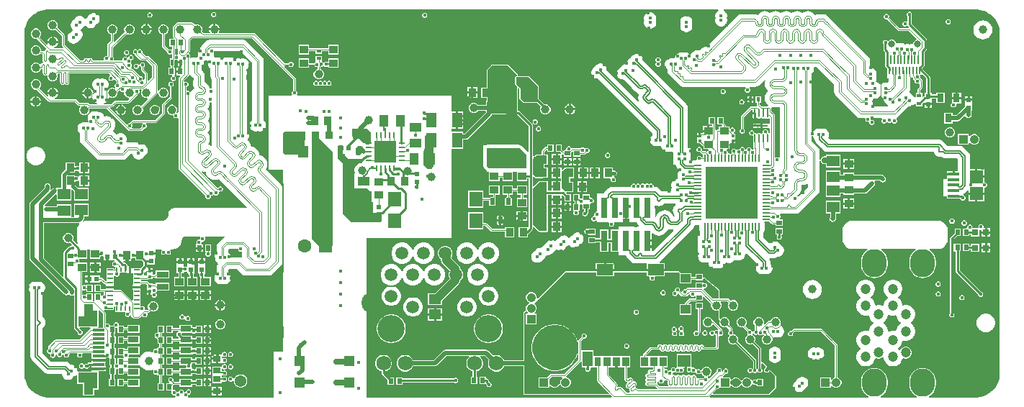
<source format=gtl>
G04*
G04 #@! TF.GenerationSoftware,Altium Limited,Altium Designer,21.3.2 (30)*
G04*
G04 Layer_Physical_Order=1*
G04 Layer_Color=255*
%FSLAX44Y44*%
%MOMM*%
G71*
G04*
G04 #@! TF.SameCoordinates,F6AF6AA3-D760-431E-B483-83C9D8F16B82*
G04*
G04*
G04 #@! TF.FilePolarity,Positive*
G04*
G01*
G75*
%ADD10C,0.2500*%
%ADD13C,0.2000*%
%ADD16C,0.2540*%
%ADD17R,2.3000X1.2500*%
%ADD18R,1.6000X1.9500*%
%ADD19R,1.1000X2.6500*%
%ADD20R,1.6000X1.9500*%
%ADD21R,1.1000X2.6500*%
%ADD23R,0.5500X0.6500*%
%ADD24R,0.6500X0.5500*%
%ADD25R,0.4500X0.5500*%
%ADD26R,0.3600X0.3200*%
%ADD27R,0.8000X0.8000*%
%ADD28R,0.6750X0.2500*%
%ADD29R,0.2500X0.5750*%
%ADD30R,1.4000X0.7500*%
%ADD31R,1.0000X0.9000*%
%ADD32R,0.4200X0.4600*%
%ADD33R,0.6200X0.6200*%
%ADD34R,0.6200X0.6200*%
%ADD35R,0.9000X1.0000*%
%ADD36R,1.5500X1.3500*%
%ADD37R,1.1700X1.8000*%
%ADD38R,1.9000X1.3500*%
%ADD39R,1.2000X1.0000*%
%ADD40R,0.8500X1.1000*%
%ADD41R,0.8750X1.1000*%
%ADD42R,0.7500X1.1000*%
%ADD43R,1.2500X0.7600*%
%ADD44R,1.4050X0.3050*%
%ADD45R,1.0000X1.0000*%
G04:AMPARAMS|DCode=46|XSize=1.0111mm|YSize=0.2425mm|CornerRadius=0.1212mm|HoleSize=0mm|Usage=FLASHONLY|Rotation=270.000|XOffset=0mm|YOffset=0mm|HoleType=Round|Shape=RoundedRectangle|*
%AMROUNDEDRECTD46*
21,1,1.0111,0.0000,0,0,270.0*
21,1,0.7686,0.2425,0,0,270.0*
1,1,0.2425,0.0000,-0.3843*
1,1,0.2425,0.0000,0.3843*
1,1,0.2425,0.0000,0.3843*
1,1,0.2425,0.0000,-0.3843*
%
%ADD46ROUNDEDRECTD46*%
%ADD47R,0.2425X1.0111*%
%ADD48O,0.2000X1.0000*%
%ADD49O,1.0000X0.2000*%
%ADD50R,6.2000X6.2000*%
%ADD51R,0.7600X2.4000*%
%ADD52R,0.3200X0.3600*%
%ADD53R,1.3500X0.4000*%
%ADD54R,1.5500X1.5000*%
%ADD55R,1.5200X1.7800*%
%ADD56R,0.2500X0.7000*%
%ADD57R,0.7000X0.2500*%
%ADD58R,0.9000X0.9500*%
%ADD59R,1.2000X1.2000*%
%ADD60R,1.1500X1.8000*%
%ADD61R,1.1500X1.4500*%
%ADD62R,1.1500X2.7000*%
%ADD63R,1.4500X1.1500*%
%ADD64R,0.8000X1.0000*%
%ADD65R,1.5000X1.3000*%
%ADD66R,0.3000X0.7100*%
%ADD67R,0.2300X1.0000*%
%ADD68R,0.2300X0.8500*%
%ADD69R,0.5500X0.4500*%
G04:AMPARAMS|DCode=70|XSize=0.55mm|YSize=0.8mm|CornerRadius=0.0495mm|HoleSize=0mm|Usage=FLASHONLY|Rotation=0.000|XOffset=0mm|YOffset=0mm|HoleType=Round|Shape=RoundedRectangle|*
%AMROUNDEDRECTD70*
21,1,0.5500,0.7010,0,0,0.0*
21,1,0.4510,0.8000,0,0,0.0*
1,1,0.0990,0.2255,-0.3505*
1,1,0.0990,-0.2255,-0.3505*
1,1,0.0990,-0.2255,0.3505*
1,1,0.0990,0.2255,0.3505*
%
%ADD70ROUNDEDRECTD70*%
%ADD71R,1.0500X1.4000*%
%ADD72R,3.5600X1.4000*%
%ADD73R,0.9000X0.7000*%
%ADD74R,1.4000X1.0500*%
%ADD75R,1.5500X1.2000*%
%ADD76R,1.5500X1.2000*%
%ADD99R,1.6500X0.2500*%
%ADD148C,0.5080*%
%ADD158C,0.1020*%
%ADD159C,0.1386*%
%ADD160C,0.1350*%
%ADD161C,0.1016*%
%ADD162C,0.5000*%
%ADD163C,1.0000*%
%ADD164R,2.6000X2.6000*%
%ADD165C,0.1339*%
%ADD166C,0.2554*%
%ADD167C,0.7000*%
%ADD168C,0.3810*%
%ADD169C,0.1270*%
%ADD170C,0.1500*%
%ADD171C,1.0000*%
%ADD172C,0.2032*%
%ADD173C,0.3000*%
%ADD174C,1.2000*%
%ADD175O,2.9000X3.3000*%
%ADD176O,0.9500X1.2500*%
%ADD177O,1.5500X0.9000*%
%ADD178R,1.0500X1.0500*%
%ADD179C,1.0500*%
%ADD180R,1.0500X1.0500*%
%ADD181C,1.3680*%
%ADD182R,1.3680X1.3680*%
%ADD183C,0.8100*%
%ADD184O,1.5000X2.5500*%
%ADD185C,5.3000*%
%ADD186C,0.4064*%
%ADD187C,1.6000*%
%ADD188R,1.6000X1.6000*%
%ADD189C,1.5000*%
%ADD190C,1.7500*%
%ADD191C,3.2000*%
%ADD192C,2.4000*%
%ADD193C,0.5000*%
G36*
X1125548Y457891D02*
X1129141Y456928D01*
X1132577Y455505D01*
X1135799Y453645D01*
X1138750Y451380D01*
X1141380Y448750D01*
X1143645Y445799D01*
X1145505Y442578D01*
X1146928Y439141D01*
X1147891Y435548D01*
X1148376Y431860D01*
Y430000D01*
X1148376Y30000D01*
X1148376Y28140D01*
X1147891Y24452D01*
X1146928Y20859D01*
X1145505Y17422D01*
X1143645Y14201D01*
X1141380Y11250D01*
X1138750Y8619D01*
X1135799Y6355D01*
X1132577Y4495D01*
X1129141Y3072D01*
X1125547Y2109D01*
X1121860Y1623D01*
X1120000Y1624D01*
X1065172D01*
X1064854Y2894D01*
X1066510Y3778D01*
X1068872Y5717D01*
X1070811Y8080D01*
X1072252Y10776D01*
X1073139Y13700D01*
X1073439Y16742D01*
Y20742D01*
X1073139Y23784D01*
X1072252Y26709D01*
X1070811Y29404D01*
X1068872Y31767D01*
X1066510Y33705D01*
X1063814Y35146D01*
X1060890Y36033D01*
X1057848Y36333D01*
X1054806Y36033D01*
X1051881Y35146D01*
X1049186Y33705D01*
X1046823Y31767D01*
X1044884Y29404D01*
X1043444Y26709D01*
X1042556Y23784D01*
X1042257Y20742D01*
Y16742D01*
X1042556Y13700D01*
X1043444Y10776D01*
X1044884Y8080D01*
X1046823Y5717D01*
X1049186Y3778D01*
X1050842Y2894D01*
X1050523Y1624D01*
X1008372D01*
X1008054Y2894D01*
X1009710Y3778D01*
X1012072Y5717D01*
X1014011Y8080D01*
X1015452Y10776D01*
X1016339Y13700D01*
X1016639Y16742D01*
Y20742D01*
X1016339Y23784D01*
X1015452Y26709D01*
X1014011Y29404D01*
X1012072Y31767D01*
X1009710Y33705D01*
X1007014Y35146D01*
X1004090Y36033D01*
X1001048Y36333D01*
X998006Y36033D01*
X995081Y35146D01*
X992386Y33705D01*
X990023Y31767D01*
X988084Y29404D01*
X986644Y26709D01*
X985756Y23784D01*
X985457Y20742D01*
Y16742D01*
X985756Y13700D01*
X986644Y10776D01*
X988084Y8080D01*
X990023Y5717D01*
X992386Y3778D01*
X994042Y2894D01*
X993723Y1624D01*
X807695Y1624D01*
X807169Y2894D01*
X809043Y4768D01*
X809848Y4762D01*
X810491Y4556D01*
X810694Y4473D01*
X810848Y4318D01*
X811067D01*
X811269Y4234D01*
X876534D01*
X877311Y4556D01*
X884978Y12222D01*
X885300Y13000D01*
Y26898D01*
X884978Y27676D01*
X879267Y33386D01*
X879143Y33438D01*
X879063Y33547D01*
X878767Y33593D01*
X878489Y33708D01*
X878365Y33657D01*
X878232Y33678D01*
X876784Y33329D01*
X876711Y33276D01*
X876621D01*
X876380Y33035D01*
X876104Y32834D01*
X876090Y32745D01*
X876026Y32681D01*
X875920Y32424D01*
X875372Y31876D01*
X874656Y31580D01*
X873880D01*
X873164Y31876D01*
X872616Y32424D01*
X872320Y33140D01*
Y33916D01*
X872616Y34632D01*
X873164Y35180D01*
X873421Y35286D01*
X873485Y35350D01*
X873574Y35364D01*
X873775Y35640D01*
X874016Y35881D01*
Y35971D01*
X874069Y36044D01*
X874418Y37492D01*
X874397Y37625D01*
X874448Y37749D01*
X874333Y38027D01*
X874287Y38323D01*
X874178Y38403D01*
X874126Y38527D01*
X870113Y42540D01*
X869911Y42624D01*
X869756Y42778D01*
X869538D01*
X869336Y42862D01*
X868162Y43467D01*
Y58521D01*
X868034Y59165D01*
X867669Y59711D01*
X860302Y67079D01*
X861016Y68803D01*
Y71197D01*
X860100Y73408D01*
X858408Y75100D01*
X857863Y75326D01*
X857484Y76763D01*
X857507Y76795D01*
X858949Y76634D01*
X859010Y76487D01*
X859867Y75629D01*
X860987Y75165D01*
X862200D01*
X863320Y75629D01*
X863756Y76065D01*
X864067Y76003D01*
X864924Y75146D01*
X866044Y74682D01*
X867257D01*
X868377Y75146D01*
X869235Y76003D01*
X870632Y76058D01*
X870773Y75916D01*
X870957Y74465D01*
X869900Y73408D01*
X868984Y71197D01*
Y68803D01*
X869900Y66592D01*
X871592Y64900D01*
X873803Y63984D01*
X876197D01*
X878408Y64900D01*
X880100Y66592D01*
X881016Y68803D01*
Y71008D01*
X881300Y71467D01*
X882002Y72136D01*
X883586D01*
X885190Y72566D01*
X886794Y72136D01*
X888666D01*
X890475Y72621D01*
X892097Y73557D01*
X893421Y74881D01*
X894357Y76503D01*
X894842Y78312D01*
Y80184D01*
X894357Y81993D01*
X893421Y83615D01*
X892097Y84939D01*
X890922Y85618D01*
X890449Y86178D01*
X890360Y87221D01*
X891016Y88803D01*
Y91197D01*
X890100Y93408D01*
X888408Y95100D01*
X886197Y96016D01*
X883803D01*
X881592Y95100D01*
X879900Y93408D01*
X879172Y91650D01*
X876442D01*
X875276Y91166D01*
X872022Y87912D01*
X870945Y88632D01*
X871016Y88803D01*
Y91197D01*
X870100Y93408D01*
X868408Y95100D01*
X866197Y96016D01*
X863803D01*
X861592Y95100D01*
X859900Y93408D01*
X858984Y91197D01*
Y88803D01*
X859900Y86592D01*
X859944Y86548D01*
Y80829D01*
X859867Y80797D01*
X859010Y79940D01*
X858673Y79126D01*
X858636Y79119D01*
X857373Y79199D01*
X857032Y80022D01*
X856174Y80879D01*
X855054Y81343D01*
X853841D01*
X853764Y81311D01*
X849292Y85784D01*
X850100Y86592D01*
X851016Y88803D01*
Y91197D01*
X850100Y93408D01*
X848408Y95100D01*
X846197Y96016D01*
X843803D01*
X841592Y95100D01*
X839900Y93408D01*
X838984Y91197D01*
Y88803D01*
X839900Y86592D01*
X841592Y84900D01*
X843803Y83984D01*
X846197D01*
X846359Y84051D01*
X851432Y78979D01*
X851400Y78902D01*
Y77689D01*
X851864Y76569D01*
X851592Y75100D01*
X849900Y73408D01*
X848984Y71197D01*
Y68803D01*
X849900Y66592D01*
X851592Y64900D01*
X853803Y63984D01*
X856197D01*
X857921Y64698D01*
X864796Y57824D01*
Y36123D01*
X864752Y36105D01*
X864059Y35411D01*
X863828Y35249D01*
X862533Y35278D01*
X862227Y35584D01*
X862183Y35602D01*
Y44500D01*
X862055Y45144D01*
X861690Y45690D01*
X840302Y67079D01*
X841016Y68803D01*
Y71197D01*
X840100Y73408D01*
X838408Y75100D01*
X836197Y76016D01*
X835729D01*
X835140Y76898D01*
Y78110D01*
X834676Y79231D01*
X833818Y80088D01*
X833741Y80120D01*
Y82908D01*
X833258Y84075D01*
X830288Y87045D01*
X831016Y88803D01*
Y91197D01*
X830100Y93408D01*
X828408Y95100D01*
X826197Y96016D01*
X823803D01*
X821592Y95100D01*
X820261Y93769D01*
X818991Y94279D01*
Y103543D01*
X818948Y103647D01*
X818970Y103757D01*
X818951Y103784D01*
X818677Y104348D01*
X819010Y105425D01*
X819096Y105588D01*
X820100Y106592D01*
X821016Y108803D01*
Y111197D01*
X820100Y113408D01*
X819636Y113872D01*
X820122Y115045D01*
X827622D01*
X829712Y112955D01*
X828984Y111197D01*
Y108803D01*
X829900Y106592D01*
X831592Y104900D01*
X833803Y103984D01*
X836197D01*
X838408Y104900D01*
X840100Y106592D01*
X841016Y108803D01*
Y111197D01*
X840100Y113408D01*
X838408Y115100D01*
X836197Y116016D01*
X833803D01*
X832045Y115288D01*
X829472Y117861D01*
X828305Y118344D01*
X818991D01*
Y127497D01*
X818967Y127554D01*
X818985Y127612D01*
X818809Y127935D01*
X818669Y128275D01*
X818612Y128298D01*
X818583Y128352D01*
X801378Y142281D01*
X801195Y142335D01*
X801053Y142463D01*
X800807Y142450D01*
X800571Y142520D01*
X799931Y142959D01*
X799540Y143398D01*
Y146942D01*
X791008D01*
Y143622D01*
X785960D01*
Y147988D01*
X774214D01*
X773021Y148106D01*
X772846Y148427D01*
X772706Y148766D01*
X772648Y148790D01*
X772618Y148844D01*
X771666Y149612D01*
X771314Y149715D01*
X770976Y149855D01*
X764365D01*
X764213Y149918D01*
X763000D01*
X762849Y149855D01*
X757561D01*
X757191Y150008D01*
X755979D01*
X755059Y150452D01*
X733174D01*
Y149855D01*
X695014D01*
Y150452D01*
X673474D01*
Y149855D01*
X637451D01*
X636673Y149533D01*
X605186Y118045D01*
X603916Y118571D01*
Y120496D01*
X602962Y122799D01*
X601199Y124562D01*
X598896Y125516D01*
X596404D01*
X594101Y124562D01*
X592338Y122799D01*
X591384Y120496D01*
Y118004D01*
X592338Y115701D01*
X594101Y113938D01*
X594947Y113587D01*
Y112213D01*
X594101Y111862D01*
X592338Y110099D01*
X591384Y107796D01*
Y105304D01*
X591910Y104033D01*
X591893Y104006D01*
X590743Y103497D01*
X590600Y103348D01*
X590410Y103269D01*
X588502Y101362D01*
X588180Y100584D01*
Y45250D01*
X565637D01*
X565555Y45557D01*
X564269Y47785D01*
X562450Y49603D01*
X560224Y50889D01*
X557740Y51554D01*
X555168D01*
X552685Y50889D01*
X552519Y50793D01*
X546723Y56589D01*
X545560Y57366D01*
X544188Y57639D01*
X496484D01*
X495112Y57366D01*
X493949Y56589D01*
X482733Y45373D01*
X458404D01*
X458355Y45557D01*
X457069Y47785D01*
X455251Y49603D01*
X453024Y50889D01*
X450540Y51554D01*
X447968D01*
X445485Y50889D01*
X443258Y49603D01*
X441439Y47785D01*
X440154Y45557D01*
X439488Y43074D01*
Y40502D01*
X440154Y38019D01*
X441439Y35791D01*
X443258Y33973D01*
X445485Y32687D01*
X447968Y32022D01*
X450540D01*
X453024Y32687D01*
X455251Y33973D01*
X457069Y35791D01*
X458355Y38019D01*
X458404Y38203D01*
X484218D01*
X485590Y38476D01*
X486753Y39253D01*
X497969Y50469D01*
X524128D01*
X524654Y49199D01*
X523239Y47785D01*
X521954Y45557D01*
X521288Y43074D01*
Y40502D01*
X521954Y38019D01*
X523239Y35791D01*
X525058Y33973D01*
X527285Y32687D01*
X528744Y32297D01*
Y25602D01*
X526666D01*
Y17070D01*
X534198D01*
Y25602D01*
X533364D01*
Y32297D01*
X534824Y32687D01*
X537051Y33973D01*
X538869Y35791D01*
X540154Y38019D01*
X540820Y40502D01*
Y43074D01*
X540154Y45557D01*
X538869Y47785D01*
X537454Y49199D01*
X537980Y50469D01*
X542703D01*
X547449Y45723D01*
X547354Y45557D01*
X546688Y43074D01*
Y40502D01*
X547354Y38019D01*
X548639Y35791D01*
X550458Y33973D01*
X552685Y32687D01*
X555168Y32022D01*
X557740D01*
X560224Y32687D01*
X562450Y33973D01*
X564269Y35791D01*
X565555Y38019D01*
X565571Y38080D01*
X588180D01*
Y5334D01*
X588502Y4556D01*
X589280Y4234D01*
X688384D01*
X688586Y4318D01*
X688805D01*
X688959Y4473D01*
X689162Y4556D01*
X689805Y4762D01*
X690610Y4768D01*
X692484Y2894D01*
X691958Y1624D01*
X404082Y1624D01*
X403862Y1954D01*
Y188900D01*
X502854D01*
X503632Y189222D01*
X503954Y190000D01*
Y191182D01*
X504108Y191554D01*
Y294060D01*
X517240D01*
Y304743D01*
X520795D01*
X522167Y305016D01*
X523330Y305793D01*
X550287Y332750D01*
X551064Y333913D01*
X551188Y334536D01*
X568557D01*
X568782Y334491D01*
X581240D01*
X594405Y321327D01*
Y291443D01*
X593135Y290917D01*
X586353Y297699D01*
X585093Y298541D01*
X584662Y298627D01*
Y298762D01*
X583982D01*
X583606Y298837D01*
X545252D01*
X544877Y298762D01*
X541442D01*
Y295327D01*
X541367Y294952D01*
Y273616D01*
X541663Y272129D01*
X542505Y270869D01*
X545065Y268309D01*
X546325Y267467D01*
X547812Y267171D01*
X548126D01*
Y256246D01*
X560158D01*
Y260112D01*
X564128D01*
Y256246D01*
X576160D01*
Y267171D01*
X580638D01*
Y256246D01*
X592670D01*
Y259709D01*
X594405D01*
Y202808D01*
X593652Y201850D01*
X582620D01*
Y189818D01*
X593652D01*
Y193764D01*
X594284Y194186D01*
X598384Y198286D01*
X598889Y199042D01*
X599067Y199934D01*
Y202137D01*
X600240Y202623D01*
X605936Y196927D01*
Y196422D01*
X606778D01*
X606980Y196338D01*
X615952D01*
X616154Y196422D01*
X616968D01*
Y197236D01*
X617052Y197438D01*
Y239985D01*
X621682D01*
Y235458D01*
X627452D01*
X633222D01*
Y239064D01*
X634492Y239590D01*
X636738Y237344D01*
Y232109D01*
X644270D01*
Y240641D01*
X640034D01*
X638664Y242011D01*
X639190Y243281D01*
X642040D01*
X642289Y243384D01*
X647116D01*
Y255416D01*
X643140D01*
Y259834D01*
X648116D01*
Y271866D01*
X642226D01*
X642040Y271943D01*
X637540D01*
X637354Y271866D01*
X637084D01*
Y271754D01*
X636762Y271621D01*
X634395Y269254D01*
X633222Y269740D01*
Y272208D01*
X628722D01*
Y265938D01*
Y259668D01*
X632414D01*
X632415Y259667D01*
Y256307D01*
X632373Y256206D01*
X628722D01*
Y249936D01*
X627452D01*
Y248666D01*
X621682D01*
Y244647D01*
X617052D01*
Y254936D01*
X616968Y255138D01*
Y255952D01*
X616154D01*
X615952Y256036D01*
X606952D01*
X606750Y255952D01*
X605936D01*
Y255475D01*
X600240Y249779D01*
X599067Y250265D01*
Y261182D01*
X600337Y261708D01*
X601884Y260160D01*
X602662Y259838D01*
X611452D01*
X611654Y259922D01*
X616968D01*
Y271954D01*
X613102D01*
Y275670D01*
X616968D01*
Y287702D01*
X613102D01*
Y290983D01*
X614916Y292797D01*
X616186Y292524D01*
Y290628D01*
X623718D01*
Y299160D01*
X616186D01*
Y296290D01*
X614426D01*
X613260Y295806D01*
X610286Y292832D01*
X609802Y291666D01*
Y287786D01*
X603678D01*
X602900Y287464D01*
X601441Y286004D01*
X601374D01*
X600253Y285540D01*
X599067Y286149D01*
Y322292D01*
X598956Y322849D01*
X598905Y323107D01*
X598960Y323185D01*
X600165Y323643D01*
X600187Y323620D01*
X600505Y323302D01*
X601625Y322838D01*
X602838D01*
X603958Y323302D01*
X604815Y324160D01*
X605279Y325280D01*
Y326493D01*
X604815Y327613D01*
X603958Y328470D01*
X602838Y328934D01*
X601625D01*
X600505Y328470D01*
X599647Y327613D01*
X599183Y326493D01*
Y325280D01*
X599456Y324621D01*
X598384Y323940D01*
X598222Y324102D01*
X583854Y338470D01*
X583098Y338975D01*
X582206Y339153D01*
X581868D01*
Y350568D01*
X581600D01*
Y365178D01*
X582738Y365668D01*
X583578Y364980D01*
Y353043D01*
X583900Y352266D01*
X587493Y348672D01*
X588271Y348350D01*
X604100D01*
X604504Y348518D01*
X609096Y343925D01*
X608228Y341830D01*
Y339437D01*
X609144Y337226D01*
X610837Y335533D01*
X613048Y334618D01*
X615441D01*
X617652Y335533D01*
X619345Y337226D01*
X620261Y339437D01*
Y341830D01*
X619345Y344041D01*
X617652Y345734D01*
X615441Y346650D01*
X613048D01*
X612989Y346625D01*
X606156Y353458D01*
Y368100D01*
X605834Y368877D01*
X595317Y379394D01*
X595313Y379396D01*
X595311Y379400D01*
X594924Y379557D01*
X594540Y379716D01*
X594535Y379714D01*
X594531Y379716D01*
X582501Y379622D01*
X581600Y380516D01*
Y381550D01*
X581278Y382328D01*
X570522Y393083D01*
X569744Y393405D01*
X568232D01*
Y393610D01*
X550200D01*
Y392601D01*
X545765Y388166D01*
X545442Y387388D01*
Y366480D01*
X538612D01*
Y354448D01*
X545442D01*
Y350568D01*
X544236D01*
Y345949D01*
X534513D01*
X533186Y347276D01*
X530975Y348192D01*
X528581D01*
X526370Y347276D01*
X524678Y345584D01*
X523762Y343373D01*
Y340979D01*
X524678Y338768D01*
X526370Y337076D01*
X528581Y336160D01*
X530975D01*
X533186Y337076D01*
X534878Y338768D01*
X534883Y338779D01*
X543079D01*
X544167Y338052D01*
Y336770D01*
X519310Y311913D01*
X517240D01*
Y314092D01*
X504108D01*
Y317682D01*
X509204D01*
Y327952D01*
X510474D01*
D01*
X509204D01*
Y338222D01*
X504108D01*
Y355854D01*
X503786Y356632D01*
X503008Y356954D01*
X487022D01*
X487022Y356954D01*
X322420D01*
X321862Y358191D01*
X322326Y359312D01*
Y360524D01*
X321862Y361645D01*
X321005Y362502D01*
X320928Y362534D01*
Y376570D01*
X320444Y377736D01*
X307484Y390697D01*
X308010Y391967D01*
X312634D01*
X312666Y391890D01*
X313523Y391032D01*
X314644Y390568D01*
X315856D01*
X316977Y391032D01*
X317834Y391890D01*
X318298Y393010D01*
Y394223D01*
X317834Y395343D01*
X316977Y396200D01*
X315856Y396664D01*
X314644D01*
X313523Y396200D01*
X312666Y395343D01*
X312634Y395266D01*
X307480D01*
X273144Y429602D01*
X271978Y430085D01*
X230611D01*
X230125Y431258D01*
X230315Y431448D01*
X231261Y433730D01*
X225000D01*
X218739D01*
X219685Y431448D01*
X219875Y431258D01*
X219389Y430085D01*
X212248D01*
X210288Y432045D01*
X211016Y433803D01*
Y436197D01*
X210100Y438408D01*
X208408Y440100D01*
X206197Y441016D01*
X203803D01*
X202045Y440288D01*
X199642Y442690D01*
X198476Y443174D01*
X181524D01*
X180358Y442690D01*
X176623Y438955D01*
X176140Y437789D01*
Y426297D01*
X176623Y425131D01*
X177266Y424487D01*
X176780Y423314D01*
X172117D01*
Y414782D01*
X175305D01*
Y411425D01*
X174624Y411042D01*
X174035Y410828D01*
X173035Y411242D01*
X171823D01*
X171354Y411048D01*
X166650Y415752D01*
Y429172D01*
X168408Y429900D01*
X170100Y431592D01*
X171016Y433803D01*
Y436197D01*
X170100Y438408D01*
X168408Y440100D01*
X166197Y441016D01*
X163803D01*
X161592Y440100D01*
X159900Y438408D01*
X158984Y436197D01*
Y433803D01*
X159900Y431592D01*
X161592Y429900D01*
X163350Y429172D01*
Y415069D01*
X163834Y413903D01*
X169381Y408355D01*
Y407588D01*
X169845Y406467D01*
X170703Y405610D01*
X171823Y405146D01*
X173035D01*
X174035Y405560D01*
X174624Y405346D01*
X175305Y404963D01*
Y400548D01*
X172570D01*
Y391416D01*
X173436D01*
Y389584D01*
X170812D01*
Y381052D01*
X175182D01*
X175435Y379782D01*
X175044Y379620D01*
X174186Y378763D01*
X173722Y377642D01*
Y376430D01*
X174186Y375309D01*
X175044Y374452D01*
X176164Y373988D01*
X177377D01*
X178497Y374452D01*
X179354Y375309D01*
X179818Y376430D01*
Y377642D01*
X179354Y378763D01*
X178497Y379620D01*
X178106Y379782D01*
X178344Y381052D01*
X178344D01*
Y389584D01*
X176736D01*
Y391416D01*
X177602D01*
Y397934D01*
X178120Y398453D01*
X178138Y398495D01*
X178783Y399498D01*
X179904Y399034D01*
X181116D01*
X182316Y398156D01*
Y397252D01*
X185086D01*
Y395982D01*
X186356D01*
Y390926D01*
X186835Y389892D01*
X186790Y389838D01*
X185848D01*
Y385318D01*
X184578D01*
Y384048D01*
X180558D01*
Y380798D01*
X184221D01*
X184707Y379625D01*
X183172Y378089D01*
X182688Y376923D01*
Y337444D01*
X181441Y336443D01*
X181113Y336503D01*
X180544Y337664D01*
X181016Y338803D01*
Y341197D01*
X180100Y343408D01*
X178408Y345100D01*
X177802Y345351D01*
X177112Y346041D01*
X175992Y346505D01*
X174779D01*
X173659Y346041D01*
X173515Y345897D01*
X171592Y345100D01*
X169900Y343408D01*
X168984Y341197D01*
Y338803D01*
X169900Y336592D01*
X171592Y334900D01*
X173803Y333984D01*
X175611D01*
X176232Y333915D01*
X176784Y332853D01*
Y332642D01*
X177248Y331521D01*
X178105Y330664D01*
X179226Y330200D01*
X180438D01*
X181418Y330606D01*
X182063Y330367D01*
X182688Y329998D01*
Y271520D01*
X183172Y270353D01*
X214626Y238899D01*
X214594Y238822D01*
Y237610D01*
X215058Y236489D01*
X215915Y235632D01*
X217036Y235168D01*
X218248D01*
X219368Y235632D01*
X220226Y236489D01*
X220690Y237610D01*
Y238760D01*
X221840D01*
X222961Y239224D01*
X223818Y240081D01*
X225211Y240125D01*
X225349Y239986D01*
X226470Y239522D01*
X227682D01*
X228803Y239986D01*
X229660Y240843D01*
X230124Y241964D01*
Y243176D01*
X231122Y244086D01*
X231588Y243893D01*
X232800D01*
X233921Y244357D01*
X234778Y245215D01*
X235242Y246335D01*
Y247548D01*
X234778Y248668D01*
X233921Y249525D01*
X232800Y249989D01*
X231588D01*
X230467Y249525D01*
X229610Y248668D01*
X229578Y248591D01*
X228242D01*
X210248Y266585D01*
X210967Y267662D01*
X212394Y267071D01*
X214890Y266742D01*
X215101Y266770D01*
X215266Y265515D01*
X216229Y263189D01*
X217518Y261510D01*
X217744Y261171D01*
X218766Y260149D01*
X219104Y259923D01*
X220784Y258635D01*
X223110Y257671D01*
X225606Y257342D01*
X228103Y257671D01*
X230179Y258531D01*
X235935Y252774D01*
X235940Y252772D01*
X235942Y252767D01*
X237106Y251603D01*
X237106Y251603D01*
X263109Y225600D01*
X262624Y224427D01*
X177861D01*
X177825Y224412D01*
X176844D01*
X176545Y224289D01*
X176222D01*
X174343Y223510D01*
X174115Y223282D01*
X173817Y223158D01*
X172378Y221720D01*
X172255Y221422D01*
X172026Y221193D01*
X171248Y219314D01*
Y218991D01*
X171124Y218693D01*
Y218422D01*
X171085Y218363D01*
X170947Y217673D01*
X170925D01*
X170646Y215557D01*
X169830Y213585D01*
X168530Y211891D01*
X166837Y210592D01*
X164864Y209775D01*
X162748Y209496D01*
Y209477D01*
X75261D01*
X75260Y209477D01*
Y209543D01*
X72189Y209139D01*
X71120Y208697D01*
X70401Y209773D01*
X71369Y210741D01*
X72146Y211904D01*
X72419Y213276D01*
Y214378D01*
X77350D01*
Y229410D01*
X60318D01*
Y214378D01*
X59233Y213932D01*
X57966D01*
X56776Y214124D01*
Y229156D01*
X39744D01*
Y226610D01*
X27193D01*
X25922Y227602D01*
X25853Y228175D01*
X38474Y240795D01*
X39744Y240269D01*
Y233124D01*
X56776D01*
Y246081D01*
X57949Y246567D01*
X60318Y244198D01*
Y233378D01*
X77350D01*
Y248410D01*
X64530D01*
X61327Y251613D01*
Y253945D01*
X61270Y254233D01*
Y255609D01*
X62115Y256174D01*
X63327D01*
X64447Y256638D01*
X64714Y256905D01*
X65984Y256378D01*
Y250270D01*
X70484D01*
Y256540D01*
Y262810D01*
X65984D01*
Y262065D01*
X64714Y261539D01*
X64447Y261806D01*
X63327Y262270D01*
X62115D01*
X61858Y262163D01*
X61270Y262556D01*
Y262556D01*
X52784D01*
X52258Y263826D01*
X54450Y266018D01*
X61270D01*
Y267902D01*
X62479Y268406D01*
X63600Y267942D01*
X64812D01*
X65984Y267053D01*
Y265764D01*
X70484D01*
Y272034D01*
Y278304D01*
X65984D01*
Y274927D01*
X64812Y274038D01*
X63600D01*
X62479Y273574D01*
X61270Y274078D01*
Y278050D01*
X50238D01*
Y270230D01*
X46154Y266146D01*
X45508Y265180D01*
X45282Y264040D01*
Y248156D01*
X39744D01*
X39744Y248156D01*
Y248156D01*
X38474Y247817D01*
X38269Y247954D01*
X36897Y248227D01*
X35525Y247954D01*
X34362Y247177D01*
X34243Y247058D01*
X33530Y245991D01*
X33428Y245889D01*
X32258Y246515D01*
X32292Y246687D01*
Y250389D01*
X32019Y251761D01*
X31242Y252924D01*
X30079Y253701D01*
X28707Y253974D01*
X27335Y253701D01*
X26172Y252924D01*
X25395Y251761D01*
X25122Y250389D01*
Y248172D01*
X8473Y231522D01*
X7696Y230359D01*
X7423Y228988D01*
Y165396D01*
X7696Y164024D01*
X8473Y162861D01*
X48559Y122775D01*
X49722Y121998D01*
X51094Y121726D01*
X52466Y121998D01*
X53306Y122560D01*
X54865Y122513D01*
X54932Y122412D01*
X54953Y122391D01*
X56116Y121614D01*
X57488Y121341D01*
X58674Y121577D01*
X59830Y121095D01*
X59944Y121035D01*
Y83450D01*
X60119Y82565D01*
X60620Y81816D01*
X63970Y78466D01*
Y77663D01*
X64434Y76543D01*
X65292Y75685D01*
X66412Y75221D01*
X67625D01*
X68745Y75685D01*
X69602Y76543D01*
X70066Y77663D01*
Y78876D01*
X69602Y79996D01*
X68745Y80853D01*
X67674Y81297D01*
X66330Y82641D01*
X66816Y83815D01*
X79059D01*
X79959Y82626D01*
X79752Y82098D01*
X79303D01*
X78136Y81615D01*
X66062Y69541D01*
X38218D01*
X37051Y69057D01*
X29834Y61839D01*
X29350Y60673D01*
Y58616D01*
X29273Y58584D01*
X28416Y57727D01*
X27952Y56606D01*
Y55394D01*
X28416Y54273D01*
X29273Y53416D01*
X30394Y52952D01*
X31161D01*
X31946Y52051D01*
X32049Y51779D01*
X31996Y51650D01*
Y50438D01*
X32460Y49318D01*
X33318Y48460D01*
X34438Y47996D01*
X35650D01*
X36771Y48460D01*
X37628Y49318D01*
X38092Y50438D01*
Y51234D01*
X38938Y52083D01*
X39227Y52231D01*
X39861Y52087D01*
X39952Y51779D01*
Y51394D01*
X40416Y50273D01*
X41273Y49416D01*
X42394Y48952D01*
X43606D01*
X44727Y49416D01*
X45584Y50273D01*
X45909Y51059D01*
X47221Y51646D01*
X48041Y51265D01*
Y50689D01*
X48505Y49569D01*
X49363Y48711D01*
X50483Y48247D01*
X51695D01*
X52816Y48711D01*
X53673Y49569D01*
X54137Y50689D01*
Y51901D01*
X54109Y51969D01*
X55918Y53777D01*
X63302D01*
X64000Y52507D01*
X63754Y51914D01*
Y50702D01*
X64218Y49581D01*
X65075Y48724D01*
X66196Y48260D01*
X67408D01*
X68529Y48724D01*
X69386Y49581D01*
X69850Y50702D01*
Y51914D01*
X69604Y52507D01*
X70303Y53777D01*
X80682D01*
Y48222D01*
X80428D01*
Y46697D01*
X88723D01*
X97018D01*
Y47783D01*
X98257Y48296D01*
X98389Y48242D01*
X99601D01*
X100314Y48537D01*
X101372Y47698D01*
Y39494D01*
X102546D01*
Y36850D01*
X101452D01*
Y28318D01*
X102546D01*
Y23134D01*
X101118D01*
Y14602D01*
X108650D01*
Y23134D01*
X107222D01*
Y28318D01*
X108984D01*
Y34501D01*
X109867Y35090D01*
X111080D01*
X111452Y34841D01*
Y28318D01*
X118984D01*
Y29664D01*
X122668D01*
Y26498D01*
X137200D01*
Y36130D01*
X124066D01*
X123218Y37400D01*
X123304Y37607D01*
Y38820D01*
X123556Y39198D01*
X137200D01*
X137200Y39198D01*
Y39198D01*
X138351Y38822D01*
X138368Y38781D01*
X140154Y36454D01*
X142481Y34668D01*
X145192Y33546D01*
X148100Y33163D01*
X151008Y33546D01*
X152605Y34207D01*
X153303Y33259D01*
X153354Y33143D01*
X152902Y32052D01*
Y30840D01*
X153366Y29719D01*
X154224Y28862D01*
X155344Y28398D01*
X156557D01*
X157064Y28608D01*
X158334Y27859D01*
Y27234D01*
X160450D01*
Y18266D01*
X158334D01*
Y9734D01*
X165866D01*
Y18266D01*
X163750D01*
Y27234D01*
X165866D01*
Y35766D01*
X163750D01*
Y40034D01*
X165866D01*
Y48566D01*
X163750D01*
Y51940D01*
X165866D01*
Y60472D01*
X163750D01*
Y64640D01*
X165866D01*
Y73172D01*
X163750D01*
Y77534D01*
X165866D01*
Y86066D01*
X158334D01*
Y78666D01*
X158334Y77534D01*
X157252Y77493D01*
X157243Y77493D01*
X157105Y77436D01*
X156123Y77029D01*
X155265Y76171D01*
X154801Y75051D01*
Y73839D01*
X155265Y72718D01*
X156123Y71861D01*
X156514Y71699D01*
X156683Y71290D01*
X158334Y69639D01*
Y64640D01*
X160450D01*
Y60472D01*
X158334D01*
Y59559D01*
X157064Y58711D01*
X156760Y58837D01*
X155547D01*
X154427Y58373D01*
X153570Y57516D01*
X153106Y56395D01*
Y55760D01*
X151971Y54855D01*
X151008Y55254D01*
X148100Y55637D01*
X145192Y55254D01*
X142481Y54132D01*
X140154Y52346D01*
X138368Y50019D01*
X138173Y49547D01*
X137200Y48830D01*
X124694D01*
X123962Y50100D01*
X124184Y50635D01*
Y51848D01*
X124218Y51898D01*
X137200D01*
Y61530D01*
X122668D01*
Y58364D01*
X119158D01*
Y59964D01*
X111626D01*
Y51432D01*
X118088D01*
Y50635D01*
X118552Y49515D01*
X118771Y49296D01*
X118245Y48026D01*
X111372D01*
Y41382D01*
X111080Y41186D01*
X109867D01*
X108904Y41830D01*
Y48026D01*
X107222D01*
Y51432D01*
X109158D01*
Y59964D01*
X107222D01*
Y64640D01*
X108984D01*
Y73172D01*
X108584D01*
X107735Y74442D01*
X107847Y74711D01*
Y75924D01*
X107787Y76070D01*
X108635Y77340D01*
X108650D01*
Y83328D01*
X109067Y83606D01*
X110279D01*
X111118Y83046D01*
Y77340D01*
X118650D01*
Y80464D01*
X122668D01*
Y77298D01*
X137200D01*
Y86930D01*
X122668D01*
Y83764D01*
X118650D01*
Y85872D01*
X112839D01*
X112721Y86048D01*
Y87260D01*
X112257Y88381D01*
X111400Y89238D01*
X110279Y89702D01*
X109067D01*
X107947Y89238D01*
X107089Y88381D01*
X106625Y87260D01*
Y86048D01*
X106508Y85872D01*
X102221D01*
Y86317D01*
X101757Y87438D01*
X100900Y88295D01*
X99779Y88759D01*
X98567D01*
X98424Y88700D01*
X97154Y89548D01*
Y100801D01*
X96670Y101967D01*
X94700Y103938D01*
X95545Y104858D01*
X96666Y104394D01*
X97878D01*
X97984Y104323D01*
Y104234D01*
X106766D01*
Y108154D01*
X107944Y108828D01*
X108036Y108833D01*
X108234Y108701D01*
Y101984D01*
X112766D01*
X112766Y101984D01*
X113234D01*
Y101984D01*
X114036Y101984D01*
X116964D01*
X117766Y101984D01*
Y101984D01*
X118234D01*
Y101984D01*
X119731D01*
X120001Y101699D01*
X120461Y100714D01*
X120141Y99941D01*
Y98729D01*
X120605Y97608D01*
X121462Y96751D01*
X122582Y96287D01*
X123795D01*
X124915Y96751D01*
X125682Y97518D01*
X126298Y97547D01*
X127083Y97454D01*
X127220Y97124D01*
X129128Y95216D01*
X130294Y94733D01*
X135893D01*
X137060Y95216D01*
X139396Y97553D01*
X140894Y97255D01*
X140907Y97225D01*
X141764Y96367D01*
X142884Y95903D01*
X144097D01*
X145217Y96367D01*
X146075Y97225D01*
X146539Y98345D01*
Y99558D01*
X146526Y99588D01*
X146779Y100858D01*
X147946Y101341D01*
X149938Y103333D01*
X151697Y102605D01*
X154090D01*
X156301Y103521D01*
X157993Y105213D01*
X158909Y107424D01*
Y109818D01*
X157993Y112029D01*
X156301Y113721D01*
X154090Y114637D01*
X151697D01*
X149485Y113721D01*
X147793Y112029D01*
X146877Y109818D01*
Y107424D01*
X147605Y105666D01*
X146096Y104157D01*
X143855D01*
X143149Y105213D01*
X143174Y105272D01*
Y106484D01*
X142710Y107605D01*
X141852Y108462D01*
X140732Y108926D01*
X139519D01*
X139264Y108820D01*
X139011Y108809D01*
X138016Y109678D01*
Y112964D01*
X138016Y113766D01*
X138016D01*
Y114234D01*
X138016Y114234D01*
X138016Y118766D01*
X138016Y120036D01*
X138016Y123766D01*
X138016Y125036D01*
Y127815D01*
X138270Y128980D01*
X138270Y129931D01*
Y130230D01*
X128980D01*
Y128980D01*
X129234Y127815D01*
X129234Y124234D01*
X129234Y122964D01*
X129234Y119234D01*
X129234Y117964D01*
Y116151D01*
X128061Y115664D01*
X116059Y127666D01*
X114892Y128150D01*
X107946D01*
X107020Y128980D01*
X107020Y129931D01*
Y130230D01*
X97730D01*
Y129943D01*
X97730Y128980D01*
X96587Y128672D01*
X91745D01*
Y134031D01*
X84213D01*
Y125499D01*
X89918D01*
X90221Y125373D01*
X94692D01*
Y122491D01*
X94031Y122218D01*
X93174Y121361D01*
X93052Y121066D01*
X91782Y121318D01*
Y123632D01*
X84250D01*
Y115868D01*
X83020Y115003D01*
X82903Y115051D01*
X82891Y115052D01*
X81782Y115100D01*
Y123632D01*
X74250D01*
Y123178D01*
X72980Y122330D01*
X72742Y122428D01*
X71530D01*
X70523Y122011D01*
X69958Y122214D01*
X69253Y122603D01*
Y127293D01*
X69519Y127556D01*
X70523Y128034D01*
X71276Y127722D01*
X72488D01*
X72943Y127910D01*
X74213Y127190D01*
Y125499D01*
X81745D01*
Y134031D01*
X74213D01*
Y134031D01*
X72943Y133630D01*
X72488Y133818D01*
X71276D01*
X70523Y133506D01*
X69519Y133984D01*
X69253Y134247D01*
Y149020D01*
X75374D01*
Y160052D01*
X67343D01*
X66494Y161322D01*
X66502Y161341D01*
Y162553D01*
X66038Y163673D01*
X65961Y163750D01*
X66487Y165020D01*
X75374D01*
Y175875D01*
X78984D01*
Y164984D01*
X91016D01*
Y167518D01*
X92104Y168148D01*
X93316D01*
X93360Y168166D01*
X94630Y167318D01*
Y162630D01*
X97730D01*
Y167000D01*
X100270D01*
Y162630D01*
X102719D01*
X103370Y162630D01*
X104535Y162884D01*
X107892D01*
X107973Y162734D01*
X107267Y161471D01*
X107223Y161447D01*
X106143Y161000D01*
X105286Y160143D01*
X104822Y159022D01*
Y157810D01*
X105286Y156689D01*
X106143Y155832D01*
X107264Y155368D01*
X108234D01*
Y153150D01*
X106766D01*
Y153766D01*
X97984D01*
X97984Y149234D01*
X97984Y147964D01*
X97984Y144234D01*
X97984Y142964D01*
X97984Y139234D01*
X97787Y138758D01*
X96475Y138522D01*
X92788Y142209D01*
X91622Y142692D01*
X90644D01*
Y145159D01*
X83062D01*
X81898Y145413D01*
X81247Y145413D01*
X78797D01*
Y141042D01*
Y136672D01*
X81247D01*
X81898Y136672D01*
X83062Y136926D01*
X90644D01*
Y137892D01*
X91914Y138418D01*
X94998Y135334D01*
X96164Y134850D01*
X96804D01*
X97730Y134020D01*
X97730Y133069D01*
Y132770D01*
X107020D01*
Y134020D01*
X106766Y135185D01*
X106766Y138766D01*
X106766Y140036D01*
X106766Y144312D01*
X107427Y144613D01*
X108036Y144701D01*
X108763Y143974D01*
X109884Y143510D01*
X111096D01*
X112217Y143974D01*
X113074Y144831D01*
X113538Y145952D01*
Y147090D01*
X113538Y147164D01*
X114470Y148234D01*
X117766D01*
Y148234D01*
X118234D01*
Y148234D01*
X121815D01*
X122980Y147980D01*
X123931Y147980D01*
X124230D01*
Y152125D01*
Y156270D01*
X123906D01*
X122854Y156757D01*
X122683Y157417D01*
X122634Y157662D01*
X122134Y158411D01*
X120669Y159876D01*
X119920Y160376D01*
X119036Y160552D01*
X118054D01*
X117614Y161116D01*
X118235Y162386D01*
X120270D01*
Y168656D01*
X122810D01*
Y162386D01*
X127310D01*
Y164916D01*
X128580Y165755D01*
X128934Y165608D01*
X130146D01*
X130754Y165860D01*
X131948Y165211D01*
X132024Y165116D01*
Y162640D01*
X139789D01*
X141334Y161095D01*
Y157301D01*
X137900Y153868D01*
X137832Y153766D01*
X129290D01*
X129234Y153766D01*
X128020Y153901D01*
Y156270D01*
X126770D01*
Y152125D01*
Y147980D01*
X127964D01*
X128020Y147980D01*
X129234Y147845D01*
X129234Y144234D01*
X129234Y142964D01*
X129234Y139234D01*
X129234Y137964D01*
Y135185D01*
X128980Y134020D01*
X128980Y133069D01*
Y132770D01*
X138270D01*
Y134020D01*
X139196Y134850D01*
X145195D01*
X145914Y134132D01*
Y129798D01*
X145660D01*
Y127498D01*
X149030D01*
Y126228D01*
X150300D01*
Y122658D01*
X151225D01*
Y121635D01*
X151689Y120515D01*
X152546Y119658D01*
X153667Y119194D01*
X154879D01*
X155999Y119658D01*
X156857Y120515D01*
X157321Y121635D01*
Y122848D01*
X156857Y123968D01*
X156012Y124813D01*
X156762Y125562D01*
X157226Y126683D01*
Y126953D01*
X172165D01*
Y136485D01*
X156133D01*
Y135937D01*
X154962Y135048D01*
X152146D01*
Y136144D01*
X148567D01*
X147045Y137666D01*
X145878Y138150D01*
X139255D01*
X138766Y139000D01*
X139255Y139850D01*
X146082D01*
X147248Y140334D01*
X147427Y140512D01*
X152146D01*
Y142749D01*
X154720D01*
X154863Y142808D01*
X156133Y141959D01*
Y141553D01*
X172165D01*
Y151085D01*
X156133D01*
Y147758D01*
X155475Y147485D01*
X154037Y146048D01*
X153334D01*
X152400Y146858D01*
Y149158D01*
X149030D01*
Y150428D01*
X147760D01*
Y153998D01*
X146324D01*
X145647Y155262D01*
X145779Y155460D01*
X145954Y156344D01*
Y157428D01*
X147014Y157936D01*
X155246D01*
Y165517D01*
X155500Y166682D01*
X155500Y167333D01*
Y169782D01*
X151130D01*
Y172322D01*
X155500D01*
Y175422D01*
X156582Y175875D01*
X162506D01*
X163032Y174605D01*
X162770Y174344D01*
X162306Y173223D01*
Y172011D01*
X162770Y170891D01*
X163627Y170033D01*
X164748Y169569D01*
X165960D01*
X167081Y170033D01*
X167191Y170144D01*
X168021Y170823D01*
X168851Y170144D01*
X168961Y170033D01*
X170082Y169569D01*
X171294D01*
X172415Y170033D01*
X173272Y170891D01*
X173736Y172011D01*
Y173223D01*
X173272Y174344D01*
X173010Y174605D01*
X173536Y175875D01*
X175248D01*
X175260Y175873D01*
Y175806D01*
X178332Y176210D01*
X181194Y177396D01*
X183652Y179282D01*
X185538Y181740D01*
X186724Y184602D01*
X187096Y187434D01*
X187346Y188687D01*
X188145Y189884D01*
X189342Y190683D01*
X190753Y190964D01*
Y190985D01*
X191442Y191122D01*
X191476Y191145D01*
X208029D01*
X208423Y190423D01*
X208618Y189875D01*
X208199Y188863D01*
Y188448D01*
X207389Y187500D01*
X207026Y187433D01*
X206119D01*
X204999Y186969D01*
X204141Y186112D01*
X203677Y184991D01*
Y183779D01*
X203966Y183082D01*
X203578Y181812D01*
X203578D01*
Y178562D01*
X207598D01*
Y177292D01*
D01*
Y178562D01*
X211618D01*
Y181812D01*
X210122D01*
X209485Y183082D01*
X209773Y183779D01*
Y184193D01*
X210583Y185141D01*
X210947Y185208D01*
X211853D01*
X212974Y185672D01*
X213831Y186530D01*
X214295Y187650D01*
Y188863D01*
X213876Y189875D01*
X214071Y190423D01*
X214465Y191145D01*
X237462D01*
X237587Y189875D01*
X236450Y189649D01*
X234601Y188414D01*
X229398Y183211D01*
X228163Y181362D01*
X227730Y179182D01*
Y175269D01*
X227734Y175246D01*
Y172322D01*
X227668Y172284D01*
X226344Y170960D01*
X225407Y169338D01*
X224923Y167529D01*
Y165657D01*
X225407Y163848D01*
X226344Y162226D01*
X227668Y160902D01*
X228813Y160241D01*
X229045Y159757D01*
X229196Y158994D01*
X229166Y158684D01*
X228160Y157179D01*
X227726Y154998D01*
Y147717D01*
X227660Y147678D01*
X226336Y146354D01*
X225399Y144732D01*
X224915Y142923D01*
Y141051D01*
X225399Y139242D01*
X226336Y137620D01*
X227660Y136296D01*
X229281Y135360D01*
X231090Y134875D01*
X232963D01*
X234567Y135305D01*
X236170Y134875D01*
X238043D01*
X239852Y135360D01*
X241473Y136296D01*
X242798Y137620D01*
X243734Y139242D01*
X244219Y141051D01*
Y142923D01*
X243734Y144732D01*
X242798Y146354D01*
X241473Y147678D01*
X241407Y147717D01*
Y151691D01*
X242381Y152665D01*
X251441D01*
X257475Y146631D01*
X259324Y145396D01*
X261504Y144963D01*
X289219D01*
X291400Y145396D01*
X293248Y146631D01*
X303477Y156860D01*
X304712Y158708D01*
X304716Y158731D01*
X305986Y158606D01*
Y55710D01*
X295402D01*
X294624Y55388D01*
X294302Y54610D01*
Y1624D01*
X194198D01*
X193584Y2806D01*
X194048Y3926D01*
Y5004D01*
X194053Y5008D01*
X195266D01*
X196386Y5472D01*
X197243Y6329D01*
X197707Y7449D01*
Y8662D01*
X197243Y9782D01*
X196386Y10640D01*
X195266Y11104D01*
X194053D01*
X192933Y10640D01*
X192075Y9782D01*
X191611Y8662D01*
Y7583D01*
X191606Y7580D01*
X190394D01*
X190312Y7546D01*
X189042Y8363D01*
X188578Y9484D01*
X187721Y10341D01*
X186600Y10805D01*
X185388D01*
X184268Y10341D01*
X183410Y9484D01*
X182946Y8363D01*
Y8315D01*
X182675Y7580D01*
X181463D01*
X181176Y7461D01*
X180649Y7813D01*
X180185Y8933D01*
X179328Y9791D01*
X178208Y10255D01*
X176995D01*
X175866Y11162D01*
Y15513D01*
X176008Y15572D01*
X176890Y16454D01*
X184168D01*
Y13798D01*
X198700D01*
Y16530D01*
X202972D01*
Y14856D01*
X210504D01*
Y23388D01*
X202972D01*
Y21206D01*
X198700D01*
Y23430D01*
X184168D01*
Y19758D01*
X178132D01*
X176799Y21091D01*
X176924Y21394D01*
Y22606D01*
X176460Y23727D01*
X175603Y24584D01*
X174483Y25048D01*
X173270D01*
X172150Y24584D01*
X171292Y23727D01*
X170828Y22606D01*
Y21394D01*
X171292Y20273D01*
X172030Y19536D01*
X171955Y18976D01*
X171641Y18266D01*
X168334D01*
Y9734D01*
X174159D01*
X174823Y8464D01*
X174553Y7813D01*
Y6600D01*
X175017Y5480D01*
X175875Y4623D01*
X176995Y4159D01*
X178208D01*
X178495Y4277D01*
X179021Y3926D01*
X179485Y2806D01*
X178871Y1624D01*
X30000Y1624D01*
X28140D01*
X24452Y2109D01*
X20859Y3072D01*
X17422Y4496D01*
X14201Y6355D01*
X11250Y8620D01*
X8620Y11250D01*
X6355Y14201D01*
X4495Y17423D01*
X3072Y20859D01*
X2109Y24452D01*
X1623Y28140D01*
Y30000D01*
X1623Y430000D01*
Y431860D01*
X2109Y435548D01*
X3072Y439141D01*
X4495Y442578D01*
X6355Y445799D01*
X8620Y448750D01*
X11250Y451380D01*
X14201Y453645D01*
X17422Y455505D01*
X20859Y456928D01*
X24452Y457891D01*
X28140Y458377D01*
X817459D01*
X818056Y457226D01*
X818020Y457107D01*
X816480Y456217D01*
X815155Y454893D01*
X814219Y453271D01*
X813735Y451462D01*
Y449590D01*
X814164Y447986D01*
X813735Y446382D01*
Y444510D01*
X814219Y442701D01*
X815155Y441079D01*
X816480Y439755D01*
X818101Y438819D01*
X819910Y438334D01*
X821783D01*
X823592Y438819D01*
X825213Y439755D01*
X826537Y441079D01*
X827474Y442701D01*
X827959Y444510D01*
Y446382D01*
X827529Y447986D01*
X827959Y449590D01*
Y451462D01*
X827474Y453271D01*
X826537Y454893D01*
X825213Y456217D01*
X823673Y457107D01*
X823637Y457226D01*
X824234Y458377D01*
X1121860D01*
X1125548Y457891D01*
D02*
G37*
G36*
X216616Y398056D02*
X216886D01*
X217728Y396786D01*
X217424Y395652D01*
Y393780D01*
X217909Y391971D01*
X218845Y390349D01*
X220169Y389025D01*
X220236Y388987D01*
Y379067D01*
X220669Y376887D01*
X221904Y375038D01*
X222225Y374718D01*
Y365544D01*
X221377Y364978D01*
X220165D01*
X219316Y365468D01*
X219199Y366357D01*
X218235Y368683D01*
X216702Y370681D01*
X214705Y372214D01*
X213724Y372620D01*
Y380928D01*
X213290Y383108D01*
X212055Y384957D01*
X209786Y387225D01*
Y388987D01*
X209853Y389025D01*
X211177Y390349D01*
X212113Y391971D01*
X212598Y393780D01*
Y395652D01*
X212294Y396786D01*
X213136Y398056D01*
X213408D01*
X215012Y398486D01*
X216616Y398056D01*
D02*
G37*
G36*
X197774Y379889D02*
X200042Y377621D01*
Y369524D01*
X200122Y369124D01*
X200398Y367028D01*
X201188Y365120D01*
X201143Y365102D01*
X199145Y363569D01*
X197612Y361571D01*
X197574Y361479D01*
X197087Y361349D01*
X196143Y361342D01*
X195478Y362007D01*
X194358Y362471D01*
X193146D01*
X193115Y362458D01*
X191845Y363307D01*
Y367387D01*
X192179D01*
X193299Y367851D01*
X194157Y368708D01*
X194621Y369828D01*
Y371041D01*
X194157Y372161D01*
X193299Y373019D01*
X192179Y373483D01*
X190966D01*
X190216Y373172D01*
X189168Y373684D01*
X188940Y373909D01*
X188841Y374651D01*
X195440Y381250D01*
X196834Y381297D01*
X197774Y379889D01*
D02*
G37*
G36*
X605056Y368100D02*
Y350406D01*
X604100Y349450D01*
X588271D01*
X584678Y353043D01*
Y365485D01*
X579700Y370463D01*
Y378500D01*
X594540Y378616D01*
X605056Y368100D01*
D02*
G37*
G36*
X580500Y381550D02*
Y379606D01*
X579691Y379600D01*
X579307Y379437D01*
X578922Y379278D01*
X578921Y379273D01*
X578916Y379272D01*
X578760Y378885D01*
X578600Y378500D01*
Y370463D01*
X578922Y369685D01*
X580500Y368108D01*
Y341002D01*
X579520Y340193D01*
X566608Y342696D01*
X566364Y343924D01*
X565587Y345087D01*
X564424Y345864D01*
X563052Y346137D01*
X552252D01*
X551307Y345949D01*
X549822D01*
X548320Y346240D01*
X546542Y348018D01*
Y387388D01*
X551460Y392306D01*
X569744D01*
X580500Y381550D01*
D02*
G37*
G36*
X317628Y375887D02*
Y362534D01*
X317551Y362502D01*
X316694Y361645D01*
X316230Y360524D01*
Y359312D01*
X316694Y358191D01*
X316136Y356954D01*
X289494D01*
X288717Y356632D01*
X288717Y356632D01*
X288394Y355854D01*
Y279360D01*
X287124Y279107D01*
X286361Y280951D01*
X285934Y281507D01*
X285182Y282633D01*
X285182Y282633D01*
X284848Y282966D01*
X284847Y282967D01*
X284846Y282968D01*
X283824Y283990D01*
X283823Y283991D01*
X283822Y283992D01*
X283489Y284326D01*
X282363Y285078D01*
X281807Y285505D01*
X279480Y286469D01*
X278087Y286652D01*
X278090Y286681D01*
X277762Y289177D01*
X276798Y291504D01*
X276371Y292060D01*
X275619Y293186D01*
X275619Y293186D01*
X275285Y293520D01*
X275284Y293520D01*
X275284Y293521D01*
X274261Y294543D01*
X274261Y294544D01*
X274260Y294545D01*
X273926Y294879D01*
X272801Y295631D01*
X272244Y296058D01*
X269918Y297022D01*
X267962Y297279D01*
X267704Y299235D01*
X266740Y301562D01*
X266313Y302118D01*
X265561Y303244D01*
X265561Y303244D01*
X265227Y303577D01*
X265226Y303578D01*
X265226Y303579D01*
X264203Y304601D01*
X264347Y305144D01*
X265284Y306765D01*
X265768Y308574D01*
Y310447D01*
X265284Y312255D01*
X264347Y313877D01*
X263023Y315201D01*
X262957Y315240D01*
Y375070D01*
X262905Y375332D01*
Y380532D01*
X263305Y382541D01*
Y384827D01*
X262905Y386837D01*
Y387984D01*
X262971Y388023D01*
X264295Y389347D01*
X265232Y390969D01*
X265716Y392777D01*
Y394650D01*
X265232Y396459D01*
X264295Y398081D01*
X262971Y399405D01*
X261349Y400341D01*
X259541Y400826D01*
X257668D01*
X256064Y400396D01*
X254461Y400826D01*
X252588D01*
X250779Y400341D01*
X249416Y399554D01*
X248563Y400407D01*
X246942Y401343D01*
X245133Y401828D01*
X243260D01*
X241656Y401398D01*
X240053Y401828D01*
X238180D01*
X236371Y401343D01*
X234750Y400407D01*
X234366Y400024D01*
X233983Y400407D01*
X232361Y401343D01*
X230552Y401828D01*
X228680D01*
X227076Y401398D01*
X225472Y401828D01*
X225202D01*
X224360Y403098D01*
X224664Y404232D01*
Y406104D01*
X224216Y407775D01*
X224363Y408295D01*
X224796Y409044D01*
X255543D01*
X269245Y395343D01*
Y327645D01*
X269179Y327607D01*
X267855Y326282D01*
X266918Y324661D01*
X266434Y322852D01*
Y320979D01*
X266918Y319170D01*
X267855Y317549D01*
X269179Y316224D01*
X270800Y315288D01*
X272609Y314804D01*
X274482D01*
X276086Y315233D01*
X277689Y314804D01*
X279562D01*
X281371Y315288D01*
X282992Y316224D01*
X284317Y317549D01*
X285253Y319170D01*
X285738Y320979D01*
Y322852D01*
X285253Y324661D01*
X284317Y326282D01*
X282992Y327607D01*
X282926Y327645D01*
Y398650D01*
X282492Y400830D01*
X281257Y402678D01*
X262879Y421057D01*
X261031Y422292D01*
X258850Y422725D01*
X219367D01*
X217186Y422292D01*
X215338Y421057D01*
X209840Y415559D01*
X208605Y413711D01*
X208172Y411530D01*
Y410897D01*
X208105Y410859D01*
X206781Y409535D01*
X205845Y407913D01*
X205360Y406104D01*
Y404232D01*
X205664Y403098D01*
X204822Y401828D01*
X204550D01*
X202946Y401398D01*
X201342Y401828D01*
X199470D01*
X197661Y401343D01*
X197393Y401189D01*
X196423Y402095D01*
X196734Y402846D01*
Y404058D01*
X196270Y405178D01*
X195413Y406036D01*
X195383Y406048D01*
X195085Y407547D01*
X196343Y408805D01*
X196827Y409972D01*
Y421934D01*
X199401Y424509D01*
X269006D01*
X317628Y375887D01*
D02*
G37*
G36*
X408874Y313474D02*
Y308798D01*
X408874Y308394D01*
X409042Y307598D01*
X409042Y307598D01*
Y300848D01*
X400833D01*
X393211Y308470D01*
X387106D01*
Y317970D01*
X404378D01*
X408874Y313474D01*
D02*
G37*
G36*
X222225Y348331D02*
Y298368D01*
X220955Y297826D01*
X220807Y297940D01*
X218480Y298904D01*
X218269Y298931D01*
X217783Y300105D01*
X218235Y300694D01*
X219199Y303020D01*
X219475Y305116D01*
X219554Y305516D01*
Y306964D01*
X219475Y307365D01*
X219199Y309461D01*
X218235Y311787D01*
X217034Y313352D01*
X218235Y314918D01*
X219199Y317244D01*
X219475Y319340D01*
X219554Y319741D01*
Y321188D01*
X219475Y321589D01*
X219199Y323685D01*
X218235Y326011D01*
X217034Y327576D01*
X218235Y329142D01*
X219199Y331468D01*
X219475Y333564D01*
X219554Y333965D01*
Y335412D01*
X219475Y335813D01*
X219199Y337909D01*
X218235Y340235D01*
X217034Y341800D01*
X218235Y343366D01*
X219199Y345692D01*
X219475Y347788D01*
X219528Y348057D01*
X219865Y349230D01*
X221078D01*
X222225Y348331D01*
D02*
G37*
G36*
X328104Y291160D02*
X324086Y287142D01*
X308206D01*
X305834Y289514D01*
Y312542D01*
X307702Y314410D01*
X328104D01*
X328104Y291160D01*
D02*
G37*
G36*
X399042Y296710D02*
Y295728D01*
Y290728D01*
Y289129D01*
X397418Y288044D01*
X396179Y286804D01*
X392872Y286804D01*
X391602Y288074D01*
X391602Y295186D01*
X393126Y296710D01*
X399042Y296710D01*
D02*
G37*
G36*
X591556Y287002D02*
Y271112D01*
X591500Y271056D01*
X547812D01*
X545252Y273616D01*
Y294952D01*
X583606D01*
X591556Y287002D01*
D02*
G37*
G36*
X482854Y306962D02*
Y274090D01*
X479212Y270448D01*
X475925D01*
X471170Y275203D01*
Y291692D01*
X472686D01*
Y309022D01*
X476740Y313076D01*
X482854Y306962D01*
D02*
G37*
G36*
X611452Y260938D02*
X602662D01*
X599694Y263906D01*
Y282702D01*
X603678Y286686D01*
X611452D01*
Y260938D01*
D02*
G37*
G36*
X288394Y272896D02*
Y270802D01*
X288717Y270024D01*
X289494Y269702D01*
X304734D01*
X304734Y269702D01*
X305986D01*
Y250248D01*
X304716Y250123D01*
X304712Y250146D01*
X303477Y251995D01*
X291943Y263528D01*
X291943Y263528D01*
X285408Y270063D01*
X286361Y271305D01*
X287124Y273148D01*
X288394Y272896D01*
D02*
G37*
G36*
X642040Y244381D02*
X637540D01*
X633514Y248406D01*
Y266818D01*
X637540Y270843D01*
X642040D01*
Y244381D01*
D02*
G37*
G36*
X375978Y288492D02*
X378388D01*
Y286838D01*
X382740Y282486D01*
X399042D01*
Y277491D01*
X397289D01*
X395048Y276890D01*
X393039Y275730D01*
X391399Y274090D01*
X390239Y272081D01*
X389638Y269840D01*
Y267521D01*
X389971Y266280D01*
X389344Y265464D01*
X389344D01*
Y247344D01*
X404392D01*
X407870Y243866D01*
X409640Y243866D01*
Y231240D01*
X411290D01*
Y218940D01*
X422155D01*
X422641Y217767D01*
X422082Y217208D01*
Y209334D01*
X420558Y207810D01*
X386082D01*
X375960Y217932D01*
Y277444D01*
X369875Y283529D01*
Y297589D01*
X370788Y298502D01*
X375978D01*
Y288492D01*
D02*
G37*
G36*
X615952Y197438D02*
X606980D01*
X599673Y204745D01*
Y247657D01*
X606952Y254936D01*
X615952D01*
Y197438D01*
D02*
G37*
G36*
X66034Y206507D02*
X66499Y205585D01*
X64983Y203610D01*
X63797Y200748D01*
X63393Y197676D01*
X63460D01*
Y187676D01*
X63393D01*
X63797Y184604D01*
X64394Y183164D01*
X63317Y182444D01*
X58598Y187164D01*
X59044Y188241D01*
Y190634D01*
X58128Y192846D01*
X56435Y194538D01*
X54224Y195454D01*
X51831D01*
X49620Y194538D01*
X47928Y192846D01*
X47012Y190634D01*
Y188241D01*
X47928Y186030D01*
X49620Y184338D01*
X51831Y183422D01*
X54224D01*
X55301Y183868D01*
X57557Y181612D01*
X57139Y180234D01*
X56512Y179975D01*
X56140Y179602D01*
X55058D01*
X54174Y179426D01*
X53424Y178926D01*
X48505Y174006D01*
X48004Y173256D01*
X47828Y172372D01*
Y143950D01*
X46558Y143424D01*
X24921Y165061D01*
Y206762D01*
X65801D01*
X66034Y206507D01*
D02*
G37*
G36*
X345374Y309410D02*
X351862Y302922D01*
Y302082D01*
X352702D01*
X363842Y290942D01*
X363842Y179870D01*
X348422D01*
X339731Y188561D01*
X339731Y305037D01*
X344104Y309410D01*
X345374Y309410D01*
D02*
G37*
G36*
X252844Y175634D02*
X253308Y174513D01*
X254165Y173656D01*
X255285Y173192D01*
X256498D01*
X257255Y172686D01*
Y167085D01*
X256164Y166064D01*
X254748Y166346D01*
X244227D01*
Y167529D01*
X243742Y169338D01*
X242806Y170960D01*
X241482Y172284D01*
X241415Y172322D01*
Y175880D01*
X241937Y176402D01*
X252844D01*
Y175634D01*
D02*
G37*
G36*
X771928Y147988D02*
Y135956D01*
X785960D01*
Y140322D01*
X791008D01*
Y139410D01*
X799540D01*
Y140880D01*
X800686Y141426D01*
X817891Y127497D01*
Y118344D01*
X810688D01*
X800151Y128882D01*
X800674Y129832D01*
X800827Y130001D01*
X801979D01*
X803100Y130465D01*
X803957Y131323D01*
X804421Y132443D01*
Y133656D01*
X803957Y134776D01*
X803100Y135633D01*
X801979Y136097D01*
X800767D01*
X799540Y136942D01*
Y136942D01*
X791008D01*
Y130353D01*
X781042D01*
X779875Y129870D01*
X778816Y128811D01*
X778739Y128843D01*
X777526D01*
X776406Y128379D01*
X775549Y127521D01*
X775085Y126401D01*
Y126380D01*
X773815Y125854D01*
X772567Y127102D01*
X772598Y127179D01*
Y128392D01*
X772134Y129512D01*
X771277Y130369D01*
X770157Y130833D01*
X768944D01*
X767824Y130369D01*
X766966Y129512D01*
X766502Y128392D01*
Y127179D01*
X765425Y126462D01*
X764873Y126234D01*
X764016Y125377D01*
X763552Y124256D01*
Y123044D01*
X764016Y121923D01*
X764873Y121066D01*
X765994Y120602D01*
X767206D01*
X768327Y121066D01*
X769184Y121923D01*
X769648Y123044D01*
Y123559D01*
X770918Y124085D01*
X774272Y120731D01*
X775439Y120248D01*
X779264D01*
X780431Y120731D01*
X783191Y123491D01*
X784461Y122965D01*
Y122509D01*
X784925Y121389D01*
X785782Y120532D01*
X786902Y120068D01*
X788115D01*
X789235Y120532D01*
X789484Y120781D01*
X790754Y120254D01*
Y118200D01*
X784316D01*
X783150Y117716D01*
X778360Y112926D01*
X777876Y111760D01*
Y110988D01*
X771928D01*
Y98956D01*
X785960D01*
Y110988D01*
X782883D01*
X782357Y112258D01*
X784999Y114900D01*
X791770D01*
X792936Y115384D01*
X793087Y115534D01*
X799286D01*
Y119772D01*
X800459Y120258D01*
X809141Y111576D01*
X808984Y111197D01*
Y108803D01*
X809900Y106592D01*
X811592Y104900D01*
X813803Y103984D01*
X816197D01*
X816835Y104248D01*
X817891Y103543D01*
Y93207D01*
X819253Y91845D01*
X818984Y91197D01*
Y88803D01*
X819900Y86592D01*
X821592Y84900D01*
X823803Y83984D01*
X826197D01*
X826845Y84253D01*
X829858Y81240D01*
X829930Y81076D01*
X829992Y80224D01*
X829891Y79614D01*
X829508Y79231D01*
X829044Y78110D01*
Y76898D01*
X829508Y75778D01*
X830365Y74920D01*
X830539Y74047D01*
X829900Y73408D01*
X828984Y71197D01*
Y68803D01*
X829900Y66592D01*
X831592Y64900D01*
X833803Y63984D01*
X836197D01*
X837921Y64698D01*
X858817Y43803D01*
Y35602D01*
X858773Y35584D01*
X858586Y35397D01*
X857525Y35000D01*
X856939Y35409D01*
X856538Y35809D01*
X855418Y36273D01*
X854205D01*
X853085Y35809D01*
X852228Y34952D01*
X851764Y33831D01*
Y32619D01*
X852228Y31498D01*
X853085Y30641D01*
X854205Y30177D01*
X855418D01*
X856538Y30641D01*
X856726Y30828D01*
X857787Y31225D01*
X858373Y30816D01*
X858773Y30416D01*
X859894Y29952D01*
X861106D01*
X862227Y30416D01*
X862920Y31110D01*
X863151Y31272D01*
X864446Y31243D01*
X864752Y30937D01*
X865873Y30473D01*
X867085D01*
X868205Y30937D01*
X869063Y31795D01*
X869527Y32915D01*
Y34127D01*
X869063Y35248D01*
X868205Y36105D01*
X868162Y36123D01*
Y41276D01*
X869335Y41762D01*
X873349Y37749D01*
X873000Y36302D01*
X872541Y36112D01*
X871684Y35255D01*
X871220Y34134D01*
Y32922D01*
X871684Y31801D01*
X872541Y30944D01*
X873662Y30480D01*
X874874D01*
X875995Y30944D01*
X876852Y31801D01*
X877042Y32260D01*
X878489Y32609D01*
X884200Y26898D01*
Y13000D01*
X876534Y5334D01*
X811269D01*
X810783Y6507D01*
X815496Y11220D01*
X815524Y11208D01*
X816737D01*
X817857Y11672D01*
X818258Y12073D01*
X819234Y12784D01*
X831766D01*
Y14963D01*
X832339Y15238D01*
X833036Y15352D01*
X834651Y13738D01*
X836954Y12784D01*
X839446D01*
X841749Y13738D01*
X843512Y15501D01*
X843863Y16347D01*
X845237D01*
X845588Y15501D01*
X847351Y13738D01*
X849654Y12784D01*
X852146D01*
X854449Y13738D01*
X856212Y15501D01*
X856686Y16645D01*
X858184Y16943D01*
X858261Y16866D01*
X859382Y16402D01*
X860594D01*
X861364Y16721D01*
X862352Y16258D01*
X862634Y15990D01*
Y15034D01*
X870166D01*
Y23566D01*
X862634D01*
Y22910D01*
X862352Y22642D01*
X861364Y22179D01*
X860594Y22498D01*
X859382D01*
X858261Y22034D01*
X857950Y21723D01*
X856468Y21982D01*
X856212Y22599D01*
X854449Y24362D01*
X852146Y25316D01*
X849654D01*
X847351Y24362D01*
X845588Y22599D01*
X845237Y21753D01*
X843863D01*
X843512Y22599D01*
X841749Y24362D01*
X839446Y25316D01*
X836954D01*
X834651Y24362D01*
X833036Y22747D01*
X832339Y22862D01*
X831766Y23137D01*
Y25316D01*
X823015D01*
X822693Y26255D01*
X822669Y26586D01*
X825579Y29496D01*
X825656Y29464D01*
X826868D01*
X827989Y29928D01*
X828846Y30785D01*
X829310Y31906D01*
Y33118D01*
X828846Y34239D01*
X827989Y35096D01*
X826868Y35560D01*
X825656D01*
X824535Y35096D01*
X823678Y34239D01*
X823214Y33118D01*
Y32171D01*
X822838Y31867D01*
X822035Y32249D01*
X821690Y32656D01*
Y33626D01*
X821226Y34747D01*
X820369Y35604D01*
X819248Y36068D01*
X818036D01*
X816915Y35604D01*
X816058Y34747D01*
X815594Y33626D01*
Y32414D01*
X815626Y32337D01*
X807071Y23781D01*
X805779Y24038D01*
X805142Y24984D01*
X805499Y26256D01*
X807064Y26904D01*
X808756Y28596D01*
X809672Y30807D01*
Y33201D01*
X808756Y35412D01*
X807064Y37104D01*
X804853Y38020D01*
X802459D01*
X800248Y37104D01*
X798556Y35412D01*
X797780Y33539D01*
X796464D01*
X795644Y34358D01*
X794524Y34822D01*
X793311D01*
X792191Y34358D01*
X792187Y34354D01*
X792164Y34350D01*
X790762Y34726D01*
X790541Y35260D01*
X789684Y36117D01*
X788564Y36581D01*
X787351D01*
X787018Y36443D01*
X785960Y37380D01*
Y52488D01*
X768428D01*
Y37156D01*
X767465Y36216D01*
X766449Y36463D01*
X766445Y36467D01*
X765324Y36931D01*
X764112D01*
X762992Y36467D01*
X762134Y35609D01*
X761670Y34489D01*
Y34135D01*
X761271Y33169D01*
X760497Y32961D01*
X759973D01*
X758964Y32543D01*
X758502Y33659D01*
X757644Y34516D01*
X756524Y34980D01*
X755311D01*
X754865Y34795D01*
X753595Y35579D01*
Y36956D01*
X757860D01*
Y49988D01*
X747328D01*
Y49988D01*
X746985D01*
Y49988D01*
X737130D01*
X736203Y49988D01*
X734933Y49988D01*
X733209D01*
X732683Y51258D01*
X738995Y57570D01*
X745739D01*
X746044Y57697D01*
X746929Y57873D01*
X747500Y58254D01*
X747712Y58274D01*
X748737Y57928D01*
X748916Y57790D01*
X748976Y57492D01*
X749650Y56482D01*
X750660Y55808D01*
X751545Y55631D01*
X751851Y55505D01*
X752156Y55631D01*
X753041Y55808D01*
X754051Y56482D01*
X754143Y56620D01*
X755670D01*
X755762Y56482D01*
X756772Y55808D01*
X757657Y55631D01*
X757962Y55505D01*
X758268Y55631D01*
X759153Y55808D01*
X760163Y56482D01*
X760255Y56620D01*
X761782D01*
X761874Y56482D01*
X762884Y55808D01*
X763769Y55631D01*
X764074Y55505D01*
X764380Y55631D01*
X765265Y55808D01*
X766275Y56482D01*
X766367Y56620D01*
X767894D01*
X767986Y56482D01*
X768996Y55808D01*
X769881Y55631D01*
X770186Y55505D01*
X770492Y55631D01*
X771377Y55808D01*
X772387Y56482D01*
X772479Y56620D01*
X774006D01*
X774098Y56482D01*
X775108Y55808D01*
X775993Y55631D01*
X776299Y55505D01*
X776604Y55631D01*
X777489Y55808D01*
X778499Y56482D01*
X778591Y56620D01*
X780118D01*
X780210Y56482D01*
X781220Y55808D01*
X782105Y55631D01*
X782411Y55505D01*
X782716Y55631D01*
X783601Y55808D01*
X784611Y56482D01*
X784703Y56620D01*
X786230D01*
X786322Y56482D01*
X787332Y55808D01*
X788217Y55631D01*
X788522Y55505D01*
X788828Y55631D01*
X789713Y55808D01*
X790723Y56482D01*
X790826Y56636D01*
X792353D01*
X792434Y56514D01*
X793444Y55840D01*
X794329Y55663D01*
X794634Y55537D01*
X794940Y55663D01*
X795825Y55840D01*
X796835Y56514D01*
X797510Y57524D01*
X797563Y57793D01*
X797748Y57935D01*
X798798Y58277D01*
X798985Y58254D01*
X799556Y57873D01*
X800441Y57697D01*
X800747Y57570D01*
X814703D01*
X815870Y58054D01*
X817712Y59896D01*
X818195Y61062D01*
Y73467D01*
X819465Y74316D01*
X819704Y74217D01*
X820916D01*
X822037Y74681D01*
X822894Y75539D01*
X823358Y76659D01*
Y77871D01*
X822894Y78992D01*
X822037Y79849D01*
X821960Y79881D01*
Y81190D01*
X821477Y82356D01*
X812690Y91142D01*
X811524Y91626D01*
X810838D01*
X810100Y93408D01*
X808408Y95100D01*
X806197Y96016D01*
X803803D01*
X801592Y95100D01*
X799900Y93408D01*
X798984Y91197D01*
Y88803D01*
X799900Y86592D01*
X801592Y84900D01*
X803803Y83984D01*
X806197D01*
X808408Y84900D01*
X810100Y86592D01*
X810299Y87072D01*
X811797Y87370D01*
X817270Y81897D01*
X816550Y80821D01*
X815877Y81100D01*
X814665D01*
X813544Y80636D01*
X812687Y79778D01*
X812121Y79666D01*
X811987Y79800D01*
X810866Y80264D01*
X809654D01*
X808533Y79800D01*
X807676Y78943D01*
X807212Y77822D01*
Y76610D01*
X807676Y75489D01*
X808533Y74632D01*
X809654Y74168D01*
X810866D01*
X811987Y74632D01*
X812844Y75489D01*
X813410Y75602D01*
X813544Y75468D01*
X814665Y75004D01*
X814717D01*
X814896Y74825D01*
Y61746D01*
X814020Y60870D01*
X800818D01*
X800742Y61054D01*
X800565Y61939D01*
X799891Y62949D01*
X798881Y63623D01*
X797996Y63799D01*
X797691Y63926D01*
X797385Y63799D01*
X796500Y63623D01*
X795557Y62993D01*
X795459Y62952D01*
X794069Y63108D01*
X793779Y63542D01*
X792769Y64217D01*
X791884Y64393D01*
X791579Y64520D01*
X791273Y64393D01*
X790388Y64217D01*
X789378Y63542D01*
X789286Y63405D01*
X787759D01*
X787667Y63542D01*
X786657Y64217D01*
X785772Y64393D01*
X785467Y64520D01*
X785161Y64393D01*
X784276Y64217D01*
X783266Y63542D01*
X783174Y63405D01*
X781647D01*
X781555Y63542D01*
X780545Y64217D01*
X779660Y64393D01*
X779354Y64520D01*
X779049Y64393D01*
X778164Y64217D01*
X777154Y63542D01*
X777062Y63405D01*
X775535D01*
X775443Y63542D01*
X774433Y64217D01*
X773548Y64393D01*
X773242Y64520D01*
X772937Y64393D01*
X772052Y64217D01*
X771042Y63542D01*
X770950Y63405D01*
X769423D01*
X769331Y63542D01*
X768321Y64217D01*
X767436Y64393D01*
X767131Y64520D01*
X766825Y64393D01*
X765940Y64217D01*
X764930Y63542D01*
X764838Y63405D01*
X763311D01*
X763219Y63542D01*
X762209Y64217D01*
X761324Y64393D01*
X761019Y64520D01*
X760713Y64393D01*
X759828Y64217D01*
X758818Y63542D01*
X758726Y63405D01*
X757199D01*
X757107Y63542D01*
X756097Y64217D01*
X755212Y64393D01*
X754906Y64520D01*
X754601Y64393D01*
X753716Y64217D01*
X752706Y63542D01*
X752614Y63405D01*
X751087D01*
X750995Y63542D01*
X749985Y64217D01*
X749100Y64393D01*
X748794Y64520D01*
X748489Y64393D01*
X747604Y64217D01*
X746594Y63542D01*
X745920Y62533D01*
X745743Y61648D01*
X745617Y61342D01*
Y60870D01*
X738312D01*
X737146Y60386D01*
X729428Y52668D01*
X728944Y51502D01*
Y49988D01*
X725328D01*
Y36956D01*
X734933D01*
X735860Y36956D01*
X737130Y36956D01*
X740452D01*
Y34334D01*
X737229D01*
X736889Y34192D01*
X736189Y34053D01*
X735307Y33464D01*
X734717Y32582D01*
X734510Y31541D01*
X734612Y31031D01*
X734486Y30411D01*
X734120Y29896D01*
X733805Y29579D01*
X733315Y29481D01*
X732432Y28892D01*
X731843Y28010D01*
X731636Y26969D01*
X731843Y25928D01*
X732062Y25600D01*
X732327Y24683D01*
X732062Y23766D01*
X731843Y23438D01*
X731636Y22397D01*
X731843Y21356D01*
X732062Y21028D01*
X732327Y20111D01*
X732062Y19194D01*
X731843Y18865D01*
X731636Y17825D01*
X731843Y16784D01*
X732432Y15902D01*
X733315Y15313D01*
X734015Y15173D01*
X734355Y15032D01*
X742907D01*
X743120Y14944D01*
X743628Y14436D01*
X743628Y14436D01*
X745687Y12377D01*
X745161Y11107D01*
X723000D01*
X722214Y11892D01*
X722214Y11892D01*
X721855Y12252D01*
X721550Y12378D01*
X720799Y12880D01*
X720240Y12991D01*
X719806Y14352D01*
X720648Y15194D01*
X720774Y15500D01*
X721276Y16250D01*
X721513Y17441D01*
X721276Y18632D01*
X720774Y19382D01*
X720648Y19688D01*
X720647Y19688D01*
X719628Y20292D01*
X719592Y20316D01*
X718401Y20553D01*
X718238Y20521D01*
X717158Y21601D01*
X717191Y21763D01*
X716954Y22954D01*
X716452Y23704D01*
X716326Y24010D01*
X716326Y24010D01*
X716326Y24010D01*
X716326Y24010D01*
X715306Y24614D01*
X715270Y24638D01*
X714079Y24875D01*
X712888Y24638D01*
X712138Y24137D01*
X711832Y24010D01*
X711599Y23777D01*
X711331D01*
X710244Y24724D01*
Y36956D01*
X713860D01*
Y49988D01*
X704130D01*
X703328Y49988D01*
X702058Y49988D01*
X693130D01*
X692328Y49988D01*
X691058Y49988D01*
X681328D01*
Y49988D01*
X680860D01*
Y49988D01*
X671328Y49988D01*
X670860Y51064D01*
Y56988D01*
X657485D01*
X657128Y56988D01*
X656215Y57850D01*
Y68065D01*
X658966Y70816D01*
X659129Y70749D01*
X660341D01*
X661461Y71213D01*
X662319Y72070D01*
X662783Y73190D01*
Y74403D01*
X662319Y75523D01*
X661461Y76381D01*
X660341Y76845D01*
X659129D01*
X658008Y76381D01*
X657151Y75523D01*
X656687Y74403D01*
Y73202D01*
X653399Y69915D01*
X652916Y68748D01*
Y68280D01*
X651646Y68078D01*
X650812Y70644D01*
X648846Y74503D01*
X646300Y78007D01*
X643238Y81070D01*
X639734Y83616D01*
X635875Y85582D01*
X631755Y86920D01*
X627478Y87598D01*
X623147D01*
X618869Y86920D01*
X614750Y85582D01*
X610891Y83616D01*
X607387Y81070D01*
X604324Y78007D01*
X601778Y74503D01*
X599812Y70644D01*
X598474Y66525D01*
X597796Y62248D01*
Y57916D01*
X598474Y53639D01*
X599812Y49520D01*
X601778Y45661D01*
X604324Y42157D01*
X607387Y39094D01*
X610891Y36548D01*
X614750Y34582D01*
X618869Y33244D01*
X623147Y32566D01*
X627478D01*
X631755Y33244D01*
X635875Y34582D01*
X639734Y36548D01*
X643238Y39094D01*
X646300Y42157D01*
X648846Y45661D01*
X650812Y49520D01*
X651646Y52086D01*
X652916Y51884D01*
Y45649D01*
X636095Y28828D01*
X620522D01*
X619356Y28344D01*
X616327Y25316D01*
X606128D01*
Y12784D01*
X618660D01*
Y14963D01*
X619233Y15238D01*
X619930Y15352D01*
X621545Y13738D01*
X623848Y12784D01*
X626340D01*
X628643Y13738D01*
X630406Y15501D01*
X630757Y16347D01*
X632131D01*
X632482Y15501D01*
X634245Y13738D01*
X636548Y12784D01*
X639040D01*
X641343Y13738D01*
X643106Y15501D01*
X644060Y17804D01*
Y20296D01*
X643106Y22599D01*
X641343Y24362D01*
X639040Y25316D01*
X638519Y26586D01*
X655732Y43799D01*
X655858Y44104D01*
X657128Y43851D01*
Y36956D01*
X660071D01*
X660919Y35686D01*
X660908Y35658D01*
Y34446D01*
X661372Y33325D01*
X662229Y32468D01*
X663350Y32004D01*
X664562D01*
X665683Y32468D01*
X666540Y33325D01*
X667004Y34446D01*
Y35658D01*
X666992Y35686D01*
X667841Y36956D01*
X670860Y36956D01*
X672130Y36956D01*
X674952D01*
Y21108D01*
X675436Y19942D01*
X688870Y6507D01*
X688384Y5334D01*
X589280D01*
Y100584D01*
X591188Y102492D01*
X592338Y103001D01*
X593953Y101386D01*
X593838Y100689D01*
X593563Y100116D01*
X591384D01*
Y87584D01*
X603916D01*
Y100116D01*
X601737D01*
X601462Y100689D01*
X601348Y101386D01*
X602962Y103001D01*
X603916Y105304D01*
Y107796D01*
X602962Y110099D01*
X601199Y111862D01*
X601093Y112397D01*
X637451Y148755D01*
X673728D01*
Y143956D01*
X694760D01*
Y148755D01*
X733428D01*
Y143956D01*
X736018D01*
X736867Y142686D01*
X736802Y142530D01*
Y141318D01*
X737266Y140197D01*
X738123Y139340D01*
X739244Y138876D01*
X740456D01*
X741577Y139340D01*
X742434Y140197D01*
X742898Y141318D01*
Y142530D01*
X742833Y142686D01*
X743682Y143956D01*
X754460D01*
Y148755D01*
X770976D01*
X771928Y147988D01*
D02*
G37*
G36*
X93854Y100118D02*
Y84351D01*
X93901Y84238D01*
X93053Y82968D01*
X88982D01*
X88496Y84147D01*
X88501Y84149D01*
X88823Y84927D01*
Y103354D01*
X90093Y103879D01*
X93854Y100118D01*
D02*
G37*
G36*
X631498Y85848D02*
X635452Y84563D01*
X639157Y82675D01*
X642521Y80231D01*
X645461Y77291D01*
X647905Y73927D01*
X649793Y70222D01*
X650600Y67739D01*
X650822Y67479D01*
X651000Y67189D01*
X651088Y67168D01*
X651147Y67098D01*
X651487Y67072D01*
X651818Y66992D01*
X651950Y67013D01*
X652916Y66188D01*
Y53976D01*
X651950Y53151D01*
X651818Y53172D01*
X651487Y53092D01*
X651147Y53066D01*
X651088Y52997D01*
X651000Y52975D01*
X650821Y52685D01*
X650600Y52425D01*
X649793Y49942D01*
X647905Y46237D01*
X645461Y42873D01*
X642521Y39933D01*
X639157Y37489D01*
X635452Y35601D01*
X631498Y34316D01*
X627391Y33666D01*
X623233D01*
X619126Y34316D01*
X615172Y35601D01*
X611467Y37489D01*
X608103Y39933D01*
X605163Y42873D01*
X602719Y46237D01*
X600831Y49942D01*
X599546Y53896D01*
X598896Y58003D01*
Y62161D01*
X599546Y66268D01*
X600831Y70222D01*
X602719Y73927D01*
X605163Y77291D01*
X608103Y80231D01*
X611467Y82675D01*
X615172Y84563D01*
X619126Y85848D01*
X623233Y86498D01*
X627391D01*
X631498Y85848D01*
D02*
G37*
G36*
X698864Y36702D02*
X703114D01*
Y36702D01*
X703328Y36956D01*
X706945D01*
Y23180D01*
X707428Y22013D01*
X708717Y20724D01*
X708717Y20724D01*
X709023Y20597D01*
X709774Y20096D01*
X710332Y19985D01*
X710767Y18623D01*
X709521Y17378D01*
X709395Y17072D01*
X708894Y16322D01*
X708657Y15131D01*
X708894Y13940D01*
X709511Y12901D01*
X709521Y12884D01*
X709521Y12884D01*
X709521Y12884D01*
X709522Y12884D01*
X709827Y12757D01*
X710578Y12256D01*
X711768Y12019D01*
X711931Y12051D01*
X713011Y10971D01*
X712979Y10809D01*
X713215Y9618D01*
X713240Y9582D01*
X713740Y8737D01*
X713241Y7505D01*
X709302D01*
X704157Y12650D01*
X704157Y12650D01*
X703798Y13009D01*
X703540Y13116D01*
X702577Y13759D01*
X701183Y14036D01*
X699790Y13759D01*
X699432Y13520D01*
X698517Y14436D01*
X698755Y14793D01*
X699033Y16187D01*
X698755Y17581D01*
X698112Y18543D01*
X698005Y18802D01*
X688310Y28497D01*
X688310Y28497D01*
X688244Y28563D01*
Y36956D01*
X690909D01*
X692074Y36702D01*
X692074Y36702D01*
X692074Y36702D01*
X696324D01*
Y43472D01*
X698864D01*
Y36702D01*
D02*
G37*
G36*
X780111Y35432D02*
X779858Y34822D01*
Y33610D01*
X780322Y32489D01*
X781180Y31632D01*
X782300Y31168D01*
X783512D01*
X784153Y31433D01*
X785373Y31807D01*
X786231Y30949D01*
X787351Y30485D01*
X788564D01*
X789684Y30949D01*
X789688Y30954D01*
X789711Y30958D01*
X791113Y30582D01*
X791334Y30048D01*
X792191Y29191D01*
X793311Y28726D01*
X794524D01*
X795644Y29191D01*
X796502Y30048D01*
X796581Y30240D01*
X797875D01*
X798556Y28596D01*
X800248Y26904D01*
X801213Y26504D01*
Y25129D01*
X801187Y25119D01*
X800537Y24469D01*
X794685D01*
X794379Y24342D01*
X793496Y24167D01*
X793033Y23857D01*
X791763Y24520D01*
Y25315D01*
X791636Y25621D01*
X791460Y26504D01*
X790787Y27512D01*
X789779Y28186D01*
X788589Y28422D01*
X787400Y28186D01*
X786392Y27512D01*
X786305Y27382D01*
X784778D01*
X784691Y27512D01*
X783683Y28186D01*
X782493Y28422D01*
X781304Y28186D01*
X780296Y27512D01*
X780209Y27382D01*
X778682D01*
X778595Y27512D01*
X777587Y28186D01*
X776397Y28422D01*
X775208Y28186D01*
X774200Y27512D01*
X774113Y27382D01*
X772586D01*
X772499Y27512D01*
X771491Y28186D01*
X770301Y28422D01*
X769112Y28186D01*
X768104Y27512D01*
X768017Y27382D01*
X766490D01*
X766403Y27512D01*
X765395Y28186D01*
X764603Y28343D01*
X763908Y29030D01*
X763683Y29488D01*
X764190Y30671D01*
X764800Y30835D01*
X765324D01*
X766045Y31133D01*
X766445Y31299D01*
X767795Y31042D01*
X767893Y30944D01*
X769014Y30480D01*
X770226D01*
X771347Y30944D01*
X772033Y31630D01*
X772465Y31198D01*
X773586Y30734D01*
X774798D01*
X775919Y31198D01*
X776776Y32055D01*
X777240Y33176D01*
Y34388D01*
X776776Y35508D01*
X777379Y36702D01*
X779422D01*
X780111Y35432D01*
D02*
G37*
G36*
X841126Y23430D02*
X842580Y21976D01*
X842847Y21332D01*
X843001Y21177D01*
X843085Y20975D01*
X843287Y20892D01*
X843442Y20737D01*
X843461D01*
X843660Y20662D01*
X844634Y20021D01*
Y18079D01*
X843660Y17438D01*
X843461Y17363D01*
X843442D01*
X843287Y17208D01*
X843085Y17125D01*
X843001Y16923D01*
X842847Y16768D01*
X842580Y16124D01*
X841126Y14670D01*
X839228Y13884D01*
X837172D01*
X835274Y14670D01*
X833814Y16130D01*
X833727Y16166D01*
X833677Y16246D01*
X833348Y16323D01*
X833036Y16452D01*
X832949Y16416D01*
X832857Y16438D01*
X831772Y17454D01*
X831766Y17484D01*
Y20616D01*
X831772Y20647D01*
X832857Y21662D01*
X832949Y21684D01*
X833036Y21648D01*
X833348Y21777D01*
X833677Y21854D01*
X833727Y21934D01*
X833814Y21970D01*
X835274Y23430D01*
X837172Y24216D01*
X839228D01*
X841126Y23430D01*
D02*
G37*
G36*
X754853Y21653D02*
X756019Y21170D01*
X757984D01*
Y17637D01*
X758110Y17331D01*
X758286Y16448D01*
X758814Y15658D01*
X758567Y14856D01*
X758252Y14388D01*
X748342D01*
X745961Y16769D01*
X745961Y16769D01*
X745901Y16829D01*
X745686Y17989D01*
X745849Y18487D01*
X746239Y19070D01*
X746364Y19699D01*
X747685Y19829D01*
X747986Y19101D01*
X748843Y18244D01*
X749964Y17780D01*
X751176D01*
X752297Y18244D01*
X753154Y19101D01*
X753618Y20222D01*
Y21092D01*
X754636Y21677D01*
X754791Y21715D01*
X754853Y21653D01*
D02*
G37*
G36*
X634086Y24738D02*
X634141Y24258D01*
X632482Y22599D01*
X631528Y20296D01*
Y18079D01*
X630554Y17438D01*
X630355Y17363D01*
X630336D01*
X630181Y17208D01*
X629979Y17125D01*
X629895Y16923D01*
X629741Y16768D01*
X629474Y16124D01*
X628020Y14670D01*
X626122Y13884D01*
X624066D01*
X622168Y14670D01*
X620708Y16130D01*
X620621Y16166D01*
X620571Y16246D01*
X620242Y16323D01*
X619930Y16452D01*
X619843Y16416D01*
X619751Y16438D01*
X618666Y17454D01*
X618660Y17484D01*
Y22983D01*
X621205Y25528D01*
X633752D01*
X634086Y24738D01*
D02*
G37*
%LPC*%
G36*
X922867Y456334D02*
X920281Y455994D01*
X917871Y454996D01*
X916512Y453952D01*
X915152Y454996D01*
X912742Y455994D01*
X910156Y456334D01*
X907571Y455994D01*
X905161Y454996D01*
X903801Y453952D01*
X902442Y454996D01*
X900032Y455994D01*
X897446Y456334D01*
X894861Y455994D01*
X892451Y454996D01*
X891091Y453952D01*
X889731Y454996D01*
X887322Y455994D01*
X884736Y456334D01*
X882150Y455994D01*
X879741Y454996D01*
X878381Y453952D01*
X877021Y454996D01*
X874612Y455994D01*
X872026Y456334D01*
X869440Y455994D01*
X867031Y454996D01*
X864962Y453408D01*
X863712Y451780D01*
X861902Y452529D01*
X859673Y452823D01*
X859316Y452894D01*
X844459D01*
X844459Y452894D01*
X842278Y452460D01*
X840429Y451225D01*
X807458Y418254D01*
X803305Y414101D01*
X802629Y414190D01*
X800903Y413963D01*
X799887Y413542D01*
X799726Y413510D01*
X799590Y413419D01*
X799295Y413297D01*
X798539Y412717D01*
X797877Y412275D01*
X797435Y411613D01*
X797072Y411139D01*
X796681Y410978D01*
X796521Y410946D01*
X796385Y410855D01*
X796090Y410733D01*
X795333Y410152D01*
X794868Y409841D01*
X793350Y410248D01*
X791478D01*
X789669Y409763D01*
X788047Y408827D01*
X786723Y407503D01*
X785893Y406065D01*
X784455Y405235D01*
X784363Y405143D01*
X783219Y406287D01*
X781597Y407223D01*
X779788Y407708D01*
X777916D01*
X776312Y407278D01*
X774708Y407708D01*
X772836D01*
X771027Y407223D01*
X769405Y406287D01*
X768081Y404963D01*
X767145Y403341D01*
X766660Y401532D01*
Y400850D01*
X765916D01*
X764312Y400420D01*
X762708Y400850D01*
X760836D01*
X759027Y400365D01*
X757405Y399429D01*
X756081Y398105D01*
X755145Y396483D01*
X754660Y394674D01*
Y392802D01*
X755145Y390993D01*
X756081Y389371D01*
X757405Y388047D01*
X757475Y388007D01*
Y385978D01*
X757909Y383797D01*
X759144Y381948D01*
X772304Y368789D01*
X772304Y368789D01*
X774153Y367553D01*
X776334Y367119D01*
X849314D01*
X849786Y365849D01*
X849263Y365326D01*
X848799Y364205D01*
Y362993D01*
X849263Y361873D01*
X850120Y361015D01*
X851240Y360551D01*
X852453D01*
X853573Y361015D01*
X854431Y361873D01*
X854895Y362993D01*
Y364205D01*
X854431Y365326D01*
X853907Y365849D01*
X854379Y367119D01*
X860886D01*
X863067Y367553D01*
X864916Y368789D01*
X871851Y375723D01*
X872927Y375004D01*
X872343Y373592D01*
X871967Y370740D01*
X872343Y367888D01*
X873444Y365231D01*
X875195Y362949D01*
Y361742D01*
X873444Y359460D01*
X872343Y356802D01*
X871967Y353950D01*
X872343Y351098D01*
X873444Y348441D01*
X875195Y346158D01*
X875964Y345568D01*
X875533Y344298D01*
X870715D01*
X869998Y344002D01*
X868831D01*
X866216Y346617D01*
Y348462D01*
X867559D01*
Y355994D01*
X861027D01*
Y348462D01*
X862917D01*
Y345933D01*
X863108Y345471D01*
X863018Y345224D01*
X862220Y344298D01*
X856385D01*
X855218Y343815D01*
X844399Y332996D01*
X843916Y331830D01*
Y317738D01*
X843910Y317736D01*
X843053Y316878D01*
X842589Y315758D01*
Y314545D01*
X843053Y313425D01*
X843910Y312568D01*
X845031Y312104D01*
X846243D01*
X847364Y312568D01*
X848221Y313425D01*
X848685Y314545D01*
Y315758D01*
X848221Y316878D01*
X847364Y317736D01*
X847215Y317797D01*
Y331147D01*
X856477Y340408D01*
X857765Y340074D01*
X857887Y339912D01*
Y337339D01*
X860418D01*
Y336069D01*
X861688D01*
Y330090D01*
X862208Y330437D01*
X862307Y330585D01*
X863811Y330620D01*
X864548Y330127D01*
X865418Y329954D01*
X866288Y330127D01*
X867025Y330620D01*
X867212Y330901D01*
X867215Y330902D01*
X868621D01*
X868624Y330901D01*
X868811Y330620D01*
X869548Y330127D01*
X870418Y329954D01*
X871288Y330127D01*
X871920Y330550D01*
X872435Y330429D01*
X873190Y330078D01*
Y329998D01*
X877646D01*
X878206Y328960D01*
Y325036D01*
X877438Y324084D01*
X876936Y324084D01*
X869188D01*
Y321564D01*
Y319044D01*
X876936D01*
X877438Y319044D01*
X878206Y318092D01*
Y313025D01*
X877393Y312669D01*
X876936Y312567D01*
X876288Y313001D01*
X875922Y313776D01*
Y314989D01*
X875458Y316109D01*
X874601Y316967D01*
X873481Y317431D01*
X872268D01*
X871148Y316967D01*
X870290Y316109D01*
X869826Y314989D01*
Y313776D01*
X869886Y313632D01*
X869548Y313001D01*
X868811Y312508D01*
X868624Y312227D01*
X868621Y312226D01*
X867215D01*
X867212Y312227D01*
X867025Y312508D01*
X866288Y313001D01*
X865418Y313174D01*
X864548Y313001D01*
X863811Y312508D01*
X863624Y312227D01*
X863621Y312226D01*
X862215D01*
X862212Y312227D01*
X862025Y312508D01*
X861288Y313001D01*
X860418Y313174D01*
X860387Y313167D01*
X859788Y313659D01*
X859324Y314779D01*
X858467Y315636D01*
X857347Y316100D01*
X856134D01*
X855014Y315636D01*
X854156Y314779D01*
X853692Y313659D01*
Y312446D01*
X854156Y311326D01*
X855014Y310468D01*
X856134Y310004D01*
X857347D01*
X858146Y309470D01*
Y303216D01*
X858319Y302346D01*
X858768Y301674D01*
Y295435D01*
X859252Y294268D01*
X859131Y293909D01*
X858109Y292992D01*
X856896D01*
X856611Y293183D01*
Y293758D01*
X856147Y294878D01*
X855290Y295736D01*
X854169Y296200D01*
X852957D01*
X851836Y295736D01*
X850979Y294878D01*
X850515Y293758D01*
Y293616D01*
X850012Y293280D01*
X848800D01*
X848583Y293425D01*
Y294127D01*
X848119Y295248D01*
X847261Y296105D01*
X846141Y296569D01*
X844928D01*
X843808Y296105D01*
X842951Y295248D01*
X842487Y294127D01*
Y293856D01*
X842047Y293562D01*
X840834D01*
X839796Y293132D01*
X839524Y293070D01*
X838510Y292920D01*
X838193Y293236D01*
X837652Y293778D01*
X836532Y294242D01*
X835319D01*
X834199Y293778D01*
X833342Y292920D01*
X832878Y291800D01*
Y290587D01*
X833142Y289948D01*
X832773Y288824D01*
X832499Y288514D01*
X832053Y288216D01*
X830959D01*
X830293Y288661D01*
X829819Y288755D01*
X829344Y289056D01*
X828729Y289958D01*
Y290657D01*
X828265Y291777D01*
X827493Y292550D01*
X827530Y292952D01*
X827865Y293820D01*
X830606D01*
Y300462D01*
X831774Y300708D01*
Y300708D01*
X833374D01*
Y303778D01*
X834644D01*
Y305048D01*
X837514D01*
Y306848D01*
X837260D01*
Y312194D01*
X836085D01*
X835986Y312416D01*
X835863Y313646D01*
X836720Y314503D01*
X837184Y315624D01*
Y316836D01*
X836720Y317957D01*
X835863Y318814D01*
X834742Y319278D01*
X833530D01*
X832409Y318814D01*
X831622Y318027D01*
X831276Y318053D01*
X830352Y318378D01*
Y320606D01*
X825986D01*
Y322148D01*
X825502Y323314D01*
X823852Y324965D01*
Y331164D01*
X816320D01*
Y322632D01*
X821372D01*
X822095Y321733D01*
X821608Y320606D01*
X818320D01*
Y316740D01*
X816487D01*
X815321Y316256D01*
X815280Y316215D01*
X814010Y316741D01*
Y323384D01*
X813978Y323461D01*
Y324656D01*
X813852Y324959D01*
Y331164D01*
X806320D01*
Y322632D01*
X810710D01*
Y320860D01*
X807106D01*
Y315090D01*
X805836D01*
Y313820D01*
X799566D01*
Y312694D01*
X798398Y312448D01*
Y312448D01*
X796798D01*
Y309378D01*
X795528D01*
Y308108D01*
X792658D01*
Y306308D01*
X792912D01*
Y300962D01*
X795811D01*
X798350Y298424D01*
X799516Y297940D01*
X799820D01*
Y294074D01*
X805629D01*
X805882Y292807D01*
Y292804D01*
X805025Y291947D01*
X804857Y291540D01*
X804079Y291210D01*
X803388Y291091D01*
X802430Y291488D01*
X799464D01*
X798149Y292803D01*
X798181Y292880D01*
Y294093D01*
X797717Y295213D01*
X796859Y296071D01*
X795739Y296535D01*
X794527D01*
X793406Y296071D01*
X792549Y295213D01*
X792085Y294093D01*
Y292880D01*
X792549Y291760D01*
X793406Y290903D01*
X794527Y290439D01*
X795739D01*
X795816Y290471D01*
X797615Y288672D01*
X798567Y288278D01*
X798836Y288089D01*
X799482Y286919D01*
X799451Y286762D01*
Y284412D01*
X798133D01*
X798016Y284693D01*
X797159Y285551D01*
X796038Y286015D01*
X794826D01*
X793705Y285551D01*
X792848Y284693D01*
X792384Y283573D01*
Y282360D01*
X792438Y282231D01*
X791589Y280961D01*
X789506D01*
X787134Y280489D01*
X786331Y279953D01*
X784682D01*
Y294920D01*
X781764D01*
Y311312D01*
Y342515D01*
X781316Y344768D01*
X780040Y346678D01*
X729677Y397041D01*
X729609Y397142D01*
X728432Y398319D01*
Y399756D01*
X727947Y401565D01*
X727011Y403187D01*
X725687Y404511D01*
X724065Y405447D01*
X722256Y405932D01*
X720384D01*
X718575Y405447D01*
X716953Y404511D01*
X715629Y403187D01*
X714799Y401749D01*
X713361Y400919D01*
X712037Y399595D01*
X711101Y397973D01*
X710616Y396164D01*
Y394883D01*
X709853Y393983D01*
X709430Y393812D01*
X707835D01*
X706027Y393327D01*
X704405Y392391D01*
X703081Y391067D01*
X702251Y389629D01*
X700813Y388799D01*
X699489Y387474D01*
X698552Y385853D01*
X698068Y384044D01*
Y382171D01*
X698552Y380362D01*
X699489Y378741D01*
X700813Y377416D01*
X702434Y376480D01*
X704243Y375996D01*
X705676D01*
X705997Y375675D01*
X706092Y375611D01*
X706168Y375535D01*
X706189Y375521D01*
X714225Y367485D01*
X714225Y367485D01*
X715265Y366445D01*
X715265Y366445D01*
X719919Y361791D01*
X720261Y361562D01*
X721996Y360231D01*
X723405Y359648D01*
X723416Y359642D01*
X724075Y358069D01*
X724075Y358066D01*
X723651Y357043D01*
X723317Y354504D01*
X723651Y351965D01*
X724179Y350690D01*
X723103Y349970D01*
X685946Y387127D01*
Y388564D01*
X685461Y390373D01*
X684525Y391995D01*
X683201Y393319D01*
X681579Y394255D01*
X679770Y394740D01*
X677898D01*
X676089Y394255D01*
X674467Y393319D01*
X673143Y391995D01*
X672313Y390557D01*
X670875Y389727D01*
X669551Y388403D01*
X668615Y386781D01*
X668130Y384972D01*
Y383100D01*
X668615Y381291D01*
X669551Y379669D01*
X670875Y378345D01*
X672497Y377408D01*
X674306Y376924D01*
X675743D01*
X739834Y312833D01*
Y309935D01*
X738818Y308918D01*
X737881Y307296D01*
X737397Y305488D01*
Y303615D01*
X737881Y301806D01*
X738818Y300184D01*
X740142Y298860D01*
X741764Y297924D01*
X743572Y297439D01*
X745445D01*
X747049Y297869D01*
X748652Y297439D01*
X750525D01*
X750588Y297391D01*
Y296868D01*
X751072Y295059D01*
X752009Y293437D01*
X753333Y292113D01*
X754955Y291177D01*
X756763Y290692D01*
X758636D01*
X760240Y291122D01*
X761843Y290692D01*
X763716D01*
X764464Y290118D01*
Y281162D01*
Y275562D01*
X767503D01*
X767830Y273918D01*
X769106Y272008D01*
X772201Y268913D01*
X770957Y267669D01*
X770021Y266047D01*
X769537Y264238D01*
Y262366D01*
X769966Y260762D01*
X769537Y259158D01*
Y258541D01*
X768499D01*
X766691Y258056D01*
X765069Y257120D01*
X763745Y255796D01*
X762808Y254174D01*
X762324Y252365D01*
Y250493D01*
X762787Y248762D01*
X762324Y247031D01*
Y245159D01*
X762380Y244950D01*
X761606Y243943D01*
X751015D01*
X747253Y247705D01*
X745343Y248981D01*
X743091Y249429D01*
X741470D01*
X741415Y249512D01*
Y250724D01*
X740951Y251845D01*
X740094Y252702D01*
X738973Y253166D01*
X737761D01*
X736640Y252702D01*
X736041Y252102D01*
X735422Y252721D01*
X734302Y253185D01*
X733089D01*
X731969Y252721D01*
X731143Y251895D01*
X730317Y252721D01*
X729196Y253185D01*
X727984D01*
X726864Y252721D01*
X726688Y252545D01*
X725899Y251939D01*
X725028Y252545D01*
X724892Y252682D01*
X723772Y253146D01*
X722559D01*
X721439Y252682D01*
X721363Y252605D01*
X720533Y251867D01*
X719703Y252605D01*
X719627Y252682D01*
X718507Y253146D01*
X717294D01*
X716174Y252682D01*
X715316Y251824D01*
X714852Y250704D01*
Y249491D01*
X714811Y249429D01*
X692174D01*
X689921Y248981D01*
X688012Y247705D01*
X684212Y243905D01*
X682941Y242003D01*
X674472D01*
Y220136D01*
X674164D01*
X673044Y219672D01*
X672186Y218815D01*
X671722Y217694D01*
Y216482D01*
X671858Y216155D01*
X670987Y214938D01*
X670518D01*
X669397Y214474D01*
X668540Y213616D01*
X668076Y212496D01*
Y211283D01*
X668540Y210163D01*
X669397Y209306D01*
X670518Y208842D01*
X671730D01*
X672850Y209306D01*
X673202Y209658D01*
X674472Y209132D01*
Y207843D01*
X688333D01*
X689094Y206573D01*
X688893Y206087D01*
Y204875D01*
X689357Y203755D01*
X690215Y202897D01*
X691335Y202433D01*
X692548D01*
X693668Y202897D01*
X694525Y203755D01*
X694989Y204875D01*
Y206087D01*
X694788Y206573D01*
X695550Y207843D01*
X704932D01*
Y211653D01*
X707482D01*
Y224923D01*
X710022D01*
Y211653D01*
X712572D01*
Y207843D01*
X721041D01*
X722312Y205941D01*
X724076Y204176D01*
X723590Y203003D01*
X699872D01*
Y198939D01*
X691236D01*
Y188233D01*
X688168D01*
Y198939D01*
X678536D01*
Y188943D01*
X673104D01*
Y190399D01*
X664572D01*
Y182867D01*
X673104D01*
Y184322D01*
X678536D01*
Y172907D01*
X688168D01*
Y183612D01*
X691236D01*
Y172907D01*
X699872D01*
Y168843D01*
X708341D01*
X709612Y166941D01*
X715621Y160931D01*
X717531Y159655D01*
X719784Y159207D01*
X733174D01*
Y152992D01*
X754714D01*
Y159742D01*
X748570D01*
X748335Y160518D01*
X748290Y161012D01*
X788068Y200790D01*
X789344Y202699D01*
X789714Y204563D01*
X795307D01*
Y198762D01*
X795779Y196390D01*
X796315Y195587D01*
Y191542D01*
X793535D01*
Y177782D01*
Y172182D01*
X794101D01*
X794835Y170912D01*
X794269Y169932D01*
X793784Y168123D01*
Y166250D01*
X794269Y164442D01*
X795205Y162820D01*
X796529Y161496D01*
X798151Y160559D01*
X799960Y160075D01*
X801832D01*
X803436Y160504D01*
X805040Y160075D01*
X805822D01*
Y159597D01*
X806307Y157788D01*
X807243Y156166D01*
X808567Y154842D01*
X810189Y153906D01*
X811998Y153421D01*
X813870D01*
X815474Y153851D01*
X817078Y153421D01*
X818950D01*
X820759Y153906D01*
X822381Y154842D01*
X823705Y156166D01*
X824641Y157788D01*
X825126Y159597D01*
Y159670D01*
X825902D01*
X827506Y160099D01*
X829110Y159670D01*
X830982D01*
X832791Y160154D01*
X834413Y161091D01*
X835737Y162415D01*
X836115Y163069D01*
X836121Y163068D01*
X837993D01*
X839597Y163498D01*
X841201Y163068D01*
X843073D01*
X844882Y163553D01*
X846504Y164489D01*
X847828Y165813D01*
X848764Y167435D01*
X849249Y169244D01*
Y170908D01*
X849756Y171272D01*
X850464Y171489D01*
X863579Y158373D01*
X863243Y158037D01*
X862307Y156415D01*
X861822Y154606D01*
Y152734D01*
X862307Y150925D01*
X863243Y149303D01*
X864567Y147979D01*
X866189Y147043D01*
X867998Y146558D01*
X869870D01*
X871474Y146988D01*
X873078Y146558D01*
X874950D01*
X876759Y147043D01*
X878381Y147979D01*
X879705Y149303D01*
X880641Y150925D01*
X881126Y152734D01*
Y154606D01*
X880641Y156415D01*
X879705Y158037D01*
X878689Y159053D01*
Y161232D01*
X878241Y163484D01*
X877553Y164513D01*
X878232Y165783D01*
X883188D01*
X885440Y166231D01*
X887169Y167386D01*
X888666D01*
X890475Y167871D01*
X892097Y168807D01*
X893421Y170131D01*
X894357Y171753D01*
X894842Y173562D01*
Y175434D01*
X894357Y177243D01*
X893421Y178865D01*
X892097Y180189D01*
X890659Y181019D01*
X889829Y182457D01*
X888505Y183781D01*
X886883Y184717D01*
X885074Y185202D01*
X883202D01*
X881393Y184717D01*
X879771Y183781D01*
X879175Y183186D01*
X877474Y183173D01*
X870697Y189950D01*
Y195587D01*
X871233Y196390D01*
X871705Y198762D01*
Y206762D01*
X871514Y207725D01*
X872319Y208706D01*
X877229D01*
X880002Y205934D01*
X881168Y205450D01*
X884934D01*
Y203334D01*
X893466D01*
Y210866D01*
X890029D01*
X889897Y211091D01*
X889639Y212136D01*
X890275Y212771D01*
X890739Y213892D01*
Y215104D01*
X890275Y216225D01*
X889844Y216655D01*
X890370Y217925D01*
X902209D01*
X902284Y217910D01*
X908629D01*
X910810Y218344D01*
X912659Y219579D01*
X934900Y241820D01*
X936135Y243669D01*
X936569Y245850D01*
Y279682D01*
X937839Y279807D01*
X938020Y278900D01*
X939018Y277406D01*
X940511Y276408D01*
X942274Y276058D01*
X943984D01*
Y272494D01*
X961016D01*
Y287526D01*
X943984D01*
Y285266D01*
X942274D01*
X940511Y284916D01*
X939018Y283918D01*
X938020Y282424D01*
X937839Y281517D01*
X936569Y281642D01*
Y290669D01*
X936554Y290744D01*
Y291590D01*
X936120Y293771D01*
X934885Y295621D01*
X927149Y303356D01*
Y309382D01*
X928419Y309550D01*
X928779Y308207D01*
X929715Y306585D01*
X930776Y305524D01*
X931221Y303290D01*
X932493Y301386D01*
X941454Y292425D01*
X943357Y291153D01*
X945603Y290707D01*
X945603Y290707D01*
X1070879D01*
X1070959Y290093D01*
X1071710Y288281D01*
X1072461Y287302D01*
X1072870Y286691D01*
X1073481Y286282D01*
X1074460Y285531D01*
X1076273Y284780D01*
X1078218Y284524D01*
X1080031Y284763D01*
X1081611Y283707D01*
X1083856Y283260D01*
X1097989D01*
X1099365Y281884D01*
Y267741D01*
X1095251D01*
Y264471D01*
X1093981D01*
Y263201D01*
X1085961D01*
Y261201D01*
X1085961D01*
X1086215Y260987D01*
Y258551D01*
X1082151D01*
Y244391D01*
Y237891D01*
X1086215D01*
Y235455D01*
X1101747D01*
X1102685Y234656D01*
X1103318Y234023D01*
X1104438Y233559D01*
X1105651D01*
X1106771Y234023D01*
X1107628Y234881D01*
X1108092Y236001D01*
Y237213D01*
X1107628Y238334D01*
X1106771Y239191D01*
X1105811Y239589D01*
Y241435D01*
X1106086Y241490D01*
X1107990Y242762D01*
X1110787Y245559D01*
X1111961Y245073D01*
Y242741D01*
X1120981D01*
X1130001D01*
Y248423D01*
X1131080D01*
X1132201Y248887D01*
X1133058Y249744D01*
X1133522Y250865D01*
Y252077D01*
X1133058Y253198D01*
X1132201Y254055D01*
X1131080Y254519D01*
X1130001D01*
Y260201D01*
X1120981D01*
Y261471D01*
X1119711D01*
Y270241D01*
X1113721D01*
Y285400D01*
X1113721Y285400D01*
X1113274Y287645D01*
X1112002Y289549D01*
X1112002Y289549D01*
X1105654Y295897D01*
X1103750Y297169D01*
X1101505Y297616D01*
X1101505Y297616D01*
X1087372D01*
X1081655Y303332D01*
X1079752Y304604D01*
X1077506Y305051D01*
X1077506Y305051D01*
X949114D01*
X946691Y307474D01*
X947114Y308207D01*
X947598Y310016D01*
Y311888D01*
X947114Y313697D01*
X946177Y315319D01*
X944853Y316643D01*
X943231Y317579D01*
X941423Y318064D01*
X939550D01*
X937946Y317634D01*
X936343Y318064D01*
X934470D01*
X932661Y317579D01*
X931039Y316643D01*
X929715Y315319D01*
X928779Y313697D01*
X928419Y312354D01*
X927149Y312521D01*
Y382934D01*
X927219Y382975D01*
X928543Y384299D01*
X929479Y385921D01*
X929964Y387730D01*
Y389602D01*
X930619Y390456D01*
X933431D01*
X953593Y370295D01*
Y361300D01*
X954026Y359118D01*
X955262Y357270D01*
X980516Y332016D01*
X980516Y332016D01*
X982365Y330780D01*
X984546Y330346D01*
X990101D01*
X990518Y329722D01*
Y328509D01*
X990982Y327389D01*
X991840Y326532D01*
X992960Y326068D01*
X993761D01*
X994273Y325928D01*
X994934Y325009D01*
Y324535D01*
X995398Y323414D01*
X996255Y322557D01*
X997376Y322093D01*
X998588D01*
X999709Y322557D01*
X1000566Y323414D01*
X1001030Y324535D01*
Y325747D01*
X1000566Y326868D01*
X999709Y327725D01*
X998588Y328189D01*
X997787D01*
X997275Y328329D01*
X996614Y329248D01*
Y329722D01*
X997031Y330346D01*
X1009606D01*
X1010132Y329076D01*
X1009728Y328673D01*
X1009264Y327552D01*
Y326340D01*
X1009728Y325219D01*
X1010586Y324362D01*
X1011706Y323898D01*
X1012919D01*
X1014039Y324362D01*
X1014896Y325219D01*
X1015004Y325480D01*
X1016501Y325774D01*
X1016764Y325511D01*
X1017884Y325047D01*
X1019096D01*
X1020217Y325511D01*
X1020409Y325704D01*
X1021858Y325526D01*
X1022715Y324668D01*
X1023835Y324204D01*
X1025048D01*
X1026168Y324668D01*
X1027026Y325526D01*
X1027489Y326646D01*
Y327859D01*
X1027026Y328979D01*
X1026625Y329380D01*
X1027020Y330753D01*
X1027156Y330780D01*
X1029005Y332016D01*
X1038247Y341258D01*
X1038279Y341279D01*
X1040967Y343967D01*
X1041037Y343949D01*
X1042909D01*
X1044718Y344433D01*
X1046340Y345370D01*
X1047664Y346694D01*
X1047876Y347060D01*
X1049505Y347343D01*
X1049760Y347127D01*
Y344388D01*
X1057292D01*
Y347624D01*
X1058905Y349236D01*
X1060078Y348750D01*
Y348090D01*
X1064448D01*
X1068818D01*
Y351190D01*
X1068818D01*
X1068594Y352219D01*
X1068885Y353489D01*
X1073554D01*
Y348160D01*
X1083586D01*
Y360192D01*
X1073554D01*
Y358151D01*
X1068564D01*
Y359936D01*
X1066781D01*
Y378196D01*
X1066604Y379088D01*
X1066099Y379844D01*
X1057943Y388000D01*
Y389740D01*
X1059371Y391168D01*
X1059876Y391924D01*
X1060054Y392816D01*
Y408730D01*
X1062321Y410997D01*
X1062826Y411753D01*
X1063004Y412645D01*
Y422238D01*
X1062826Y423130D01*
X1062321Y423886D01*
X1044487Y441721D01*
Y450766D01*
X1044647Y450926D01*
X1045111Y452046D01*
Y453259D01*
X1044647Y454379D01*
X1043789Y455236D01*
X1042669Y455700D01*
X1041456D01*
X1040336Y455236D01*
X1039479Y454379D01*
X1039015Y453259D01*
Y452046D01*
X1039479Y450926D01*
X1039825Y450579D01*
Y444505D01*
X1038579Y443956D01*
X1037458Y444420D01*
X1036246D01*
X1035126Y443956D01*
X1034268Y443098D01*
X1033804Y441978D01*
Y440766D01*
X1034268Y439645D01*
X1035126Y438788D01*
X1036246Y438324D01*
X1037458D01*
X1038579Y438788D01*
X1038948Y439156D01*
X1040461Y439130D01*
X1040508Y439107D01*
X1041749Y437866D01*
X1041223Y436596D01*
X1030686D01*
X1018129Y449153D01*
X1018168Y449248D01*
Y450460D01*
X1017704Y451580D01*
X1016846Y452438D01*
X1015726Y452902D01*
X1014514D01*
X1013393Y452438D01*
X1012536Y451580D01*
X1012072Y450460D01*
Y449248D01*
X1012536Y448127D01*
X1013393Y447270D01*
X1014514Y446806D01*
X1015726D01*
X1015786Y446831D01*
X1028836Y433780D01*
X1030003Y433297D01*
X1041453D01*
X1050819Y423931D01*
X1050286Y422669D01*
X1048639Y421987D01*
X1047214Y420561D01*
X1046443Y418699D01*
Y418041D01*
X1045985Y417690D01*
X1044112D01*
X1042509Y417260D01*
X1040905Y417690D01*
X1039033D01*
X1037438Y417263D01*
X1037416Y417285D01*
X1035794Y418221D01*
X1033985Y418706D01*
X1032113D01*
X1030509Y418276D01*
X1028905Y418706D01*
X1027032D01*
X1026687Y418613D01*
X1026575Y418699D01*
X1025804Y420561D01*
X1024379Y421987D01*
X1022516Y422758D01*
X1020501D01*
X1018639Y421987D01*
X1017842Y421189D01*
X1016614Y421019D01*
X1016272Y421279D01*
X1015685Y421866D01*
X1014565Y422330D01*
X1013352D01*
X1012232Y421866D01*
X1011374Y421009D01*
X1010910Y419889D01*
Y418676D01*
X1011374Y417556D01*
X1011572Y417358D01*
Y411087D01*
X1011749Y410195D01*
X1012255Y409439D01*
X1013858Y407836D01*
Y391922D01*
X1014035Y391030D01*
X1014541Y390274D01*
X1016178Y388636D01*
Y386742D01*
X1016279Y386235D01*
Y377412D01*
X1017672D01*
Y373351D01*
X1016402Y372377D01*
X1015547Y372606D01*
X1013675D01*
X1011866Y372121D01*
X1010244Y371185D01*
X1009091Y370031D01*
X1008314Y369937D01*
X1007553Y370032D01*
X1006397Y371189D01*
X1004775Y372125D01*
X1003491Y372469D01*
X1002867Y373600D01*
X1002839Y373879D01*
X1003150Y374418D01*
X1003635Y376227D01*
Y378100D01*
X1003205Y379703D01*
X1003635Y381307D01*
Y383180D01*
X1003150Y384989D01*
X1002214Y386610D01*
X1000890Y387935D01*
X999268Y388871D01*
X997459Y389356D01*
X995850D01*
Y398316D01*
X995416Y400498D01*
X994181Y402347D01*
X951626Y444901D01*
X951626Y444901D01*
X950453Y446074D01*
X950421Y446096D01*
X947617Y448900D01*
X947585Y448921D01*
X945282Y451225D01*
X943433Y452460D01*
X941252Y452894D01*
X935577D01*
X935219Y452823D01*
X932991Y452529D01*
X931181Y451780D01*
X929931Y453408D01*
X927862Y454996D01*
X925452Y455994D01*
X922867Y456334D01*
D02*
G37*
G36*
X224706Y455398D02*
X223494D01*
X222373Y454934D01*
X221516Y454077D01*
X221052Y452956D01*
Y451744D01*
X221516Y450623D01*
X222373Y449766D01*
X223494Y449302D01*
X224706D01*
X225827Y449766D01*
X226684Y450623D01*
X227148Y451744D01*
Y452956D01*
X226684Y454077D01*
X225827Y454934D01*
X224706Y455398D01*
D02*
G37*
G36*
X149969Y455003D02*
X148756D01*
X147636Y454539D01*
X146779Y453681D01*
X146314Y452561D01*
Y451349D01*
X146779Y450228D01*
X147636Y449371D01*
X148756Y448907D01*
X149969D01*
X151089Y449371D01*
X151946Y450228D01*
X152410Y451349D01*
Y452561D01*
X151946Y453681D01*
X151089Y454539D01*
X149969Y455003D01*
D02*
G37*
G36*
X472853Y454306D02*
X471641D01*
X470520Y453842D01*
X469663Y452985D01*
X469199Y451864D01*
Y450652D01*
X469663Y449531D01*
X470520Y448674D01*
X471641Y448210D01*
X472853D01*
X473973Y448674D01*
X474831Y449531D01*
X475295Y450652D01*
Y451864D01*
X474831Y452985D01*
X473973Y453842D01*
X472853Y454306D01*
D02*
G37*
G36*
X83889Y454110D02*
X82016D01*
X80207Y453625D01*
X78586Y452689D01*
X77262Y451365D01*
X76431Y449927D01*
X74994Y449097D01*
X73669Y447772D01*
X73567Y447595D01*
X72642D01*
X72178Y447730D01*
X70951Y448957D01*
X69329Y449893D01*
X67520Y450378D01*
X65648D01*
X63839Y449893D01*
X62217Y448957D01*
X60893Y447633D01*
X60063Y446195D01*
X58625Y445365D01*
X57301Y444041D01*
X56365Y442419D01*
X55880Y440610D01*
Y438738D01*
X56365Y436929D01*
X57301Y435307D01*
X58395Y434213D01*
X57301Y433119D01*
X56471Y431681D01*
X55033Y430851D01*
X53709Y429527D01*
X52773Y427905D01*
X52288Y426096D01*
Y424224D01*
X52773Y422415D01*
X53709Y420793D01*
X55033Y419469D01*
X56655Y418533D01*
X58464Y418048D01*
X60336D01*
X62145Y418533D01*
X63767Y419469D01*
X65091Y420793D01*
X65921Y422231D01*
X67359Y423061D01*
X68683Y424385D01*
X69619Y426007D01*
X70104Y427816D01*
Y429688D01*
X69619Y431497D01*
X68683Y433119D01*
X67589Y434213D01*
X68683Y435307D01*
X69513Y436745D01*
X70951Y437575D01*
X72275Y438899D01*
X72378Y439077D01*
X73303D01*
X73766Y438942D01*
X74994Y437715D01*
X76615Y436778D01*
X78424Y436294D01*
X80297D01*
X82106Y436778D01*
X83727Y437715D01*
X85051Y439039D01*
X85882Y440476D01*
X87319Y441307D01*
X88644Y442631D01*
X89580Y444253D01*
X90064Y446061D01*
Y447934D01*
X89580Y449743D01*
X88644Y451365D01*
X87319Y452689D01*
X85698Y453625D01*
X83889Y454110D01*
D02*
G37*
G36*
X1088482Y446914D02*
X1087270D01*
X1086149Y446450D01*
X1085292Y445593D01*
X1084828Y444472D01*
Y443260D01*
X1085292Y442139D01*
X1086149Y441282D01*
X1087270Y440818D01*
X1088482D01*
X1089603Y441282D01*
X1090460Y442139D01*
X1090924Y443260D01*
Y444472D01*
X1090460Y445593D01*
X1089603Y446450D01*
X1088482Y446914D01*
D02*
G37*
G36*
X226270Y441261D02*
Y436270D01*
X231261D01*
X230315Y438552D01*
X228552Y440315D01*
X226270Y441261D01*
D02*
G37*
G36*
X223730Y441260D02*
X221448Y440315D01*
X219685Y438552D01*
X218739Y436270D01*
X223730D01*
Y441260D01*
D02*
G37*
G36*
X146270Y441260D02*
Y436270D01*
X151261D01*
X150315Y438552D01*
X148552Y440315D01*
X146270Y441260D01*
D02*
G37*
G36*
X143730D02*
X141448Y440315D01*
X139685Y438552D01*
X138739Y436270D01*
X143730D01*
Y441260D01*
D02*
G37*
G36*
X738156Y454976D02*
X736283D01*
X734474Y454491D01*
X732852Y453555D01*
X731528Y452231D01*
X730592Y450609D01*
X730107Y448800D01*
Y446927D01*
X730537Y445324D01*
X730107Y443720D01*
Y441847D01*
X730592Y440039D01*
X731528Y438417D01*
X732852Y437093D01*
X734474Y436156D01*
X736283Y435672D01*
X738156D01*
X739964Y436156D01*
X741586Y437093D01*
X742910Y438417D01*
X743847Y440039D01*
X744331Y441847D01*
Y443720D01*
X743901Y445324D01*
X744331Y446927D01*
Y448800D01*
X743847Y450609D01*
X742910Y452231D01*
X741586Y453555D01*
X739964Y454491D01*
X738156Y454976D01*
D02*
G37*
G36*
X780716Y450596D02*
X778844D01*
X777035Y450111D01*
X775413Y449175D01*
X774089Y447851D01*
X773153Y446229D01*
X772668Y444420D01*
Y442548D01*
X773098Y440944D01*
X772668Y439340D01*
Y437468D01*
X773153Y435659D01*
X774089Y434037D01*
X775413Y432713D01*
X777035Y431777D01*
X778844Y431292D01*
X780716D01*
X782525Y431777D01*
X784147Y432713D01*
X785471Y434037D01*
X786407Y435659D01*
X786892Y437468D01*
Y439340D01*
X786462Y440944D01*
X786892Y442548D01*
Y444420D01*
X786407Y446229D01*
X785471Y447851D01*
X784147Y449175D01*
X782525Y450111D01*
X780716Y450596D01*
D02*
G37*
G36*
X151260Y433730D02*
X146270D01*
Y428740D01*
X148552Y429685D01*
X150315Y431448D01*
X151260Y433730D01*
D02*
G37*
G36*
X143730D02*
X138740D01*
X139685Y431448D01*
X141448Y429685D01*
X143730Y428740D01*
Y433730D01*
D02*
G37*
G36*
X1128630Y445585D02*
X1125722Y445202D01*
X1123012Y444079D01*
X1120685Y442293D01*
X1118899Y439966D01*
X1117776Y437256D01*
X1117393Y434347D01*
X1117776Y431439D01*
X1118899Y428729D01*
X1120685Y426402D01*
X1123012Y424616D01*
X1125722Y423493D01*
X1128630Y423110D01*
X1131539Y423493D01*
X1134249Y424616D01*
X1136576Y426402D01*
X1138362Y428729D01*
X1139485Y431439D01*
X1139868Y434347D01*
X1139485Y437256D01*
X1138362Y439966D01*
X1136576Y442293D01*
X1134249Y444079D01*
X1131539Y445202D01*
X1128630Y445585D01*
D02*
G37*
G36*
X36270Y426260D02*
Y421270D01*
X41261D01*
X40315Y423552D01*
X38552Y425315D01*
X36270Y426260D01*
D02*
G37*
G36*
X33730Y426261D02*
X31448Y425315D01*
X29685Y423552D01*
X28739Y421270D01*
X33730D01*
Y426261D01*
D02*
G37*
G36*
X36197Y446016D02*
X33803D01*
X31592Y445100D01*
X29900Y443408D01*
X28984Y441197D01*
Y438803D01*
X29900Y436592D01*
X31592Y434900D01*
X33803Y433984D01*
X36197D01*
X37955Y434712D01*
X45750Y426917D01*
Y415859D01*
X46234Y414693D01*
X47096Y413830D01*
X47060Y413680D01*
X46473Y412657D01*
X36975D01*
X36723Y413927D01*
X38552Y414685D01*
X40315Y416448D01*
X41260Y418730D01*
X35000D01*
X28740D01*
X29285Y417413D01*
X28208Y416693D01*
X19205Y425697D01*
X20100Y426592D01*
X21016Y428803D01*
Y431197D01*
X20100Y433408D01*
X18408Y435100D01*
X16197Y436016D01*
X13803D01*
X11592Y435100D01*
X9900Y433408D01*
X8984Y431197D01*
Y428803D01*
X9900Y426592D01*
X11592Y424900D01*
X13803Y423984D01*
X16197D01*
X16236Y424000D01*
X27419Y412817D01*
X27270Y411853D01*
X27060Y411380D01*
X26287Y410863D01*
X25668Y409937D01*
X25572Y409453D01*
X24764Y408927D01*
X24445Y408821D01*
X24111Y408813D01*
X23540Y408926D01*
X23211Y409062D01*
X21016D01*
Y411197D01*
X20100Y413408D01*
X18408Y415100D01*
X16197Y416016D01*
X13803D01*
X11592Y415100D01*
X9900Y413408D01*
X8984Y411197D01*
Y408803D01*
X9900Y406592D01*
X11592Y404900D01*
X13803Y403984D01*
X16197D01*
X18408Y404900D01*
X19490Y405982D01*
X20018Y405763D01*
X22835D01*
Y398382D01*
X22971Y398053D01*
X23122Y397291D01*
X23456Y396791D01*
X23466Y396732D01*
X23400Y396188D01*
X23144Y395605D01*
X22978Y395395D01*
X22549Y395309D01*
X21624Y394691D01*
X21164Y394003D01*
X21075Y393954D01*
X20179Y393783D01*
X19716Y393792D01*
X18408Y395100D01*
X16197Y396016D01*
X13803D01*
X11592Y395100D01*
X9900Y393408D01*
X8984Y391197D01*
Y388803D01*
X9900Y386592D01*
X11592Y384900D01*
X13803Y383984D01*
X16197D01*
X18408Y384900D01*
X20100Y386592D01*
X20814Y388316D01*
X20958Y388350D01*
X21094D01*
X21274Y388425D01*
X22002Y388596D01*
X22579Y388344D01*
X23264Y387831D01*
Y383083D01*
X23400Y382754D01*
X23551Y381991D01*
X24170Y381066D01*
X25095Y380448D01*
X25857Y380296D01*
X26186Y380160D01*
X26515Y380296D01*
X27278Y380448D01*
X27714Y380740D01*
X28984Y380124D01*
Y378803D01*
X29900Y376592D01*
X31592Y374900D01*
X33803Y373984D01*
X36197D01*
X38408Y374900D01*
X40100Y376592D01*
X41016Y378803D01*
Y381197D01*
X40848Y381602D01*
X41697Y382872D01*
X43617D01*
Y372250D01*
X43753Y371921D01*
X43905Y371158D01*
X44523Y370233D01*
X45448Y369615D01*
X46211Y369463D01*
X46540Y369327D01*
X46868Y369463D01*
X47631Y369615D01*
X48556Y370233D01*
X49615D01*
X50540Y369615D01*
X51303Y369463D01*
X51631Y369327D01*
X51960Y369463D01*
X52723Y369615D01*
X53648Y370233D01*
X54266Y371158D01*
X54418Y371921D01*
X54554Y372250D01*
Y382872D01*
X100447D01*
X100500Y382850D01*
X100936D01*
X102264Y381522D01*
X101966Y380024D01*
X101936Y380011D01*
X101079Y379154D01*
X100615Y378034D01*
Y376821D01*
X101079Y375701D01*
X101936Y374843D01*
X103056Y374379D01*
X104269D01*
X105389Y374843D01*
X106247Y375701D01*
X106259Y375731D01*
X107757Y376029D01*
X109701Y374085D01*
Y371305D01*
X109131Y371069D01*
X108273Y370211D01*
X107809Y369091D01*
Y367879D01*
X108273Y366758D01*
X108662Y366369D01*
X107943Y365293D01*
X106197Y366016D01*
X103803D01*
X101592Y365100D01*
X99900Y363408D01*
X99123Y361531D01*
X97853Y361784D01*
Y364271D01*
X97919Y364309D01*
X99243Y365633D01*
X100179Y367255D01*
X100664Y369064D01*
Y370936D01*
X100179Y372745D01*
X99243Y374367D01*
X97919Y375691D01*
X96297Y376627D01*
X94488Y377112D01*
X92616D01*
X91012Y376682D01*
X89408Y377112D01*
X87536D01*
X85727Y376627D01*
X84105Y375691D01*
X82781Y374367D01*
X81845Y372745D01*
X81360Y370936D01*
Y369064D01*
X81845Y367255D01*
X82781Y365633D01*
X84105Y364309D01*
X84172Y364271D01*
Y361368D01*
X83647Y360982D01*
X83257Y361049D01*
X82242Y361525D01*
X81423Y363503D01*
X79659Y365267D01*
X77377Y366212D01*
Y359951D01*
Y353691D01*
X79659Y354636D01*
X80090Y355067D01*
X81360Y354541D01*
Y354064D01*
X81845Y352255D01*
X82781Y350633D01*
X84105Y349309D01*
X85727Y348373D01*
X87536Y347888D01*
X87492Y346636D01*
X78235D01*
X76844Y348026D01*
X75678Y348509D01*
X66235D01*
X62493Y352252D01*
X61326Y352735D01*
X37164D01*
X36912Y354005D01*
X38552Y354685D01*
X40315Y356448D01*
X41260Y358730D01*
X35000D01*
X28740D01*
X29537Y356805D01*
X28460Y356086D01*
X19027Y365519D01*
X20100Y366592D01*
X21016Y368803D01*
Y371197D01*
X20100Y373408D01*
X18408Y375100D01*
X16197Y376016D01*
X13803D01*
X11592Y375100D01*
X9900Y373408D01*
X8984Y371197D01*
Y368803D01*
X9900Y366592D01*
X11592Y364900D01*
X13803Y363984D01*
X15979D01*
X16037Y363843D01*
X29961Y349919D01*
X31128Y349436D01*
X60643D01*
X64385Y345694D01*
X65552Y345210D01*
X66943D01*
X67429Y344037D01*
X67050Y343658D01*
X66134Y341447D01*
Y339053D01*
X67050Y336842D01*
X68742Y335150D01*
X70953Y334234D01*
X73347D01*
X75558Y335150D01*
X75688Y335280D01*
X76704Y334501D01*
X76365Y333912D01*
X75880Y332103D01*
Y330230D01*
X76365Y328422D01*
X77301Y326800D01*
X77361Y326740D01*
X77293Y326405D01*
X76781Y325524D01*
X75243D01*
X73639Y325095D01*
X72036Y325524D01*
X70163D01*
X68354Y325040D01*
X66733Y324103D01*
X65409Y322779D01*
X64472Y321157D01*
X63987Y319349D01*
Y317476D01*
X64472Y315667D01*
X65409Y314045D01*
X66733Y312721D01*
X66799Y312683D01*
Y304552D01*
X67233Y302371D01*
X68468Y300523D01*
X85916Y283075D01*
X87764Y281840D01*
X89945Y281406D01*
X117420D01*
X119600Y281840D01*
X121448Y283075D01*
X126364Y287990D01*
X128763D01*
Y287794D01*
X129248Y285986D01*
X130184Y284364D01*
X131508Y283040D01*
X133130Y282103D01*
X134938Y281619D01*
X136811D01*
X138620Y282103D01*
X140242Y283040D01*
X141566Y284364D01*
X142396Y285802D01*
X143834Y286632D01*
X145158Y287956D01*
X146094Y289578D01*
X146579Y291387D01*
Y293259D01*
X146094Y295068D01*
X145158Y296690D01*
X143834Y298014D01*
X142212Y298950D01*
X140403Y299435D01*
X138531D01*
X138457Y299415D01*
X137869Y300002D01*
X136021Y301237D01*
X133841Y301671D01*
X123057D01*
X121920Y301445D01*
X121492Y303043D01*
X121921Y304647D01*
Y306520D01*
X121437Y308328D01*
X120500Y309950D01*
X119176Y311274D01*
X117555Y312211D01*
X115746Y312695D01*
X113873D01*
X112064Y312211D01*
X110443Y311274D01*
X110168Y311000D01*
X108161Y313008D01*
X108160Y313008D01*
X108160Y313009D01*
X107898Y313184D01*
X106398Y314335D01*
X106029Y314873D01*
X106082Y315975D01*
X107288Y317546D01*
X108312Y320018D01*
X108661Y322670D01*
X108312Y325322D01*
X107288Y327794D01*
X106399Y328952D01*
X105859Y329657D01*
X105675Y329932D01*
X105401Y330115D01*
X104696Y330656D01*
X103537Y331545D01*
X101066Y332569D01*
X98414Y332918D01*
X95761Y332569D01*
X94952Y332968D01*
X94699Y333912D01*
X93763Y335534D01*
X92439Y336858D01*
X90817Y337794D01*
X89008Y338279D01*
X87136D01*
X85532Y337849D01*
X83928Y338279D01*
X82056D01*
X80247Y337794D01*
X78625Y336858D01*
X77559Y337588D01*
X78166Y339053D01*
Y341305D01*
X98296D01*
X124167Y315434D01*
X125333Y314950D01*
X138317D01*
X139483Y315434D01*
X141902Y317852D01*
X141979Y317820D01*
X143191D01*
X144312Y318284D01*
X145169Y319142D01*
X145633Y320262D01*
Y321474D01*
X145169Y322595D01*
X144416Y323348D01*
X144471Y323829D01*
X144805Y324618D01*
X155745D01*
X156912Y325102D01*
X166460Y334650D01*
X166943Y335816D01*
Y345913D01*
X175216Y354187D01*
X175700Y355353D01*
Y367534D01*
X175777Y367566D01*
X176634Y368423D01*
X177098Y369544D01*
Y370756D01*
X176634Y371877D01*
X175777Y372734D01*
X174656Y373198D01*
X173444D01*
X172323Y372734D01*
X171466Y371877D01*
X171002Y370756D01*
Y369544D01*
X171466Y368423D01*
X172323Y367566D01*
X172400Y367534D01*
Y356036D01*
X164127Y347763D01*
X163644Y346597D01*
Y336500D01*
X155062Y327918D01*
X129393D01*
X128227Y327434D01*
X125376Y324583D01*
X125349Y324517D01*
X124887D01*
X123766Y324053D01*
X122909Y323196D01*
X122896Y323166D01*
X121398Y322868D01*
X102103Y342164D01*
X102589Y343337D01*
X104493D01*
X105659Y343820D01*
X109744Y347905D01*
X123781D01*
X124947Y348388D01*
X134613Y358054D01*
X135097Y359221D01*
Y359294D01*
X135498Y359460D01*
X136356Y360318D01*
X136820Y361438D01*
Y362650D01*
X136600Y363181D01*
X137335Y364451D01*
X139284D01*
X139806Y363181D01*
X138984Y361197D01*
Y358803D01*
X139900Y356592D01*
X141592Y354900D01*
X143803Y353984D01*
X145855D01*
X146440Y352969D01*
X146478Y352811D01*
X138588Y344920D01*
X138408Y345100D01*
X136197Y346016D01*
X133803D01*
X131592Y345100D01*
X129900Y343408D01*
X128984Y341197D01*
Y338803D01*
X129900Y336592D01*
X131592Y334900D01*
X133803Y333984D01*
X136197D01*
X138408Y334900D01*
X140100Y336592D01*
X141016Y338803D01*
Y341197D01*
X140581Y342248D01*
X157714Y359381D01*
X157811Y359379D01*
X158984Y359104D01*
Y358803D01*
X159900Y356592D01*
X161592Y354900D01*
X163803Y353984D01*
X166197D01*
X168408Y354900D01*
X170100Y356592D01*
X171016Y358803D01*
Y361197D01*
X170100Y363408D01*
X168408Y365100D01*
X166197Y366016D01*
X163803D01*
X161592Y365100D01*
X159900Y363408D01*
X159484Y362404D01*
X158214Y362657D01*
Y392343D01*
X157731Y393509D01*
X148042Y403198D01*
X146876Y403682D01*
X144801D01*
X140516Y407967D01*
X140548Y408044D01*
Y409257D01*
X140084Y410377D01*
X139226Y411235D01*
X138106Y411699D01*
X136893D01*
X135773Y411235D01*
X134960Y410421D01*
X134146Y411235D01*
X133026Y411699D01*
X131813D01*
X130693Y411235D01*
X129836Y410377D01*
X129372Y409257D01*
Y408044D01*
X129836Y406924D01*
X130693Y406067D01*
X131138Y405882D01*
X131580Y404814D01*
X137561Y398834D01*
X138727Y398350D01*
X144831D01*
X151783Y391398D01*
Y378423D01*
X147437Y374076D01*
X146263Y374562D01*
Y382884D01*
X145780Y384050D01*
X142158Y387673D01*
Y390274D01*
X142227Y390303D01*
X143085Y391160D01*
X143549Y392281D01*
Y393493D01*
X143085Y394613D01*
X142227Y395471D01*
X141107Y395935D01*
X139895D01*
X138774Y395471D01*
X137917Y394613D01*
X137453Y393493D01*
Y393000D01*
X137453Y392753D01*
X136183Y392500D01*
X136093Y392716D01*
X135934Y393101D01*
X135077Y393958D01*
X133956Y394422D01*
X132744D01*
X131623Y393958D01*
X130766Y393101D01*
X130302Y391980D01*
Y390768D01*
X130766Y389648D01*
X131623Y388790D01*
X132744Y388326D01*
X133956D01*
X135077Y388790D01*
X135934Y389648D01*
X136398Y390768D01*
Y391261D01*
X136398Y391508D01*
X137668Y391761D01*
X137758Y391545D01*
X137917Y391160D01*
X138774Y390303D01*
X138858Y390268D01*
Y386990D01*
X139342Y385823D01*
X142964Y382201D01*
Y375879D01*
X141694Y375103D01*
X141168Y375373D01*
X140956Y376073D01*
X140964Y376092D01*
Y377304D01*
X140500Y378424D01*
X139642Y379282D01*
X138522Y379746D01*
X137647D01*
X128993Y388400D01*
X127826Y388883D01*
X127759D01*
X127233Y390153D01*
X127488Y390408D01*
X127952Y391528D01*
Y392741D01*
X127488Y393861D01*
X126631Y394718D01*
X126554Y395103D01*
X126905Y395454D01*
X127369Y396574D01*
Y397787D01*
X128205Y399088D01*
X128462Y399194D01*
X129319Y400052D01*
X129783Y401172D01*
Y402384D01*
X129319Y403505D01*
X128462Y404362D01*
X127342Y404826D01*
X126129D01*
X125009Y404362D01*
X124151Y403505D01*
X123687Y402384D01*
Y402080D01*
X123067Y401790D01*
X122417Y401690D01*
X121699Y402409D01*
X120578Y402873D01*
X119366D01*
X118245Y402409D01*
X117388Y401552D01*
X116924Y400432D01*
Y399219D01*
X117024Y398976D01*
X116052Y398004D01*
X115615Y398185D01*
X107808D01*
X106960Y399455D01*
X107018Y399596D01*
Y400809D01*
X106554Y401929D01*
X106067Y402416D01*
Y413735D01*
X122045Y429712D01*
X123803Y428984D01*
X126197D01*
X128408Y429900D01*
X130100Y431592D01*
X131016Y433803D01*
Y436197D01*
X130100Y438408D01*
X128408Y440100D01*
X126197Y441016D01*
X123803D01*
X121592Y440100D01*
X119900Y438408D01*
X118984Y436197D01*
Y433803D01*
X119712Y432045D01*
X107368Y419701D01*
X106292Y420421D01*
X106650Y421284D01*
Y429172D01*
X108408Y429900D01*
X110100Y431592D01*
X111016Y433803D01*
Y436197D01*
X110100Y438408D01*
X108408Y440100D01*
X106197Y441016D01*
X103803D01*
X101592Y440100D01*
X99900Y438408D01*
X98984Y436197D01*
Y433803D01*
X99900Y431592D01*
X101592Y429900D01*
X103350Y429172D01*
Y421968D01*
X99844Y418461D01*
X99361Y417295D01*
Y404682D01*
X98737Y403602D01*
X97524D01*
X96404Y403138D01*
X95546Y402281D01*
X95082Y401161D01*
Y399948D01*
X95286Y399455D01*
X94529Y398185D01*
X81919D01*
Y398449D01*
X81783Y398778D01*
X81631Y399540D01*
X81013Y400466D01*
X80087Y401084D01*
X79325Y401236D01*
X78996Y401372D01*
X78667Y401236D01*
X77905Y401084D01*
X76980Y400466D01*
X75921D01*
X74995Y401084D01*
X74233Y401236D01*
X73904Y401372D01*
X73575Y401236D01*
X72813Y401084D01*
X71888Y400466D01*
X71269Y399540D01*
X71118Y398778D01*
X70981Y398449D01*
Y398185D01*
X67407D01*
X49050Y416542D01*
Y427600D01*
X48566Y428766D01*
X40288Y437045D01*
X41016Y438803D01*
Y441197D01*
X40100Y443408D01*
X38408Y445100D01*
X36197Y446016D01*
D02*
G37*
G36*
X371016Y416516D02*
X358984D01*
Y412650D01*
X351438D01*
Y412688D01*
X343906D01*
Y412650D01*
X336016D01*
Y416516D01*
X323984D01*
Y405484D01*
X336016D01*
Y409350D01*
X343906D01*
Y406156D01*
X351438D01*
Y409350D01*
X358984D01*
Y405484D01*
X371016D01*
Y416516D01*
D02*
G37*
G36*
X122266Y410566D02*
X121054D01*
X119934Y410102D01*
X119076Y409244D01*
X118612Y408124D01*
Y406912D01*
X119076Y405791D01*
X119934Y404934D01*
X121054Y404470D01*
X122266D01*
X123387Y404934D01*
X124244Y405791D01*
X124708Y406912D01*
Y408124D01*
X124244Y409244D01*
X123387Y410102D01*
X122266Y410566D01*
D02*
G37*
G36*
X351438Y403688D02*
X343906D01*
Y397156D01*
X343381Y396104D01*
X342620Y395343D01*
X342588Y395266D01*
X336016D01*
Y400516D01*
X323984D01*
Y389484D01*
X336016D01*
Y391967D01*
X342588D01*
X342620Y391890D01*
X343477Y391032D01*
X344598Y390568D01*
X345810D01*
X346000Y390441D01*
Y387878D01*
X344242Y387150D01*
X342550Y385458D01*
X341634Y383247D01*
Y380853D01*
X342550Y378642D01*
X344242Y376950D01*
X346453Y376034D01*
X348847D01*
X351058Y376950D01*
X352750Y378642D01*
X353666Y380853D01*
Y383247D01*
X352750Y385458D01*
X351058Y387150D01*
X349300Y387878D01*
Y389747D01*
X350026Y390725D01*
X351238D01*
X352359Y391189D01*
X352589Y391419D01*
X353533Y391854D01*
X354248Y391419D01*
X354583Y391085D01*
X355703Y390621D01*
X356916D01*
X357714Y390951D01*
X358673Y390515D01*
X358984Y390237D01*
Y389484D01*
X371016D01*
Y400516D01*
X358984D01*
Y397101D01*
X358673Y396822D01*
X357714Y396386D01*
X356916Y396717D01*
X355703D01*
X354583Y396253D01*
X354353Y396022D01*
X353408Y395588D01*
X352693Y396022D01*
X352359Y396357D01*
X351438Y397156D01*
Y403688D01*
D02*
G37*
G36*
X183816Y394712D02*
X182316D01*
Y391162D01*
X183816D01*
Y394712D01*
D02*
G37*
G36*
X747444Y401898D02*
X746232D01*
X745112Y401435D01*
X744254Y400577D01*
X743790Y399457D01*
Y398244D01*
X744254Y397124D01*
X745035Y396343D01*
X745023Y396284D01*
X744166Y395427D01*
X743702Y394306D01*
Y393094D01*
X744166Y391973D01*
X745023Y391116D01*
X746144Y390652D01*
X747356D01*
X748477Y391116D01*
X749334Y391973D01*
X749798Y393094D01*
Y394306D01*
X749334Y395427D01*
X748553Y396208D01*
X748565Y396267D01*
X749422Y397124D01*
X749886Y398244D01*
Y399457D01*
X749422Y400577D01*
X748565Y401435D01*
X747444Y401898D01*
D02*
G37*
G36*
X183308Y389838D02*
X180558D01*
Y386588D01*
X183308D01*
Y389838D01*
D02*
G37*
G36*
X360270Y374396D02*
X359058D01*
X357937Y373932D01*
X357124Y373119D01*
X356311Y373932D01*
X355190Y374396D01*
X353978D01*
X352857Y373932D01*
X352044Y373119D01*
X351231Y373932D01*
X350110Y374396D01*
X348898D01*
X347777Y373932D01*
X346964Y373119D01*
X346151Y373932D01*
X345030Y374396D01*
X343818D01*
X342697Y373932D01*
X341840Y373075D01*
X341376Y371954D01*
Y370742D01*
X341840Y369621D01*
X342697Y368764D01*
X343818Y368300D01*
X345030D01*
X346151Y368764D01*
X346964Y369577D01*
X347777Y368764D01*
X348898Y368300D01*
X350110D01*
X351231Y368764D01*
X352044Y369577D01*
X352857Y368764D01*
X353978Y368300D01*
X355190D01*
X356311Y368764D01*
X357124Y369577D01*
X357937Y368764D01*
X359058Y368300D01*
X360270D01*
X361391Y368764D01*
X362248Y369621D01*
X362712Y370742D01*
Y371954D01*
X362248Y373075D01*
X361391Y373932D01*
X360270Y374396D01*
D02*
G37*
G36*
X533898Y366734D02*
X529398D01*
Y361734D01*
X533898D01*
Y366734D01*
D02*
G37*
G36*
X526858D02*
X522358D01*
Y361734D01*
X526858D01*
Y366734D01*
D02*
G37*
G36*
X36270Y366260D02*
Y361270D01*
X41261D01*
X40315Y363552D01*
X38552Y365315D01*
X36270Y366260D01*
D02*
G37*
G36*
X33730Y366261D02*
X31448Y365315D01*
X29685Y363552D01*
X28739Y361270D01*
X33730D01*
Y366261D01*
D02*
G37*
G36*
X74837Y366212D02*
X72555Y365267D01*
X70792Y363503D01*
X69847Y361221D01*
X74837D01*
Y366212D01*
D02*
G37*
G36*
X823929Y364553D02*
X822716D01*
X821596Y364089D01*
X820738Y363232D01*
X820274Y362112D01*
Y360899D01*
X820738Y359779D01*
X821596Y358921D01*
X822716Y358457D01*
X823929D01*
X825049Y358921D01*
X825906Y359779D01*
X826370Y360899D01*
Y362112D01*
X825906Y363232D01*
X825049Y364089D01*
X823929Y364553D01*
D02*
G37*
G36*
X1102840Y360446D02*
X1098840D01*
Y355446D01*
X1102840D01*
Y360446D01*
D02*
G37*
G36*
X1096300D02*
X1092300D01*
Y355446D01*
X1096300D01*
Y360446D01*
D02*
G37*
G36*
X533898Y359194D02*
X529398D01*
Y354194D01*
X533898D01*
Y359194D01*
D02*
G37*
G36*
X526858D02*
X522358D01*
Y354194D01*
X526858D01*
Y359194D01*
D02*
G37*
G36*
X74837Y358681D02*
X69847D01*
X70792Y356400D01*
X72555Y354636D01*
X74837Y353691D01*
Y358681D01*
D02*
G37*
G36*
X858813Y356248D02*
X856563D01*
Y353498D01*
X858813D01*
Y356248D01*
D02*
G37*
G36*
X854023D02*
X851773D01*
Y353498D01*
X854023D01*
Y356248D01*
D02*
G37*
G36*
X1116316Y356126D02*
X1113216D01*
Y353026D01*
X1116316D01*
Y356126D01*
D02*
G37*
G36*
X1110676D02*
X1107576D01*
Y353026D01*
X1110676D01*
Y356126D01*
D02*
G37*
G36*
X16270Y356260D02*
Y351270D01*
X21260D01*
X20315Y353552D01*
X18552Y355315D01*
X16270Y356260D01*
D02*
G37*
G36*
X13730Y356261D02*
X11448Y355315D01*
X9685Y353552D01*
X8740Y351270D01*
X13730D01*
Y356261D01*
D02*
G37*
G36*
X858813Y350958D02*
X856563D01*
Y348208D01*
X858813D01*
Y350958D01*
D02*
G37*
G36*
X854023D02*
X851773D01*
Y348208D01*
X854023D01*
Y350958D01*
D02*
G37*
G36*
X845938Y352496D02*
X844725D01*
X843605Y352032D01*
X842748Y351175D01*
X842284Y350054D01*
Y348842D01*
X842748Y347721D01*
X843605Y346864D01*
X844725Y346400D01*
X845938D01*
X847058Y346864D01*
X847916Y347721D01*
X848380Y348842D01*
Y350054D01*
X847916Y351175D01*
X847058Y352032D01*
X845938Y352496D01*
D02*
G37*
G36*
X21261Y348730D02*
X16270D01*
Y343740D01*
X18552Y344685D01*
X20315Y346448D01*
X21261Y348730D01*
D02*
G37*
G36*
X13730D02*
X8739D01*
X9685Y346448D01*
X11448Y344685D01*
X13730Y343739D01*
Y348730D01*
D02*
G37*
G36*
X1102840Y352906D02*
X1097570D01*
X1092300D01*
Y348552D01*
X1092251Y348532D01*
X1091394Y347675D01*
X1090930Y346554D01*
Y345342D01*
X1091394Y344221D01*
X1092251Y343364D01*
X1093372Y342900D01*
X1094584D01*
X1095705Y343364D01*
X1096562Y344221D01*
X1097026Y345342D01*
Y346554D01*
X1096992Y346636D01*
X1097841Y347906D01*
X1102840D01*
Y352906D01*
D02*
G37*
G36*
X1068818Y345550D02*
X1065718D01*
Y342450D01*
X1068818D01*
Y345550D01*
D02*
G37*
G36*
X1063178D02*
X1060078D01*
Y342450D01*
X1063178D01*
Y345550D01*
D02*
G37*
G36*
X644311Y347161D02*
Y342170D01*
X649301D01*
X648356Y344452D01*
X646592Y346216D01*
X644311Y347161D01*
D02*
G37*
G36*
X641771D02*
X639489Y346216D01*
X637725Y344452D01*
X636780Y342170D01*
X641771D01*
Y347161D01*
D02*
G37*
G36*
X116270Y346261D02*
Y341270D01*
X121261D01*
X120315Y343552D01*
X118552Y345315D01*
X116270Y346261D01*
D02*
G37*
G36*
X113730Y346260D02*
X111448Y345315D01*
X109685Y343552D01*
X108739Y341270D01*
X113730D01*
Y346260D01*
D02*
G37*
G36*
X649301Y339630D02*
X644311D01*
Y334640D01*
X646592Y335585D01*
X648356Y337348D01*
X649301Y339630D01*
D02*
G37*
G36*
X641771D02*
X636780D01*
X637725Y337348D01*
X639489Y335585D01*
X641771Y334640D01*
Y339630D01*
D02*
G37*
G36*
X156197Y346016D02*
X153803D01*
X151592Y345100D01*
X149900Y343408D01*
X148984Y341197D01*
Y338803D01*
X149900Y336592D01*
X151592Y334900D01*
X153803Y333984D01*
X156197D01*
X158408Y334900D01*
X160100Y336592D01*
X161016Y338803D01*
Y340632D01*
X161036Y340681D01*
Y341893D01*
X160572Y343013D01*
X159715Y343871D01*
X159582Y343926D01*
X158408Y345100D01*
X156197Y346016D01*
D02*
G37*
G36*
X1116316Y350486D02*
X1107576D01*
Y348037D01*
X1107576Y347386D01*
X1107830Y346221D01*
Y343710D01*
X1097881Y333761D01*
X1093086D01*
Y336192D01*
X1083054D01*
Y324160D01*
X1093086D01*
Y326591D01*
X1099366D01*
X1100738Y326864D01*
X1101901Y327641D01*
X1107058Y332798D01*
X1108447Y332391D01*
X1109065Y331465D01*
X1110228Y330688D01*
X1111600Y330415D01*
X1112972Y330688D01*
X1114135Y331465D01*
X1114912Y332628D01*
X1115185Y334000D01*
Y338640D01*
X1116062D01*
Y346221D01*
X1116316Y347386D01*
X1116316Y348037D01*
Y350486D01*
D02*
G37*
G36*
X113730Y338730D02*
X108740D01*
X109685Y336448D01*
X111448Y334685D01*
X113730Y333740D01*
Y338730D01*
D02*
G37*
G36*
X121260D02*
X116270D01*
Y333739D01*
X118552Y334685D01*
X120315Y336448D01*
X121260Y338730D01*
D02*
G37*
G36*
X859148Y334799D02*
X857887D01*
Y332226D01*
X858080Y331258D01*
X858628Y330437D01*
X859148Y330089D01*
Y334799D01*
D02*
G37*
G36*
X517494Y338222D02*
X511744D01*
Y329222D01*
X517494D01*
Y338222D01*
D02*
G37*
G36*
X866648Y324084D02*
X858398D01*
Y322834D01*
X866648D01*
Y324084D01*
D02*
G37*
G36*
Y320294D02*
X858398D01*
Y319044D01*
X866648D01*
Y320294D01*
D02*
G37*
G36*
X517494Y326682D02*
X511744D01*
Y317682D01*
X517494D01*
Y326682D01*
D02*
G37*
G36*
X804566Y320860D02*
X799566D01*
Y316360D01*
X804566D01*
Y320860D01*
D02*
G37*
G36*
X606589Y320918D02*
X605376D01*
X604256Y320454D01*
X603399Y319597D01*
X602934Y318477D01*
Y317264D01*
X603399Y316144D01*
X604256Y315286D01*
X605376Y314822D01*
X606589D01*
X607709Y315286D01*
X608566Y316144D01*
X609030Y317264D01*
Y318477D01*
X608566Y319597D01*
X607709Y320454D01*
X606589Y320918D01*
D02*
G37*
G36*
X794258Y312448D02*
X792658D01*
Y310648D01*
X794258D01*
Y312448D01*
D02*
G37*
G36*
X1119608Y311574D02*
X1117116D01*
X1114813Y310620D01*
X1113198Y309006D01*
X1112501Y309120D01*
X1111928Y309395D01*
Y311574D01*
X1099396D01*
Y299042D01*
X1111928D01*
Y301221D01*
X1112501Y301496D01*
X1113198Y301611D01*
X1114813Y299996D01*
X1117116Y299042D01*
X1119608D01*
X1121911Y299996D01*
X1123674Y301759D01*
X1124628Y304062D01*
Y306554D01*
X1123674Y308857D01*
X1121911Y310620D01*
X1119608Y311574D01*
D02*
G37*
G36*
X1091045Y319490D02*
X1088651D01*
X1086440Y318574D01*
X1084748Y316882D01*
X1083832Y314671D01*
Y312277D01*
X1084748Y310066D01*
X1086440Y308374D01*
X1088651Y307458D01*
X1091045D01*
X1093256Y308374D01*
X1094948Y310066D01*
X1095864Y312277D01*
Y314671D01*
X1094948Y316882D01*
X1093256Y318574D01*
X1091045Y319490D01*
D02*
G37*
G36*
X837514Y302508D02*
X835914D01*
Y300708D01*
X837514D01*
Y302508D01*
D02*
G37*
G36*
X633718Y299160D02*
X626186D01*
Y290628D01*
X631385D01*
X632787Y289226D01*
X632261Y287956D01*
X628722D01*
Y282956D01*
X633222D01*
Y286995D01*
X634462Y287552D01*
X635628Y287068D01*
X636068D01*
Y284952D01*
X644600D01*
Y290151D01*
X645720Y291271D01*
X646990Y291170D01*
Y284952D01*
X655522D01*
Y287068D01*
X659304D01*
X660470Y287552D01*
X662257Y289338D01*
X662334Y289306D01*
X663546D01*
X664667Y289770D01*
X665524Y290627D01*
X665988Y291748D01*
Y292960D01*
X665524Y294081D01*
X664667Y294938D01*
X663546Y295402D01*
X662334D01*
X661214Y294938D01*
X659824Y295235D01*
X659612Y295447D01*
X658492Y295911D01*
X657279D01*
X656159Y295447D01*
X655354Y294642D01*
X645108D01*
X644402Y295724D01*
X644187Y296243D01*
X643330Y297100D01*
X642209Y297564D01*
X640997D01*
X639877Y297100D01*
X639019Y296243D01*
X638555Y295122D01*
Y293910D01*
X638620Y293754D01*
X637771Y292484D01*
X636068D01*
Y292270D01*
X634895Y291784D01*
X633718Y292961D01*
Y299160D01*
D02*
G37*
G36*
X687930Y289560D02*
X686718D01*
X685597Y289096D01*
X684740Y288239D01*
X684276Y287118D01*
Y285906D01*
X684740Y284785D01*
X685597Y283928D01*
X686718Y283464D01*
X687930D01*
X689051Y283928D01*
X689908Y284785D01*
X690372Y285906D01*
Y287118D01*
X689908Y288239D01*
X689051Y289096D01*
X687930Y289560D01*
D02*
G37*
G36*
X626182Y287956D02*
X621682D01*
Y282956D01*
X626182D01*
Y287956D01*
D02*
G37*
G36*
X655776Y282738D02*
X652526D01*
Y279988D01*
X655776D01*
Y282738D01*
D02*
G37*
G36*
X644854D02*
X641604D01*
Y279988D01*
X644854D01*
Y282738D01*
D02*
G37*
G36*
X649986D02*
X646736D01*
Y279988D01*
X649986D01*
Y282738D01*
D02*
G37*
G36*
X639064D02*
X635814D01*
Y279988D01*
X639064D01*
Y282738D01*
D02*
G37*
G36*
X977058Y282248D02*
X972058D01*
Y277748D01*
X977058D01*
Y282248D01*
D02*
G37*
G36*
X969518D02*
X964518D01*
Y277748D01*
X969518D01*
Y282248D01*
D02*
G37*
G36*
X633222Y280416D02*
X628722D01*
Y275416D01*
X633222D01*
Y280416D01*
D02*
G37*
G36*
X626182D02*
X621682D01*
Y275416D01*
X626182D01*
Y280416D01*
D02*
G37*
G36*
X16490Y296793D02*
X13589D01*
X10787Y296042D01*
X8275Y294592D01*
X6224Y292541D01*
X4774Y290029D01*
X4023Y287227D01*
Y284327D01*
X4774Y281525D01*
X6224Y279013D01*
X8275Y276962D01*
X10787Y275512D01*
X13589Y274761D01*
X16490D01*
X19291Y275512D01*
X21803Y276962D01*
X23854Y279013D01*
X25305Y281525D01*
X26055Y284327D01*
Y287227D01*
X25305Y290029D01*
X23854Y292541D01*
X21803Y294592D01*
X19291Y296042D01*
X16490Y296793D01*
D02*
G37*
G36*
X655776Y277448D02*
X652526D01*
Y274698D01*
X655776D01*
Y277448D01*
D02*
G37*
G36*
X649986D02*
X646736D01*
Y274698D01*
X649986D01*
Y277448D01*
D02*
G37*
G36*
X644854D02*
X641604D01*
Y274698D01*
X644854D01*
Y277448D01*
D02*
G37*
G36*
X639064D02*
X635814D01*
Y274698D01*
X639064D01*
Y277448D01*
D02*
G37*
G36*
X77524Y278304D02*
X73024D01*
Y273304D01*
X77524D01*
Y278304D01*
D02*
G37*
G36*
X977058Y275208D02*
X972058D01*
Y270708D01*
X977058D01*
Y275208D01*
D02*
G37*
G36*
X969518D02*
X964518D01*
Y270708D01*
X969518D01*
Y275208D01*
D02*
G37*
G36*
X626182Y272208D02*
X621682D01*
Y267208D01*
X626182D01*
Y272208D01*
D02*
G37*
G36*
X664370Y272120D02*
X659870D01*
Y267120D01*
X664370D01*
Y272120D01*
D02*
G37*
G36*
X657330D02*
X652830D01*
Y267120D01*
X657330D01*
Y272120D01*
D02*
G37*
G36*
X678020Y272070D02*
X673520D01*
Y267070D01*
X678020D01*
Y272070D01*
D02*
G37*
G36*
X670980D02*
X666480D01*
Y267070D01*
X670980D01*
Y272070D01*
D02*
G37*
G36*
X77524Y270764D02*
X73024D01*
Y265764D01*
X77524D01*
Y270764D01*
D02*
G37*
G36*
X1092711Y267741D02*
X1085961D01*
Y265741D01*
X1092711D01*
Y267741D01*
D02*
G37*
G36*
X1130001Y270241D02*
X1122251D01*
Y262741D01*
X1130001D01*
Y270241D01*
D02*
G37*
G36*
X626182Y264668D02*
X621682D01*
Y259668D01*
X626182D01*
Y264668D01*
D02*
G37*
G36*
X664370Y264580D02*
X659870D01*
Y259580D01*
X664370D01*
Y264580D01*
D02*
G37*
G36*
X657330D02*
X652830D01*
Y259580D01*
X657330D01*
Y264580D01*
D02*
G37*
G36*
X678020Y264530D02*
X673520D01*
Y259530D01*
X678020D01*
Y264530D01*
D02*
G37*
G36*
X670980D02*
X666480D01*
Y259530D01*
X670980D01*
Y264530D01*
D02*
G37*
G36*
X77524Y262810D02*
X73024D01*
Y257810D01*
X77524D01*
Y262810D01*
D02*
G37*
G36*
X693766Y271816D02*
X682734D01*
Y259784D01*
X690095D01*
X690944Y258514D01*
X690914Y258441D01*
Y257228D01*
X691378Y256108D01*
X692235Y255251D01*
X693355Y254787D01*
X694568D01*
X695688Y255251D01*
X696546Y256108D01*
X697010Y257228D01*
Y258441D01*
X696546Y259561D01*
X695688Y260419D01*
X694811Y260782D01*
X694549Y261295D01*
X694940Y262173D01*
X695391Y262565D01*
X695735D01*
X696855Y263029D01*
X697712Y263887D01*
X698176Y265007D01*
Y266219D01*
X697712Y267340D01*
X696855Y268197D01*
X695735Y268661D01*
X694522D01*
X693766Y269594D01*
Y271816D01*
D02*
G37*
G36*
X961016Y268526D02*
X943984D01*
Y253494D01*
X943984D01*
Y252372D01*
X943984D01*
Y237340D01*
X961016D01*
Y241271D01*
X964772D01*
Y240228D01*
X976804D01*
Y241271D01*
X990092D01*
X991464Y241544D01*
X992627Y242321D01*
X1001009Y250703D01*
X1001786Y251866D01*
X1002059Y253238D01*
X1001786Y254610D01*
X1001195Y255495D01*
X1001532Y256467D01*
X1001757Y256765D01*
X1007403D01*
X1008385Y255783D01*
X1009548Y255006D01*
X1010920Y254733D01*
X1012292Y255006D01*
X1013455Y255783D01*
X1014232Y256946D01*
X1014505Y258318D01*
X1014232Y259690D01*
X1013455Y260853D01*
X1011423Y262885D01*
X1010260Y263662D01*
X1008888Y263935D01*
X976804D01*
Y265994D01*
X964772D01*
Y263935D01*
X961016D01*
Y268526D01*
D02*
G37*
G36*
X626182Y256206D02*
X621682D01*
Y251206D01*
X626182D01*
Y256206D01*
D02*
G37*
G36*
X663370Y255670D02*
X658870D01*
Y250670D01*
X663370D01*
Y255670D01*
D02*
G37*
G36*
X656330D02*
X651830D01*
Y250670D01*
X656330D01*
Y255670D01*
D02*
G37*
G36*
X77524Y255270D02*
X73024D01*
Y250270D01*
X77524D01*
Y255270D01*
D02*
G37*
G36*
X592670Y251278D02*
X580638D01*
Y247412D01*
X576160D01*
Y251278D01*
X564128D01*
Y240246D01*
X569041D01*
Y237136D01*
X568435D01*
X567279Y236658D01*
X566800Y235501D01*
Y228491D01*
X567279Y227334D01*
X568435Y226856D01*
X572945D01*
X574102Y227334D01*
X574581Y228491D01*
Y235501D01*
X574102Y236658D01*
X572945Y237136D01*
X572340D01*
Y240246D01*
X576160D01*
Y244112D01*
X580638D01*
Y240246D01*
X585005D01*
Y236544D01*
X580574D01*
Y225512D01*
X592606D01*
Y236544D01*
X588304D01*
Y240246D01*
X592670D01*
Y251278D01*
D02*
G37*
G36*
X663370Y248130D02*
X658870D01*
Y243130D01*
X663370D01*
Y248130D01*
D02*
G37*
G36*
X656330D02*
X651830D01*
Y243130D01*
X656330D01*
Y248130D01*
D02*
G37*
G36*
X560158Y251278D02*
X548126D01*
Y240246D01*
X552493D01*
Y237136D01*
X549435D01*
X548279Y236658D01*
X548261Y236616D01*
X540800D01*
Y244882D01*
X523568D01*
Y225050D01*
X540800D01*
Y233316D01*
X547800D01*
Y228491D01*
X548279Y227334D01*
X549435Y226856D01*
X553945D01*
X555102Y227334D01*
X555581Y228491D01*
Y229938D01*
X555792Y230448D01*
Y240246D01*
X560158D01*
Y251278D01*
D02*
G37*
G36*
X1130001Y240201D02*
X1122251D01*
Y232701D01*
X1130001D01*
Y240201D01*
D02*
G37*
G36*
X1119711D02*
X1111961D01*
Y232701D01*
X1119711D01*
Y240201D01*
D02*
G37*
G36*
X977058Y235514D02*
X972058D01*
Y231014D01*
X977058D01*
Y235514D01*
D02*
G37*
G36*
X969518D02*
X964518D01*
Y231014D01*
X969518D01*
Y235514D01*
D02*
G37*
G36*
X633222Y232918D02*
X628722D01*
Y227918D01*
X633222D01*
Y232918D01*
D02*
G37*
G36*
X626182D02*
X621682D01*
Y227918D01*
X626182D01*
Y232918D01*
D02*
G37*
G36*
X644524Y230299D02*
X641774D01*
Y227049D01*
X644524D01*
Y230299D01*
D02*
G37*
G36*
X639234D02*
X636484D01*
Y227049D01*
X639234D01*
Y230299D01*
D02*
G37*
G36*
X977058Y228474D02*
X972058D01*
Y223974D01*
X977058D01*
Y228474D01*
D02*
G37*
G36*
X969518D02*
X964518D01*
Y223974D01*
X969518D01*
Y228474D01*
D02*
G37*
G36*
X644524Y224509D02*
X641774D01*
Y221259D01*
X644524D01*
Y224509D01*
D02*
G37*
G36*
X639234D02*
X636484D01*
Y221259D01*
X639234D01*
Y224509D01*
D02*
G37*
G36*
X633222Y224710D02*
X628722D01*
Y219710D01*
X633222D01*
Y224710D01*
D02*
G37*
G36*
X626182D02*
X621682D01*
Y219710D01*
X626182D01*
Y224710D01*
D02*
G37*
G36*
X592860Y220798D02*
X587860D01*
Y216298D01*
X592860D01*
Y220798D01*
D02*
G37*
G36*
X585320D02*
X580320D01*
Y216298D01*
X585320D01*
Y220798D01*
D02*
G37*
G36*
X654270Y240641D02*
X646738D01*
Y232109D01*
X648821D01*
Y230045D01*
X646738D01*
Y221513D01*
X646850D01*
X647093Y221276D01*
X647594Y220243D01*
X647291Y219510D01*
Y218298D01*
X647755Y217177D01*
X648612Y216320D01*
X649732Y215856D01*
X650945D01*
X652065Y216320D01*
X652923Y217177D01*
X653387Y218298D01*
Y219510D01*
X653083Y220243D01*
X653585Y221276D01*
X653827Y221513D01*
X654270D01*
Y228447D01*
X655540Y229296D01*
X655643Y229253D01*
X656855D01*
X658047Y228372D01*
Y223054D01*
X659918D01*
Y220862D01*
X658999Y220481D01*
X658142Y219624D01*
X657678Y218504D01*
Y217291D01*
X658142Y216171D01*
X658999Y215313D01*
X660120Y214849D01*
X661332D01*
X662452Y215313D01*
X663310Y216171D01*
X663774Y217291D01*
Y218048D01*
X663910Y218183D01*
X664416Y218942D01*
X664594Y219836D01*
Y223054D01*
X666579D01*
Y229360D01*
X667744Y230252D01*
X668956D01*
X670077Y230716D01*
X670934Y231573D01*
X671398Y232694D01*
Y233906D01*
X670934Y235027D01*
X670077Y235884D01*
X668956Y236348D01*
X667744D01*
X666579Y237219D01*
Y240586D01*
X658047D01*
Y236230D01*
X656855Y235349D01*
X655643D01*
X655495Y235288D01*
X654270Y236003D01*
Y240641D01*
D02*
G37*
G36*
X633222Y217170D02*
X628722D01*
Y212170D01*
X633222D01*
Y217170D01*
D02*
G37*
G36*
X626182D02*
X621682D01*
Y212170D01*
X626182D01*
Y217170D01*
D02*
G37*
G36*
X563445Y215301D02*
X562460D01*
Y211266D01*
X565245D01*
Y213501D01*
X565108Y214190D01*
X564718Y214774D01*
X564134Y215164D01*
X563445Y215301D01*
D02*
G37*
G36*
X559920D02*
X558935D01*
X558247Y215164D01*
X557663Y214774D01*
X557273Y214190D01*
X557136Y213501D01*
Y211266D01*
X559920D01*
Y215301D01*
D02*
G37*
G36*
X1075361Y209801D02*
Y209734D01*
X975361D01*
Y209801D01*
X972289Y209397D01*
X969427Y208211D01*
X966969Y206325D01*
X965083Y203867D01*
X963897Y201005D01*
X963493Y197933D01*
X963560D01*
Y187933D01*
X963493D01*
X963897Y184862D01*
X965083Y182000D01*
X966969Y179542D01*
X969427Y177656D01*
X972289Y176470D01*
X975361Y176066D01*
Y176133D01*
X992549D01*
X992867Y174863D01*
X992386Y174606D01*
X990023Y172667D01*
X988084Y170304D01*
X986644Y167609D01*
X985756Y164684D01*
X985457Y161642D01*
Y157642D01*
X985756Y154600D01*
X986644Y151676D01*
X988084Y148980D01*
X990023Y146617D01*
X992386Y144678D01*
X995081Y143238D01*
X998006Y142351D01*
X1001048Y142051D01*
X1004090Y142351D01*
X1007014Y143238D01*
X1009710Y144678D01*
X1012072Y146617D01*
X1014011Y148980D01*
X1015452Y151676D01*
X1016339Y154600D01*
X1016639Y157642D01*
Y161642D01*
X1016339Y164684D01*
X1015452Y167609D01*
X1014011Y170304D01*
X1012072Y172667D01*
X1009710Y174606D01*
X1009228Y174863D01*
X1009547Y176133D01*
X1049349D01*
X1049667Y174863D01*
X1049186Y174606D01*
X1046823Y172667D01*
X1044884Y170304D01*
X1043444Y167609D01*
X1042556Y164684D01*
X1042257Y161642D01*
Y157642D01*
X1042556Y154600D01*
X1043444Y151676D01*
X1044884Y148980D01*
X1046823Y146617D01*
X1049186Y144678D01*
X1051881Y143238D01*
X1054806Y142351D01*
X1057848Y142051D01*
X1060890Y142351D01*
X1063814Y143238D01*
X1066510Y144678D01*
X1068872Y146617D01*
X1070811Y148980D01*
X1072252Y151676D01*
X1073139Y154600D01*
X1073439Y157642D01*
Y161642D01*
X1073139Y164684D01*
X1072252Y167609D01*
X1070811Y170304D01*
X1068872Y172667D01*
X1066510Y174606D01*
X1066028Y174863D01*
X1066347Y176133D01*
X1075361D01*
Y176066D01*
X1078432Y176470D01*
X1081294Y177656D01*
X1083752Y179542D01*
X1085638Y182000D01*
X1086824Y184862D01*
X1087228Y187933D01*
X1087161D01*
Y197933D01*
X1087228D01*
X1086824Y201005D01*
X1085638Y203867D01*
X1083752Y206325D01*
X1081294Y208211D01*
X1078432Y209397D01*
X1075361Y209801D01*
D02*
G37*
G36*
X592860Y213758D02*
X587860D01*
Y209258D01*
X592860D01*
Y213758D01*
D02*
G37*
G36*
X585320D02*
X580320D01*
Y209258D01*
X585320D01*
Y213758D01*
D02*
G37*
G36*
X961016Y233372D02*
X943984D01*
Y218340D01*
X948915D01*
Y213318D01*
X948731Y213042D01*
X948458Y211670D01*
X948731Y210298D01*
X949508Y209135D01*
X950671Y208358D01*
X952043Y208085D01*
X953415Y208358D01*
X954577Y209135D01*
X955035Y209592D01*
X955812Y210755D01*
X956085Y212127D01*
Y218340D01*
X961016D01*
Y233372D01*
D02*
G37*
G36*
X1092868Y212133D02*
X1091655D01*
X1090535Y211669D01*
X1089678Y210812D01*
X1089214Y209692D01*
Y208479D01*
X1089678Y207359D01*
X1090535Y206501D01*
X1091655Y206037D01*
X1092868D01*
X1093988Y206501D01*
X1094846Y207359D01*
X1095310Y208479D01*
Y209692D01*
X1094846Y210812D01*
X1093988Y211669D01*
X1092868Y212133D01*
D02*
G37*
G36*
X565245Y208726D02*
X562460D01*
Y204691D01*
X563445D01*
X564134Y204828D01*
X564718Y205219D01*
X565108Y205802D01*
X565245Y206491D01*
Y208726D01*
D02*
G37*
G36*
X559920D02*
X557136D01*
Y206491D01*
X557273Y205802D01*
X557663Y205219D01*
X558247Y204828D01*
X558935Y204691D01*
X559920D01*
Y208726D01*
D02*
G37*
G36*
X1107199Y210075D02*
X1105987D01*
X1104866Y209611D01*
X1104009Y208754D01*
X1103545Y207633D01*
Y206421D01*
X1104009Y205301D01*
X1104866Y204443D01*
X1105987Y203979D01*
X1107199D01*
X1108319Y204443D01*
X1109177Y205301D01*
X1109641Y206421D01*
Y207633D01*
X1109177Y208754D01*
X1108319Y209611D01*
X1107199Y210075D01*
D02*
G37*
G36*
X633222Y208708D02*
X628722D01*
Y203708D01*
X633222D01*
Y208708D01*
D02*
G37*
G36*
X626182D02*
X621682D01*
Y203708D01*
X626182D01*
Y208708D01*
D02*
G37*
G36*
X1126994Y205497D02*
X1125781D01*
X1124661Y205033D01*
X1123804Y204176D01*
X1123340Y203055D01*
Y201843D01*
X1122744Y200951D01*
X1116652D01*
X1116201Y201625D01*
Y202837D01*
X1115737Y203958D01*
X1114880Y204815D01*
X1113760Y205279D01*
X1112547D01*
X1111427Y204815D01*
X1110569Y203958D01*
X1110105Y202837D01*
Y201625D01*
X1110122Y201585D01*
X1109273Y200315D01*
X1105260D01*
Y191783D01*
X1112792D01*
Y193718D01*
X1114594D01*
Y190919D01*
X1124626D01*
Y198485D01*
X1125596Y199231D01*
X1126841Y198890D01*
Y197205D01*
X1130840D01*
Y201205D01*
X1129862D01*
X1129436Y201843D01*
Y203055D01*
X1128972Y204176D01*
X1128114Y205033D01*
X1126994Y205497D01*
D02*
G37*
G36*
X1137381Y201205D02*
X1133380D01*
Y197205D01*
X1137381D01*
Y201205D01*
D02*
G37*
G36*
X633222Y201168D02*
X628722D01*
Y196168D01*
X633222D01*
Y201168D01*
D02*
G37*
G36*
X626182D02*
X621682D01*
Y196168D01*
X626182D01*
Y201168D01*
D02*
G37*
G36*
X664572Y200399D02*
X663391Y200033D01*
X662178D01*
X661058Y199569D01*
X660201Y198711D01*
X659736Y197591D01*
Y196378D01*
X660201Y195258D01*
X661058Y194401D01*
X662178Y193937D01*
X663391D01*
X664572Y193429D01*
Y192867D01*
X673104D01*
Y200399D01*
X664572D01*
Y200399D01*
D02*
G37*
G36*
X1137381Y194665D02*
X1133380D01*
Y190665D01*
X1137381D01*
Y194665D01*
D02*
G37*
G36*
X1130840D02*
X1126841D01*
Y190665D01*
X1130840D01*
Y194665D01*
D02*
G37*
G36*
X540800Y219482D02*
X523568D01*
Y199650D01*
X540800D01*
Y203646D01*
X543575D01*
X550268Y196954D01*
X551434Y196470D01*
X566620D01*
Y189818D01*
X577652D01*
Y201850D01*
X566620D01*
Y199770D01*
X552117D01*
X545425Y206462D01*
X544258Y206945D01*
X540800D01*
Y219482D01*
D02*
G37*
G36*
X652736Y195616D02*
X650864D01*
X649055Y195131D01*
X647433Y194195D01*
X646109Y192871D01*
X645279Y191433D01*
X643841Y190603D01*
X642901Y189663D01*
X641723Y189585D01*
X641317Y189741D01*
X640165Y190893D01*
X638543Y191829D01*
X636734Y192314D01*
X634862D01*
X633053Y191829D01*
X631431Y190893D01*
X630107Y189569D01*
X629277Y188131D01*
X627839Y187301D01*
X626515Y185977D01*
X626464Y185889D01*
X624854Y185639D01*
X623811Y186241D01*
X622002Y186726D01*
X620130D01*
X618321Y186241D01*
X616699Y185305D01*
X615375Y183981D01*
X614545Y182543D01*
X613107Y181713D01*
X611783Y180389D01*
X610847Y178767D01*
X610499Y177470D01*
X609266Y177800D01*
X607394D01*
X605585Y177315D01*
X603963Y176379D01*
X602639Y175055D01*
X601809Y173617D01*
X600371Y172787D01*
X599047Y171463D01*
X598111Y169841D01*
X597626Y168032D01*
Y166160D01*
X598111Y164351D01*
X599047Y162729D01*
X600371Y161405D01*
X601993Y160469D01*
X603802Y159984D01*
X605674D01*
X607483Y160469D01*
X609105Y161405D01*
X610429Y162729D01*
X611259Y164167D01*
X612697Y164997D01*
X614021Y166321D01*
X614957Y167943D01*
X615305Y169240D01*
X616538Y168910D01*
X618410D01*
X620219Y169395D01*
X621841Y170331D01*
X623165Y171655D01*
X623995Y173093D01*
X625433Y173923D01*
X626757Y175247D01*
X626808Y175335D01*
X628418Y175585D01*
X629461Y174983D01*
X631270Y174498D01*
X633142D01*
X634951Y174983D01*
X636573Y175919D01*
X637897Y177243D01*
X638727Y178681D01*
X640165Y179511D01*
X641105Y180451D01*
X642283Y180529D01*
X642689Y180373D01*
X643841Y179221D01*
X645463Y178285D01*
X647272Y177800D01*
X649144D01*
X650953Y178285D01*
X652575Y179221D01*
X653899Y180545D01*
X654729Y181983D01*
X656167Y182813D01*
X657491Y184137D01*
X658427Y185759D01*
X658912Y187568D01*
Y189440D01*
X658427Y191249D01*
X657491Y192871D01*
X656167Y194195D01*
X654545Y195131D01*
X652736Y195616D01*
D02*
G37*
G36*
X893466Y200866D02*
X884934D01*
Y193334D01*
X886249D01*
X886716Y192127D01*
X886252Y191006D01*
Y189794D01*
X886716Y188673D01*
X887573Y187816D01*
X888694Y187352D01*
X889906D01*
X891027Y187816D01*
X891884Y188673D01*
X892348Y189794D01*
Y191006D01*
X891884Y192127D01*
X892473Y193334D01*
X893466D01*
Y200866D01*
D02*
G37*
G36*
X1124626Y182743D02*
X1114594D01*
Y180100D01*
X1112792D01*
Y182035D01*
X1105260D01*
Y173503D01*
X1112792D01*
Y175438D01*
X1114594D01*
Y172711D01*
X1124626D01*
Y182743D01*
D02*
G37*
G36*
X1137381Y182997D02*
X1133380D01*
Y178997D01*
X1137381D01*
Y182997D01*
D02*
G37*
G36*
X1130840D02*
X1126841D01*
Y178997D01*
X1130840D01*
Y182997D01*
D02*
G37*
G36*
X548960Y183868D02*
X545648D01*
X542448Y183011D01*
X539580Y181355D01*
X537238Y179012D01*
X535581Y176144D01*
X535261Y174950D01*
X533947D01*
X533627Y176144D01*
X531971Y179012D01*
X529628Y181355D01*
X526760Y183011D01*
X523560Y183868D01*
X520248D01*
X517048Y183011D01*
X514180Y181355D01*
X511838Y179012D01*
X510181Y176144D01*
X509324Y172944D01*
Y169632D01*
X510181Y166432D01*
X511838Y163564D01*
X514180Y161222D01*
X517048Y159565D01*
X520248Y158708D01*
X523560D01*
X526760Y159565D01*
X529628Y161222D01*
X531971Y163564D01*
X533627Y166432D01*
X533947Y167626D01*
X535261D01*
X535581Y166432D01*
X537238Y163564D01*
X539580Y161222D01*
X542448Y159565D01*
X545648Y158708D01*
X548960D01*
X552160Y159565D01*
X555028Y161222D01*
X557371Y163564D01*
X559027Y166432D01*
X559884Y169632D01*
Y172944D01*
X559027Y176144D01*
X557371Y179012D01*
X555028Y181355D01*
X552160Y183011D01*
X548960Y183868D01*
D02*
G37*
G36*
X472760D02*
X469448D01*
X466248Y183011D01*
X463380Y181355D01*
X461038Y179012D01*
X459381Y176144D01*
X459062Y174950D01*
X457747D01*
X457427Y176144D01*
X455771Y179012D01*
X453428Y181355D01*
X450560Y183011D01*
X447360Y183868D01*
X444048D01*
X440848Y183011D01*
X437980Y181355D01*
X435638Y179012D01*
X433981Y176144D01*
X433124Y172944D01*
Y169632D01*
X433981Y166432D01*
X435638Y163564D01*
X437980Y161222D01*
X440848Y159565D01*
X444048Y158708D01*
X447360D01*
X450560Y159565D01*
X453428Y161222D01*
X455771Y163564D01*
X457427Y166432D01*
X457747Y167626D01*
X459062D01*
X459381Y166432D01*
X461038Y163564D01*
X463380Y161222D01*
X466248Y159565D01*
X469448Y158708D01*
X472760D01*
X475960Y159565D01*
X478828Y161222D01*
X481171Y163564D01*
X482827Y166432D01*
X483684Y169632D01*
Y172944D01*
X482827Y176144D01*
X481171Y179012D01*
X478828Y181355D01*
X475960Y183011D01*
X472760Y183868D01*
D02*
G37*
G36*
X211618Y176022D02*
X208868D01*
Y172772D01*
X211618D01*
Y176022D01*
D02*
G37*
G36*
X206328D02*
X203578D01*
Y172772D01*
X206328D01*
Y176022D01*
D02*
G37*
G36*
X1137381Y176457D02*
X1133380D01*
Y172457D01*
X1137381D01*
Y176457D01*
D02*
G37*
G36*
X1130840D02*
X1126841D01*
Y172457D01*
X1130840D01*
Y176457D01*
D02*
G37*
G36*
X221364Y181558D02*
X213832D01*
Y173026D01*
X214205D01*
X214453Y172782D01*
X214949Y171756D01*
X214644Y171019D01*
Y169806D01*
X215108Y168686D01*
X215965Y167828D01*
X217085Y167364D01*
X218298D01*
X219418Y167828D01*
X220276Y168686D01*
X220740Y169806D01*
Y171019D01*
X220434Y171756D01*
X220930Y172782D01*
X221178Y173026D01*
X221364D01*
Y181558D01*
D02*
G37*
G36*
X214428Y165334D02*
X211328D01*
Y162234D01*
X214428D01*
Y165334D01*
D02*
G37*
G36*
X208788D02*
X205688D01*
Y162234D01*
X208788D01*
Y165334D01*
D02*
G37*
G36*
X201728Y165262D02*
X198628D01*
Y162162D01*
X201728D01*
Y165262D01*
D02*
G37*
G36*
X196088D02*
X192988D01*
Y162162D01*
X196088D01*
Y165262D01*
D02*
G37*
G36*
X189028D02*
X185928D01*
Y162162D01*
X189028D01*
Y165262D01*
D02*
G37*
G36*
X183388D02*
X180288D01*
Y162162D01*
X183388D01*
Y165262D01*
D02*
G37*
G36*
X91270Y160270D02*
X86270D01*
Y155770D01*
X91270D01*
Y160270D01*
D02*
G37*
G36*
X83730D02*
X78730D01*
Y155770D01*
X83730D01*
Y160270D01*
D02*
G37*
G36*
X201728Y159622D02*
X192988D01*
Y157173D01*
X192988Y156522D01*
X193138Y155834D01*
X192850Y155611D01*
X191972Y155238D01*
X191109Y155595D01*
X190081D01*
X189024Y156503D01*
X189028Y156522D01*
X189028Y157173D01*
Y159622D01*
X180288D01*
Y157173D01*
X180288Y156522D01*
X180542Y155357D01*
Y147776D01*
X182586D01*
Y143355D01*
X177746D01*
Y132323D01*
X189778D01*
Y143355D01*
X186730D01*
Y147776D01*
X188774D01*
Y148589D01*
X189897Y149499D01*
X191109D01*
X191972Y149856D01*
X192850Y149483D01*
X193242Y149179D01*
Y147776D01*
X194206D01*
X194752Y146959D01*
Y145747D01*
X195216Y144627D01*
X195218Y144625D01*
X194862Y143355D01*
X193240D01*
Y132323D01*
X205272D01*
Y143355D01*
X200738D01*
X200382Y144625D01*
X200384Y144627D01*
X200848Y145747D01*
Y146959D01*
X201394Y147776D01*
X201474D01*
Y155357D01*
X201728Y156522D01*
X201728Y157173D01*
Y159622D01*
D02*
G37*
G36*
X695014Y159742D02*
X685514D01*
Y152992D01*
X695014D01*
Y159742D01*
D02*
G37*
G36*
X682974D02*
X673474D01*
Y152992D01*
X682974D01*
Y159742D01*
D02*
G37*
G36*
X152400Y153998D02*
X150300D01*
Y151698D01*
X152400D01*
Y153998D01*
D02*
G37*
G36*
X485460Y158468D02*
X482148D01*
X478948Y157611D01*
X476080Y155955D01*
X473738Y153612D01*
X472081Y150744D01*
X471762Y149550D01*
X470447D01*
X470127Y150744D01*
X468471Y153612D01*
X466128Y155955D01*
X463260Y157611D01*
X460060Y158468D01*
X456748D01*
X453548Y157611D01*
X450680Y155955D01*
X448338Y153612D01*
X446681Y150744D01*
X446362Y149550D01*
X445047D01*
X444727Y150744D01*
X443071Y153612D01*
X440728Y155955D01*
X437860Y157611D01*
X434660Y158468D01*
X431348D01*
X428148Y157611D01*
X425280Y155955D01*
X422938Y153612D01*
X421281Y150744D01*
X420424Y147544D01*
Y144232D01*
X421281Y141032D01*
X422938Y138164D01*
X425280Y135822D01*
X428148Y134165D01*
X431348Y133308D01*
X434660D01*
X437860Y134165D01*
X440728Y135822D01*
X443071Y138164D01*
X444727Y141032D01*
X445047Y142226D01*
X446362D01*
X446681Y141032D01*
X448338Y138164D01*
X450680Y135822D01*
X453548Y134165D01*
X456748Y133308D01*
X460060D01*
X463260Y134165D01*
X466128Y135822D01*
X468471Y138164D01*
X470127Y141032D01*
X470447Y142226D01*
X471762D01*
X472081Y141032D01*
X473738Y138164D01*
X476080Y135822D01*
X478948Y134165D01*
X482148Y133308D01*
X485460D01*
X488660Y134165D01*
X491528Y135822D01*
X493871Y138164D01*
X495527Y141032D01*
X496384Y144232D01*
Y147544D01*
X495527Y150744D01*
X493871Y153612D01*
X491528Y155955D01*
X488660Y157611D01*
X485460Y158468D01*
D02*
G37*
G36*
X91270Y153230D02*
X86270D01*
Y148730D01*
X91270D01*
Y153230D01*
D02*
G37*
G36*
X83730D02*
X78730D01*
Y148730D01*
X83730D01*
Y153230D01*
D02*
G37*
G36*
X76258Y145413D02*
X73158D01*
Y142312D01*
X76258D01*
Y145413D01*
D02*
G37*
G36*
X19705Y137843D02*
X17832D01*
X16228Y137413D01*
X14625Y137843D01*
X12752D01*
X10943Y137358D01*
X9321Y136422D01*
X7997Y135098D01*
X7061Y133476D01*
X6576Y131667D01*
Y129795D01*
X7061Y127986D01*
X7997Y126364D01*
X8534Y125827D01*
Y49866D01*
X8982Y47613D01*
X10259Y45704D01*
X24925Y31037D01*
X26835Y29761D01*
X29087Y29313D01*
X46014D01*
Y28190D01*
X46499Y26381D01*
X47435Y24759D01*
X48759Y23435D01*
X50381Y22499D01*
X52190Y22014D01*
X54063D01*
X55871Y22499D01*
X57493Y23435D01*
X58817Y24759D01*
X59647Y26197D01*
X61085Y27027D01*
X62365Y28307D01*
X62568Y28298D01*
X63635Y27935D01*
Y18431D01*
X63958Y17653D01*
X64735Y17331D01*
X70623D01*
Y11427D01*
Y4427D01*
X70946Y3649D01*
X71723Y3327D01*
X82723D01*
X83501Y3649D01*
X83823Y4427D01*
Y10327D01*
X87723D01*
X88501Y10649D01*
X88823Y11427D01*
Y18402D01*
X88835Y18431D01*
Y30931D01*
X88656Y31362D01*
X89249Y32632D01*
X97018D01*
Y34157D01*
X88723D01*
X80428D01*
Y32632D01*
X79407Y32031D01*
X65100D01*
X64735Y32031D01*
X63830Y33031D01*
Y33655D01*
X63346Y35464D01*
X62409Y37085D01*
X61085Y38409D01*
X59464Y39346D01*
X57655Y39830D01*
X56160D01*
X54020Y41970D01*
X52110Y43246D01*
X49857Y43694D01*
X32606D01*
X22916Y53385D01*
Y83208D01*
X24294Y84265D01*
X25494Y85829D01*
X26248Y87650D01*
X26410Y88883D01*
X26554Y89604D01*
X26410Y90325D01*
X26248Y91558D01*
X25494Y93380D01*
X24294Y94944D01*
X22916Y96001D01*
Y124913D01*
X23135Y125040D01*
X24459Y126364D01*
X25396Y127986D01*
X25880Y129795D01*
Y131667D01*
X25396Y133476D01*
X24459Y135098D01*
X23135Y136422D01*
X21513Y137358D01*
X19705Y137843D01*
D02*
G37*
G36*
X76258Y139772D02*
X73158D01*
Y136672D01*
X76258D01*
Y139772D01*
D02*
G37*
G36*
X536260Y158468D02*
X532948D01*
X529748Y157611D01*
X526880Y155955D01*
X524538Y153612D01*
X522881Y150744D01*
X522024Y147544D01*
Y144232D01*
X522881Y141032D01*
X524538Y138164D01*
X526880Y135822D01*
X529748Y134165D01*
X532948Y133308D01*
X536260D01*
X539460Y134165D01*
X542328Y135822D01*
X544671Y138164D01*
X546327Y141032D01*
X547184Y144232D01*
Y147544D01*
X546327Y150744D01*
X544671Y153612D01*
X542328Y155955D01*
X539460Y157611D01*
X536260Y158468D01*
D02*
G37*
G36*
X214428Y159694D02*
X205688D01*
Y157245D01*
X205688Y156594D01*
X205942Y155429D01*
Y147848D01*
X206565D01*
X207414Y146578D01*
X207385Y146510D01*
Y145297D01*
X207849Y144177D01*
X208574Y143452D01*
Y141278D01*
X208574Y141278D01*
X208614Y141078D01*
Y132278D01*
X220646D01*
Y143310D01*
X213928D01*
X213705Y143522D01*
X213184Y144580D01*
X213481Y145297D01*
Y146510D01*
X213453Y146578D01*
X214174Y147848D01*
X214174D01*
Y155429D01*
X214428Y156594D01*
X214428Y157245D01*
Y159694D01*
D02*
G37*
G36*
X1076412Y138037D02*
X1075200D01*
X1074080Y137573D01*
X1073222Y136716D01*
X1072758Y135595D01*
Y134383D01*
X1073222Y133263D01*
X1074080Y132405D01*
X1075200Y131941D01*
X1076412D01*
X1077533Y132405D01*
X1078390Y133263D01*
X1078854Y134383D01*
Y135595D01*
X1078390Y136716D01*
X1077533Y137573D01*
X1076412Y138037D01*
D02*
G37*
G36*
X205526Y127609D02*
X200526D01*
Y123109D01*
X205526D01*
Y127609D01*
D02*
G37*
G36*
X190032D02*
X185032D01*
Y123109D01*
X190032D01*
Y127609D01*
D02*
G37*
G36*
X197986D02*
X192986D01*
Y123109D01*
X197986D01*
Y127609D01*
D02*
G37*
G36*
X182492D02*
X177492D01*
Y123109D01*
X182492D01*
Y127609D01*
D02*
G37*
G36*
X220900Y127564D02*
X215900D01*
Y123064D01*
X220900D01*
Y127564D01*
D02*
G37*
G36*
X213360D02*
X208360D01*
Y123064D01*
X213360D01*
Y127564D01*
D02*
G37*
G36*
X147760Y124958D02*
X145660D01*
Y122658D01*
X147760D01*
Y124958D01*
D02*
G37*
G36*
X1076612Y126489D02*
X1075399D01*
X1074279Y126025D01*
X1073422Y125167D01*
X1072958Y124047D01*
Y122834D01*
X1073422Y121714D01*
X1074279Y120857D01*
X1075399Y120393D01*
X1076612D01*
X1077732Y120857D01*
X1078589Y121714D01*
X1079054Y122834D01*
Y124047D01*
X1078589Y125167D01*
X1077732Y126025D01*
X1076612Y126489D01*
D02*
G37*
G36*
X1102792Y200315D02*
X1095260D01*
Y195079D01*
X1090350Y190169D01*
X1090298Y190134D01*
X1089793Y189378D01*
X1089615Y188486D01*
Y100754D01*
X1089362Y100501D01*
X1088898Y99381D01*
Y98168D01*
X1089362Y97048D01*
X1090219Y96190D01*
X1091340Y95726D01*
X1092552D01*
X1093673Y96190D01*
X1094530Y97048D01*
X1094994Y98168D01*
Y99381D01*
X1094530Y100501D01*
X1094277Y100754D01*
Y172811D01*
X1095260Y173503D01*
X1095425Y173503D01*
X1096696Y173210D01*
Y149974D01*
X1096873Y149082D01*
X1097378Y148326D01*
X1122952Y122752D01*
Y122394D01*
X1123416Y121273D01*
X1124273Y120416D01*
X1125394Y119952D01*
X1126606D01*
X1127727Y120416D01*
X1128584Y121273D01*
X1129048Y122394D01*
Y123606D01*
X1128584Y124727D01*
X1127727Y125584D01*
X1126606Y126048D01*
X1126248D01*
X1101357Y150939D01*
Y173503D01*
X1102792D01*
Y182035D01*
X1095547D01*
X1095260Y182035D01*
X1094277Y182726D01*
Y187503D01*
X1098557Y191783D01*
X1102792D01*
Y200315D01*
D02*
G37*
G36*
X928050Y139887D02*
X925142Y139504D01*
X922431Y138382D01*
X920104Y136596D01*
X918318Y134269D01*
X917196Y131558D01*
X916813Y128650D01*
X917196Y125742D01*
X918318Y123032D01*
X920104Y120704D01*
X922431Y118918D01*
X925142Y117796D01*
X928050Y117413D01*
X930958Y117796D01*
X933669Y118918D01*
X935996Y120704D01*
X937782Y123032D01*
X938904Y125742D01*
X939287Y128650D01*
X938904Y131558D01*
X937782Y134269D01*
X935996Y136596D01*
X933669Y138382D01*
X930958Y139504D01*
X928050Y139887D01*
D02*
G37*
G36*
X205526Y120569D02*
X200526D01*
Y116069D01*
X205526D01*
Y120569D01*
D02*
G37*
G36*
X197986D02*
X192986D01*
Y116069D01*
X197986D01*
Y120569D01*
D02*
G37*
G36*
X190032D02*
X185032D01*
Y116069D01*
X190032D01*
Y120569D01*
D02*
G37*
G36*
X182492D02*
X177492D01*
Y116069D01*
X182492D01*
Y120569D01*
D02*
G37*
G36*
X220900Y120524D02*
X215900D01*
Y116024D01*
X220900D01*
Y120524D01*
D02*
G37*
G36*
X213360D02*
X208360D01*
Y116024D01*
X213360D01*
Y120524D01*
D02*
G37*
G36*
X1104606Y122048D02*
X1103394D01*
X1102273Y121584D01*
X1101416Y120727D01*
X1100952Y119606D01*
Y118394D01*
X1101416Y117273D01*
X1102273Y116416D01*
X1103394Y115952D01*
X1104606D01*
X1105727Y116416D01*
X1106584Y117273D01*
X1107048Y118394D01*
Y119606D01*
X1106584Y120727D01*
X1105727Y121584D01*
X1104606Y122048D01*
D02*
G37*
G36*
X233170Y116361D02*
Y111370D01*
X238161D01*
X237215Y113652D01*
X235452Y115415D01*
X233170Y116361D01*
D02*
G37*
G36*
X230630Y116361D02*
X228348Y115415D01*
X226585Y113652D01*
X225639Y111370D01*
X230630D01*
Y116361D01*
D02*
G37*
G36*
X497625Y179804D02*
X495383D01*
X493217Y179224D01*
X491275Y178102D01*
X489690Y176517D01*
X488568Y174575D01*
X487988Y172409D01*
Y170167D01*
X488568Y168001D01*
X489690Y166059D01*
X491275Y164473D01*
X491327Y164444D01*
Y163239D01*
X491794Y160892D01*
X493124Y158902D01*
X501847Y150178D01*
X501269Y149175D01*
X500688Y147009D01*
Y144767D01*
X501269Y142601D01*
X501756Y141757D01*
X483969Y123970D01*
X476112D01*
Y110438D01*
X492644D01*
Y115295D01*
X512585Y135236D01*
X513914Y137226D01*
X514262Y138975D01*
X514433Y139073D01*
X516019Y140659D01*
X517140Y142601D01*
X517720Y144767D01*
Y147009D01*
X517140Y149175D01*
X516019Y151117D01*
X514433Y152703D01*
X514318Y152769D01*
X513914Y154800D01*
X512585Y156790D01*
X503595Y165780D01*
Y166537D01*
X504440Y168001D01*
X505020Y170167D01*
Y172409D01*
X504440Y174575D01*
X503319Y176517D01*
X501733Y178102D01*
X499791Y179224D01*
X497625Y179804D01*
D02*
G37*
G36*
X548793Y131998D02*
X545815D01*
X542939Y131227D01*
X540360Y129738D01*
X538254Y127633D01*
X536765Y125054D01*
X535994Y122177D01*
Y119199D01*
X536765Y116322D01*
X538254Y113743D01*
X540360Y111638D01*
X542939Y110149D01*
X545815Y109378D01*
X548793D01*
X551670Y110149D01*
X554249Y111638D01*
X556354Y113743D01*
X557843Y116322D01*
X558614Y119199D01*
Y122177D01*
X557843Y125054D01*
X556354Y127633D01*
X554249Y129738D01*
X551670Y131227D01*
X548793Y131998D01*
D02*
G37*
G36*
X434493D02*
X431515D01*
X428639Y131227D01*
X426060Y129738D01*
X423954Y127633D01*
X422465Y125054D01*
X421694Y122177D01*
Y119199D01*
X422465Y116322D01*
X423954Y113743D01*
X426060Y111638D01*
X428639Y110149D01*
X431515Y109378D01*
X434493D01*
X437370Y110149D01*
X439949Y111638D01*
X442054Y113743D01*
X443543Y116322D01*
X444314Y119199D01*
Y122177D01*
X443543Y125054D01*
X442054Y127633D01*
X439949Y129738D01*
X437370Y131227D01*
X434493Y131998D01*
D02*
G37*
G36*
X1024307Y140272D02*
X1021389D01*
X1018571Y139517D01*
X1016045Y138058D01*
X1013982Y135995D01*
X1012523Y133469D01*
X1011768Y130651D01*
Y127733D01*
X1012523Y124915D01*
X1013982Y122389D01*
X1016045Y120326D01*
X1016908Y119827D01*
Y118557D01*
X1016045Y118058D01*
X1013982Y115995D01*
X1012523Y113469D01*
X1011768Y110651D01*
Y109838D01*
X1010668Y109203D01*
X1010125Y109517D01*
X1007307Y110272D01*
X1004389D01*
X1002931Y109881D01*
X1001928Y110651D01*
X1001173Y113469D01*
X999714Y115995D01*
X997651Y118058D01*
X996787Y118557D01*
Y119827D01*
X997651Y120326D01*
X999714Y122389D01*
X1001173Y124915D01*
X1001928Y127733D01*
Y130651D01*
X1001173Y133469D01*
X999714Y135995D01*
X997651Y138058D01*
X995125Y139517D01*
X992307Y140272D01*
X989389D01*
X986571Y139517D01*
X984045Y138058D01*
X981982Y135995D01*
X980523Y133469D01*
X979768Y130651D01*
Y127733D01*
X980523Y124915D01*
X981982Y122389D01*
X984045Y120326D01*
X984909Y119827D01*
Y118557D01*
X984045Y118058D01*
X981982Y115995D01*
X980523Y113469D01*
X979768Y110651D01*
Y107733D01*
X980523Y104915D01*
X981982Y102389D01*
X984045Y100326D01*
X986571Y98867D01*
X989389Y98112D01*
X992307D01*
X993765Y98503D01*
X994768Y97733D01*
X995523Y94915D01*
X996982Y92389D01*
X999045Y90326D01*
X999909Y89827D01*
Y88557D01*
X999045Y88058D01*
X996982Y85995D01*
X995523Y83469D01*
X994768Y80651D01*
X993765Y79881D01*
X992307Y80272D01*
X989389D01*
X986571Y79517D01*
X984045Y78058D01*
X981982Y75995D01*
X980523Y73469D01*
X979768Y70651D01*
Y67733D01*
X980523Y64915D01*
X981982Y62389D01*
X984045Y60326D01*
X984909Y59827D01*
Y58557D01*
X984045Y58058D01*
X981982Y55995D01*
X980523Y53469D01*
X979768Y50651D01*
Y47733D01*
X980523Y44915D01*
X981982Y42389D01*
X984045Y40326D01*
X986571Y38867D01*
X989389Y38112D01*
X992307D01*
X995125Y38867D01*
X997651Y40326D01*
X999714Y42389D01*
X1001173Y44915D01*
X1001732Y47001D01*
X1003105Y47658D01*
X1003163Y47648D01*
X1004924Y47176D01*
X1006771D01*
X1008556Y47654D01*
X1010156Y48578D01*
X1010498Y48920D01*
X1011768Y48394D01*
Y47733D01*
X1012523Y44915D01*
X1013982Y42389D01*
X1016045Y40326D01*
X1018571Y38867D01*
X1021389Y38112D01*
X1024307D01*
X1027125Y38867D01*
X1029651Y40326D01*
X1031714Y42389D01*
X1033173Y44915D01*
X1033732Y47001D01*
X1035105Y47658D01*
X1035163Y47648D01*
X1036924Y47176D01*
X1038772D01*
X1040556Y47654D01*
X1042156Y48578D01*
X1043462Y49884D01*
X1044386Y51484D01*
X1044864Y53268D01*
Y55116D01*
X1044386Y56900D01*
X1043462Y58500D01*
X1042156Y59806D01*
X1040556Y60730D01*
X1038772Y61208D01*
X1036924D01*
X1035140Y60730D01*
X1033540Y59806D01*
X1032234Y58500D01*
X1031784Y57721D01*
X1030206Y57503D01*
X1029651Y58058D01*
X1028787Y58557D01*
Y59827D01*
X1029651Y60326D01*
X1031714Y62389D01*
X1033173Y64915D01*
X1033928Y67733D01*
X1034931Y68503D01*
X1036389Y68112D01*
X1039307D01*
X1042125Y68867D01*
X1044651Y70326D01*
X1046714Y72389D01*
X1048173Y74915D01*
X1048928Y77733D01*
Y80651D01*
X1048173Y83469D01*
X1046714Y85995D01*
X1044651Y88058D01*
X1043787Y88557D01*
Y89827D01*
X1044651Y90326D01*
X1046714Y92389D01*
X1048173Y94915D01*
X1048928Y97733D01*
Y100651D01*
X1048173Y103469D01*
X1046714Y105995D01*
X1044651Y108058D01*
X1042125Y109517D01*
X1039307Y110272D01*
X1036389D01*
X1034931Y109881D01*
X1033928Y110651D01*
X1033173Y113469D01*
X1031714Y115995D01*
X1029651Y118058D01*
X1028787Y118557D01*
Y119827D01*
X1029651Y120326D01*
X1031714Y122389D01*
X1033173Y124915D01*
X1033928Y127733D01*
Y130651D01*
X1033173Y133469D01*
X1031714Y135995D01*
X1029651Y138058D01*
X1027125Y139517D01*
X1024307Y140272D01*
D02*
G37*
G36*
X238160Y108830D02*
X233170D01*
Y103840D01*
X235452Y104785D01*
X237215Y106548D01*
X238160Y108830D01*
D02*
G37*
G36*
X230630D02*
X225639D01*
X226585Y106548D01*
X228348Y104785D01*
X230630Y103839D01*
Y108830D01*
D02*
G37*
G36*
X492898Y106224D02*
X485648D01*
Y100474D01*
X492898D01*
Y106224D01*
D02*
G37*
G36*
X483108D02*
X475858D01*
Y100474D01*
X483108D01*
Y106224D01*
D02*
G37*
G36*
X523393Y119298D02*
X520415D01*
X517539Y118527D01*
X514960Y117038D01*
X512854Y114932D01*
X511365Y112353D01*
X510594Y109477D01*
Y106499D01*
X511365Y103623D01*
X512854Y101044D01*
X514960Y98938D01*
X517539Y97449D01*
X520415Y96678D01*
X523393D01*
X526270Y97449D01*
X528849Y98938D01*
X530954Y101044D01*
X532443Y103623D01*
X533214Y106499D01*
Y109477D01*
X532443Y112353D01*
X530954Y114932D01*
X528849Y117038D01*
X526270Y118527D01*
X523393Y119298D01*
D02*
G37*
G36*
X459893D02*
X456915D01*
X454039Y118527D01*
X451460Y117038D01*
X449354Y114932D01*
X447865Y112353D01*
X447094Y109477D01*
Y106499D01*
X447865Y103623D01*
X449354Y101044D01*
X451460Y98938D01*
X454039Y97449D01*
X456915Y96678D01*
X459893D01*
X462770Y97449D01*
X465349Y98938D01*
X467454Y101044D01*
X468943Y103623D01*
X469714Y106499D01*
Y109477D01*
X468943Y112353D01*
X467454Y114932D01*
X465349Y117038D01*
X462770Y118527D01*
X459893Y119298D01*
D02*
G37*
G36*
X492898Y97934D02*
X485648D01*
Y92184D01*
X492898D01*
Y97934D01*
D02*
G37*
G36*
X483108D02*
X475858D01*
Y92184D01*
X483108D01*
Y97934D01*
D02*
G37*
G36*
X187748Y99227D02*
X186536D01*
X185416Y98763D01*
X184558Y97905D01*
X184094Y96785D01*
Y95572D01*
X184558Y94452D01*
X185416Y93595D01*
X186536Y93131D01*
X187748D01*
X188869Y93595D01*
X189405Y94130D01*
X190114Y94012D01*
X190716Y93800D01*
X190726Y93793D01*
X191139Y92797D01*
X191996Y91940D01*
X193116Y91476D01*
X194329D01*
X195449Y91940D01*
X196306Y92797D01*
X196770Y93918D01*
Y95130D01*
X196306Y96250D01*
X195449Y97108D01*
X194329Y97572D01*
X193116D01*
X191996Y97108D01*
X191460Y96572D01*
X190751Y96691D01*
X190149Y96903D01*
X190138Y96910D01*
X189726Y97905D01*
X188869Y98763D01*
X187748Y99227D01*
D02*
G37*
G36*
X198700Y86930D02*
X184168D01*
Y83450D01*
X175866D01*
Y86066D01*
X168334D01*
Y77534D01*
X175866D01*
Y80150D01*
X182659D01*
X182754Y78920D01*
X181634Y78456D01*
X180776Y77598D01*
X180312Y76478D01*
Y75265D01*
X180776Y74145D01*
X181634Y73288D01*
X181957Y73154D01*
X181996Y73096D01*
X183266Y71826D01*
X182740Y70556D01*
X175866D01*
Y73172D01*
X168334D01*
Y64640D01*
X175866D01*
Y67256D01*
X184168D01*
Y64598D01*
X198700D01*
Y66822D01*
X202972D01*
Y64640D01*
X210504D01*
Y73172D01*
X202972D01*
Y71498D01*
X198700D01*
Y74230D01*
X187474D01*
X186408Y75296D01*
Y76478D01*
X186956Y77298D01*
X198700D01*
X198700Y77298D01*
X199795Y76874D01*
X200382Y76631D01*
X201595D01*
X202715Y77095D01*
X202893Y77268D01*
X203226Y77594D01*
X203226Y77594D01*
X210758D01*
Y86126D01*
X203226D01*
Y84325D01*
X199979D01*
X199341Y84452D01*
X198700D01*
Y86930D01*
D02*
G37*
G36*
X221012Y86380D02*
X218262D01*
Y83130D01*
X221012D01*
Y86380D01*
D02*
G37*
G36*
X215722D02*
X212972D01*
Y83130D01*
X215722D01*
Y86380D01*
D02*
G37*
G36*
X233097Y93616D02*
X230703D01*
X228492Y92700D01*
X226800Y91008D01*
X225884Y88797D01*
Y86403D01*
X226800Y84192D01*
X228492Y82500D01*
X230703Y81584D01*
X233097D01*
X235308Y82500D01*
X237000Y84192D01*
X237916Y86403D01*
Y88797D01*
X237000Y91008D01*
X235308Y92700D01*
X233097Y93616D01*
D02*
G37*
G36*
X938577Y82120D02*
X906225D01*
X905058Y81637D01*
X903145Y79724D01*
X903068Y79756D01*
X901856D01*
X900735Y79292D01*
X899878Y78435D01*
X899414Y77314D01*
Y76102D01*
X899878Y74981D01*
X900735Y74124D01*
X901856Y73660D01*
X903068D01*
X904189Y74124D01*
X905046Y74981D01*
X905510Y76102D01*
Y77314D01*
X905478Y77391D01*
X906908Y78821D01*
X937894D01*
X954406Y62309D01*
Y25149D01*
X952507Y24362D01*
X950892Y22747D01*
X950195Y22862D01*
X949622Y23137D01*
Y25316D01*
X937090D01*
Y12784D01*
X949622D01*
Y14963D01*
X950195Y15238D01*
X950892Y15352D01*
X952507Y13738D01*
X954810Y12784D01*
X957302D01*
X959605Y13738D01*
X961368Y15501D01*
X962322Y17804D01*
Y20296D01*
X961368Y22599D01*
X959605Y24362D01*
X957706Y25149D01*
Y62992D01*
X957222Y64158D01*
X939744Y81637D01*
X938577Y82120D01*
D02*
G37*
G36*
X1133471Y100247D02*
X1130571D01*
X1127769Y99496D01*
X1125257Y98046D01*
X1123206Y95995D01*
X1121756Y93483D01*
X1121005Y90681D01*
Y87781D01*
X1121756Y84979D01*
X1123206Y82467D01*
X1125257Y80416D01*
X1127769Y78966D01*
X1130571Y78215D01*
X1133471D01*
X1136273Y78966D01*
X1138785Y80416D01*
X1140836Y82467D01*
X1142286Y84979D01*
X1143037Y87781D01*
Y90681D01*
X1142286Y93483D01*
X1140836Y95995D01*
X1138785Y98046D01*
X1136273Y99496D01*
X1133471Y100247D01*
D02*
G37*
G36*
X221012Y80590D02*
X218262D01*
Y77340D01*
X221012D01*
Y80590D01*
D02*
G37*
G36*
X215722D02*
X212972D01*
Y77340D01*
X215722D01*
Y80590D01*
D02*
G37*
G36*
X137200Y74230D02*
X122668D01*
Y71064D01*
X118984D01*
Y73172D01*
X111452D01*
Y64640D01*
X118984D01*
Y67764D01*
X122668D01*
Y64598D01*
X137200D01*
Y74230D01*
D02*
G37*
G36*
X220758Y73426D02*
X218008D01*
Y70176D01*
X220758D01*
Y73426D01*
D02*
G37*
G36*
X215468D02*
X212718D01*
Y70176D01*
X215468D01*
Y73426D01*
D02*
G37*
G36*
X548980Y99404D02*
X545628D01*
X542341Y98750D01*
X539244Y97467D01*
X536457Y95605D01*
X534087Y93235D01*
X532225Y90448D01*
X530942Y87351D01*
X530288Y84064D01*
Y80712D01*
X530942Y77425D01*
X532225Y74328D01*
X534087Y71541D01*
X536457Y69171D01*
X539244Y67309D01*
X542341Y66026D01*
X545628Y65372D01*
X548980D01*
X552267Y66026D01*
X555364Y67309D01*
X558151Y69171D01*
X560521Y71541D01*
X562383Y74328D01*
X563666Y77425D01*
X564320Y80712D01*
Y84064D01*
X563666Y87351D01*
X562383Y90448D01*
X560521Y93235D01*
X558151Y95605D01*
X555364Y97467D01*
X552267Y98750D01*
X548980Y99404D01*
D02*
G37*
G36*
X434680D02*
X431328D01*
X428041Y98750D01*
X424944Y97467D01*
X422157Y95605D01*
X419787Y93235D01*
X417925Y90448D01*
X416642Y87351D01*
X415988Y84064D01*
Y80712D01*
X416642Y77425D01*
X417925Y74328D01*
X419787Y71541D01*
X422157Y69171D01*
X424944Y67309D01*
X428041Y66026D01*
X431328Y65372D01*
X434680D01*
X437967Y66026D01*
X441064Y67309D01*
X443851Y69171D01*
X446221Y71541D01*
X448083Y74328D01*
X449366Y77425D01*
X450020Y80712D01*
Y84064D01*
X449366Y87351D01*
X448083Y90448D01*
X446221Y93235D01*
X443851Y95605D01*
X441064Y97467D01*
X437967Y98750D01*
X434680Y99404D01*
D02*
G37*
G36*
X220758Y67636D02*
X218008D01*
Y64386D01*
X220758D01*
Y67636D01*
D02*
G37*
G36*
X215468D02*
X212718D01*
Y64386D01*
X215468D01*
Y67636D01*
D02*
G37*
G36*
X935891Y60357D02*
X934018D01*
X932414Y59928D01*
X930811Y60357D01*
X928938D01*
X927129Y59873D01*
X925507Y58936D01*
X924183Y57612D01*
X923247Y55990D01*
X922762Y54182D01*
Y52309D01*
X923247Y50500D01*
X924183Y48878D01*
X925507Y47554D01*
X927129Y46618D01*
X928938Y46133D01*
X930811D01*
X932414Y46563D01*
X934018Y46133D01*
X935891D01*
X937699Y46618D01*
X939321Y47554D01*
X940645Y48878D01*
X941582Y50500D01*
X942066Y52309D01*
Y54182D01*
X941582Y55990D01*
X940645Y57612D01*
X939321Y58936D01*
X937699Y59873D01*
X935891Y60357D01*
D02*
G37*
G36*
X198700Y61530D02*
X184168D01*
Y57856D01*
X175866D01*
Y60472D01*
X168334D01*
Y51940D01*
X175866D01*
Y54556D01*
X184168D01*
Y51898D01*
X198700D01*
Y52421D01*
X199970Y53269D01*
X200173Y53185D01*
X201386D01*
X201702Y53316D01*
X202972Y52467D01*
Y51940D01*
X210504D01*
Y60472D01*
X202972D01*
Y59999D01*
X201702Y59150D01*
X201386Y59281D01*
X200173D01*
X199970Y59197D01*
X198700Y60045D01*
Y61530D01*
D02*
G37*
G36*
X220758Y60726D02*
X218008D01*
Y57476D01*
X220758D01*
Y60726D01*
D02*
G37*
G36*
X215468D02*
X212718D01*
Y57476D01*
X215468D01*
Y60726D01*
D02*
G37*
G36*
X220758Y54936D02*
X218008D01*
Y51686D01*
X220758D01*
Y54936D01*
D02*
G37*
G36*
X215468D02*
X212718D01*
Y51686D01*
X215468D01*
Y54936D01*
D02*
G37*
G36*
X244700Y55372D02*
X243488D01*
X242367Y54908D01*
X241510Y54051D01*
X241046Y52930D01*
Y51718D01*
X241510Y50597D01*
X242367Y49740D01*
X243488Y49276D01*
X244700D01*
X245821Y49740D01*
X246678Y50597D01*
X247142Y51718D01*
Y52930D01*
X246678Y54051D01*
X245821Y54908D01*
X244700Y55372D01*
D02*
G37*
G36*
X237334D02*
X236122D01*
X235001Y54908D01*
X234144Y54051D01*
X233680Y52930D01*
X233680Y51770D01*
X232597Y51770D01*
X229270D01*
Y47000D01*
Y42230D01*
X233770D01*
X233770Y42230D01*
Y42230D01*
X235002Y42374D01*
X236122Y41910D01*
X237334D01*
X238455Y42374D01*
X239312Y43231D01*
X239776Y44352D01*
Y45564D01*
X239312Y46685D01*
X238455Y47542D01*
X237334Y48006D01*
X236122D01*
X235071Y47571D01*
X233983Y48182D01*
Y49100D01*
X235071Y49711D01*
X236122Y49276D01*
X237334D01*
X238455Y49740D01*
X239312Y50597D01*
X239776Y51718D01*
Y52930D01*
X239312Y54051D01*
X238455Y54908D01*
X237334Y55372D01*
D02*
G37*
G36*
X226730Y51770D02*
X222230D01*
Y48270D01*
X226730D01*
Y51770D01*
D02*
G37*
G36*
X198700Y48830D02*
X184168D01*
Y45950D01*
X175866D01*
Y48566D01*
X168334D01*
Y40034D01*
X175866D01*
Y42650D01*
X184168D01*
Y39198D01*
X191665D01*
X191952Y38768D01*
Y37556D01*
X192017Y37400D01*
X191168Y36130D01*
X184168D01*
Y33150D01*
X175866D01*
Y35766D01*
X168334D01*
Y27234D01*
X175866D01*
Y29850D01*
X184168D01*
Y26498D01*
X198700D01*
Y28489D01*
X199394Y28952D01*
X200606D01*
X201726Y29416D01*
X202972Y28902D01*
Y28572D01*
X210504D01*
Y37104D01*
X202972D01*
Y34883D01*
X201726Y34584D01*
X200606Y35048D01*
X199394D01*
X199302Y35109D01*
X198700Y36130D01*
X198700D01*
X197983Y37400D01*
X198048Y37556D01*
Y38768D01*
X198335Y39198D01*
X198700D01*
Y41930D01*
X202718D01*
Y40256D01*
X210250D01*
Y48788D01*
X202718D01*
Y46606D01*
X198700D01*
Y48830D01*
D02*
G37*
G36*
X220504Y49042D02*
X217754D01*
Y45792D01*
X220504D01*
Y49042D01*
D02*
G37*
G36*
X215214D02*
X212464D01*
Y45792D01*
X215214D01*
Y49042D01*
D02*
G37*
G36*
X226730Y45730D02*
X222230D01*
Y42230D01*
X226730D01*
Y45730D01*
D02*
G37*
G36*
X884856Y61214D02*
X882984D01*
X881175Y60729D01*
X879553Y59793D01*
X878229Y58469D01*
X877293Y56847D01*
X876808Y55038D01*
Y53166D01*
X877238Y51562D01*
X876808Y49958D01*
Y48086D01*
X877293Y46277D01*
X878229Y44655D01*
X879553Y43331D01*
X881175Y42395D01*
X882984Y41910D01*
X884856D01*
X886665Y42395D01*
X888287Y43331D01*
X889611Y44655D01*
X890547Y46277D01*
X891032Y48086D01*
Y49958D01*
X890602Y51562D01*
X891032Y53166D01*
Y55038D01*
X890547Y56847D01*
X889611Y58469D01*
X888287Y59793D01*
X886665Y60729D01*
X884856Y61214D01*
D02*
G37*
G36*
X97018Y44157D02*
X88723D01*
X80428D01*
Y42737D01*
X77515D01*
X76631Y42561D01*
X75881Y42061D01*
X75062Y41242D01*
X74252D01*
X73132Y40778D01*
X72827Y40473D01*
X71801Y40184D01*
X71208Y40514D01*
X70739Y40983D01*
X69618Y41447D01*
X68406D01*
X67285Y40983D01*
X66428Y40126D01*
X65964Y39006D01*
Y37793D01*
X66428Y36673D01*
X67285Y35815D01*
X68406Y35351D01*
X69618D01*
X70739Y35815D01*
X71044Y36121D01*
X72069Y36410D01*
X72662Y36080D01*
X73132Y35610D01*
X74252Y35146D01*
X75465D01*
X76585Y35610D01*
X77443Y36467D01*
X77881Y37526D01*
X78472Y38117D01*
X80428D01*
Y36697D01*
X88723D01*
X97018D01*
Y38222D01*
X96764D01*
Y42632D01*
X97018D01*
Y44157D01*
D02*
G37*
G36*
X220504Y43252D02*
X217754D01*
Y40002D01*
X220504D01*
Y43252D01*
D02*
G37*
G36*
X215214D02*
X212464D01*
Y40002D01*
X215214D01*
Y43252D01*
D02*
G37*
G36*
X244700Y40640D02*
X243488D01*
X242367Y40176D01*
X241510Y39319D01*
X241046Y38198D01*
Y36986D01*
X241510Y35865D01*
X242367Y35008D01*
X243488Y34544D01*
X244700D01*
X245821Y35008D01*
X246678Y35865D01*
X247142Y36986D01*
Y38198D01*
X246678Y39319D01*
X245821Y40176D01*
X244700Y40640D01*
D02*
G37*
G36*
X237334D02*
X236122D01*
X235001Y40176D01*
X234144Y39319D01*
X233864Y38642D01*
X233680Y38198D01*
X232703Y37516D01*
X222484D01*
Y28598D01*
X222484Y28484D01*
X222484Y27328D01*
X222484Y27214D01*
Y18296D01*
X233516D01*
Y20049D01*
X234786Y20491D01*
X235001Y20276D01*
X236122Y19812D01*
X237334D01*
X238455Y20276D01*
X239312Y21133D01*
X239776Y22254D01*
Y23466D01*
X239312Y24587D01*
X238455Y25444D01*
X237334Y25908D01*
X236122D01*
X235001Y25444D01*
X234786Y25229D01*
X233516Y25671D01*
Y27174D01*
X233516Y27328D01*
X233517Y27331D01*
X234969Y27674D01*
X235001Y27642D01*
X236122Y27178D01*
X237334D01*
X238455Y27642D01*
X239312Y28499D01*
X239776Y29620D01*
Y30832D01*
X239312Y31953D01*
X238455Y32810D01*
X237334Y33274D01*
X236122D01*
X235001Y32810D01*
X234786Y32594D01*
X233516Y32650D01*
Y34697D01*
X234786Y35224D01*
X235001Y35008D01*
X236122Y34544D01*
X237334D01*
X238455Y35008D01*
X239312Y35865D01*
X239776Y36986D01*
Y38198D01*
X239312Y39319D01*
X238455Y40176D01*
X237334Y40640D01*
D02*
G37*
G36*
X220758Y37358D02*
X218008D01*
Y34108D01*
X220758D01*
Y37358D01*
D02*
G37*
G36*
X215468D02*
X212718D01*
Y34108D01*
X215468D01*
Y37358D01*
D02*
G37*
G36*
X220758Y31568D02*
X218008D01*
Y28318D01*
X220758D01*
Y31568D01*
D02*
G37*
G36*
X215468D02*
X212718D01*
Y28318D01*
X215468D01*
Y31568D01*
D02*
G37*
G36*
X256878Y28684D02*
X254810D01*
X252812Y28149D01*
X251020Y27114D01*
X249558Y25652D01*
X248523Y23860D01*
X248450Y23586D01*
X247223Y23485D01*
X247118Y23523D01*
X246678Y24587D01*
X245821Y25444D01*
X244700Y25908D01*
X243488D01*
X242367Y25444D01*
X241510Y24587D01*
X241046Y23466D01*
Y22254D01*
X241510Y21133D01*
X242367Y20276D01*
X243488Y19812D01*
X244700D01*
X245821Y20276D01*
X246678Y21133D01*
X246718Y21230D01*
X247988Y20977D01*
Y19794D01*
X248523Y17796D01*
X249558Y16004D01*
X251020Y14542D01*
X252812Y13507D01*
X254810Y12972D01*
X256878D01*
X258876Y13507D01*
X260668Y14542D01*
X262130Y16004D01*
X263165Y17796D01*
X263700Y19794D01*
Y21862D01*
X263165Y23860D01*
X262130Y25652D01*
X260668Y27114D01*
X258876Y28149D01*
X256878Y28684D01*
D02*
G37*
G36*
X220758Y23642D02*
X218008D01*
Y20392D01*
X220758D01*
Y23642D01*
D02*
G37*
G36*
X215468D02*
X212718D01*
Y20392D01*
X215468D01*
Y23642D01*
D02*
G37*
G36*
X137200Y23430D02*
X122668D01*
Y20264D01*
X118650D01*
Y23134D01*
X111118D01*
Y14602D01*
X118650D01*
Y16964D01*
X122668D01*
Y13798D01*
X137200D01*
Y23430D01*
D02*
G37*
G36*
X446408Y25094D02*
X438876D01*
Y16562D01*
X446408D01*
Y19280D01*
X506508D01*
X506781Y19006D01*
X507902Y18542D01*
X509114D01*
X510235Y19006D01*
X511092Y19863D01*
X511556Y20984D01*
Y22196D01*
X511092Y23317D01*
X510235Y24174D01*
X509114Y24638D01*
X507902D01*
X506781Y24174D01*
X506508Y23900D01*
X446408D01*
Y25094D01*
D02*
G37*
G36*
X425140Y51554D02*
X422568D01*
X420085Y50889D01*
X417858Y49603D01*
X416039Y47785D01*
X414754Y45557D01*
X414088Y43074D01*
Y40502D01*
X414754Y38019D01*
X416039Y35791D01*
X417858Y33973D01*
X420085Y32687D01*
X421544Y32297D01*
Y30116D01*
X421720Y29232D01*
X422220Y28482D01*
X428876Y21827D01*
Y16562D01*
X436408D01*
Y25094D01*
X432143D01*
X426165Y31073D01*
Y32297D01*
X427624Y32687D01*
X429851Y33973D01*
X431669Y35791D01*
X432955Y38019D01*
X433620Y40502D01*
Y43074D01*
X432955Y45557D01*
X431669Y47785D01*
X429851Y49603D01*
X427624Y50889D01*
X425140Y51554D01*
D02*
G37*
G36*
X220758Y17852D02*
X218008D01*
Y14602D01*
X220758D01*
Y17852D01*
D02*
G37*
G36*
X215468D02*
X212718D01*
Y14602D01*
X215468D01*
Y17852D01*
D02*
G37*
G36*
X544198Y25602D02*
X536666D01*
Y17070D01*
X544198D01*
X545146Y16293D01*
Y16080D01*
X545610Y14960D01*
X546467Y14103D01*
X547588Y13639D01*
X548800D01*
X549921Y14103D01*
X550778Y14960D01*
X551242Y16080D01*
Y17293D01*
X550778Y18413D01*
X549921Y19271D01*
X548800Y19735D01*
X548413D01*
X547884Y20264D01*
Y20741D01*
X547708Y21625D01*
X547207Y22374D01*
X546612Y22970D01*
X545862Y23470D01*
X544978Y23646D01*
X544198D01*
Y25602D01*
D02*
G37*
G36*
X233770Y13582D02*
X229270D01*
Y10082D01*
X233770D01*
Y13582D01*
D02*
G37*
G36*
X226730D02*
X222230D01*
Y10082D01*
X226730D01*
Y13582D01*
D02*
G37*
G36*
X917114Y25654D02*
X915242D01*
X913433Y25169D01*
X911811Y24233D01*
X910487Y22909D01*
X909657Y21471D01*
X908219Y20641D01*
X906895Y19317D01*
X905959Y17695D01*
X905474Y15886D01*
Y14014D01*
X905959Y12205D01*
X906895Y10583D01*
X908219Y9259D01*
X909841Y8323D01*
X911650Y7838D01*
X913522D01*
X915331Y8323D01*
X916953Y9259D01*
X918277Y10583D01*
X919107Y12021D01*
X920545Y12851D01*
X921869Y14175D01*
X922805Y15797D01*
X923290Y17606D01*
Y19478D01*
X922805Y21287D01*
X921869Y22909D01*
X920545Y24233D01*
X918923Y25169D01*
X917114Y25654D01*
D02*
G37*
G36*
X233770Y7542D02*
X229270D01*
Y4042D01*
X233770D01*
Y7542D01*
D02*
G37*
G36*
X226730D02*
X222230D01*
Y4042D01*
X226730D01*
Y7542D01*
D02*
G37*
%LPD*%
G36*
X1062120Y377230D02*
Y359936D01*
X1060332D01*
Y356315D01*
X1059470Y356143D01*
X1058714Y355638D01*
X1058465Y355390D01*
X1057292Y355876D01*
Y359920D01*
X1055178D01*
Y363703D01*
X1056957Y365482D01*
X1056958D01*
X1057441Y366650D01*
X1057441Y366650D01*
Y374760D01*
X1056958Y375928D01*
X1054664Y378222D01*
X1054695Y378297D01*
Y379509D01*
X1054406Y380206D01*
X1055044Y381476D01*
X1056675D01*
Y381476D01*
X1057523Y381827D01*
X1062120Y377230D01*
D02*
G37*
G36*
X1046441Y377536D02*
Y377430D01*
X1046924Y376263D01*
X1048513Y374675D01*
X1048412Y374432D01*
Y373220D01*
X1048876Y372100D01*
X1049734Y371242D01*
X1050854Y370778D01*
X1052067D01*
X1052868Y371110D01*
X1053824Y370676D01*
X1054138Y370397D01*
Y367335D01*
X1052358Y365555D01*
X1051874Y364387D01*
Y359920D01*
X1049760D01*
Y354994D01*
X1049505Y354778D01*
X1047876Y355061D01*
X1047664Y355428D01*
X1046340Y356752D01*
X1044902Y357582D01*
X1044072Y359020D01*
X1042748Y360344D01*
X1042235Y360640D01*
X1042045Y361073D01*
X1041945Y362274D01*
X1042921Y363735D01*
X1043355Y365915D01*
Y376773D01*
X1043355Y376773D01*
X1044360Y377412D01*
X1044739D01*
Y377412D01*
X1046009Y377841D01*
X1046441Y377536D01*
D02*
G37*
G36*
X1008920Y356047D02*
X1010244Y354723D01*
X1011866Y353786D01*
X1012137Y353714D01*
Y351850D01*
X1012622Y350041D01*
X1013558Y348419D01*
X1014883Y347095D01*
X1016005Y346447D01*
X1016047Y346289D01*
X1016624Y345291D01*
X1015899Y344021D01*
X999381D01*
X998590Y345291D01*
X998921Y346525D01*
Y348398D01*
X998491Y350002D01*
X998921Y351605D01*
Y352457D01*
X1000191Y353431D01*
X1000552Y353334D01*
X1002424D01*
X1004233Y353819D01*
X1005855Y354755D01*
X1007179Y356080D01*
X1007405Y356471D01*
X1008675D01*
X1008920Y356047D01*
D02*
G37*
G36*
X882760Y342961D02*
X882987Y342916D01*
X889475D01*
Y284163D01*
X888205Y283637D01*
X888204Y283638D01*
X887084Y284102D01*
X885871D01*
X884751Y283638D01*
X883538Y284221D01*
Y334642D01*
X883054Y335809D01*
X879804Y339059D01*
Y341756D01*
X879648Y342133D01*
X879781Y342456D01*
X880560Y343250D01*
X882760Y342961D01*
D02*
G37*
G36*
X922880Y252821D02*
Y249160D01*
X911748Y238027D01*
X910312Y238387D01*
X910174Y238841D01*
X913480Y242147D01*
X913480Y242147D01*
X914715Y243996D01*
X915149Y246177D01*
X915149Y246177D01*
Y251460D01*
X915414D01*
X915545Y251486D01*
X918463Y251870D01*
X921303Y253047D01*
X921741Y253383D01*
X922880Y252821D01*
D02*
G37*
G36*
X767300Y227907D02*
X767033Y227702D01*
X766843Y227568D01*
X766328Y227275D01*
X766023Y226990D01*
X766023Y226990D01*
X765331Y226007D01*
X764899Y225444D01*
X764753Y225089D01*
X764747Y225080D01*
X764745Y225070D01*
X764171Y223685D01*
X763922Y221797D01*
X764171Y219909D01*
X764745Y218523D01*
X764747Y218513D01*
X764753Y218504D01*
X764899Y218150D01*
X765284Y217648D01*
X765332Y217580D01*
X765803Y216418D01*
X765816Y216381D01*
X766178Y215308D01*
X766079Y214534D01*
X764776Y214360D01*
X763899Y216478D01*
X762191Y218703D01*
X759966Y220410D01*
X757375Y221484D01*
X754909Y221809D01*
X754594Y221871D01*
X754279Y221809D01*
X751813Y221484D01*
X749221Y220410D01*
X746996Y218703D01*
X745288Y216478D01*
X744322Y214145D01*
X744267Y214100D01*
X743032Y214499D01*
Y227069D01*
X743223Y227163D01*
X744302Y227565D01*
X745918Y226896D01*
X747806Y226647D01*
X749694Y226896D01*
X751453Y227624D01*
X752963Y228784D01*
X753523Y229513D01*
X767300D01*
Y227907D01*
D02*
G37*
G36*
X761382Y199269D02*
X761697Y199206D01*
X764419D01*
X764905Y198033D01*
X740508Y173636D01*
X739222D01*
Y184653D01*
X734152D01*
Y187193D01*
X739222D01*
Y194068D01*
X740492Y194694D01*
X742118Y193447D01*
X744710Y192373D01*
X747176Y192049D01*
X747491Y191986D01*
X747806Y192049D01*
X750272Y192373D01*
X752863Y193447D01*
X755089Y195154D01*
X756796Y197380D01*
X757403Y198845D01*
X758916Y199593D01*
X761382Y199269D01*
D02*
G37*
G36*
X114355Y362726D02*
X114368Y362696D01*
X115225Y361839D01*
X116345Y361375D01*
X117558D01*
X117811Y361479D01*
X117865Y361466D01*
X118984Y360591D01*
Y358803D01*
X119900Y356592D01*
X121592Y354900D01*
X123803Y353984D01*
X124218D01*
X124704Y352811D01*
X123097Y351204D01*
X109060D01*
X107894Y350721D01*
X103809Y346636D01*
X94532D01*
X94488Y347888D01*
X96297Y348373D01*
X97919Y349309D01*
X99243Y350633D01*
X100179Y352255D01*
X100664Y354064D01*
Y354169D01*
X101934Y354758D01*
X103803Y353984D01*
X106197D01*
X108408Y354900D01*
X110100Y356592D01*
X111016Y358803D01*
Y361183D01*
X112857Y363024D01*
X114355Y362726D01*
D02*
G37*
G36*
X140699Y323829D02*
X140755Y323348D01*
X140001Y322595D01*
X139537Y321474D01*
Y320262D01*
X139569Y320185D01*
X137634Y318250D01*
X128380D01*
X127854Y319520D01*
X128077Y319743D01*
X128541Y320863D01*
Y322076D01*
X128246Y322788D01*
X130077Y324618D01*
X140366D01*
X140699Y323829D01*
D02*
G37*
G36*
X1018571Y98867D02*
X1021389Y98112D01*
X1024307D01*
X1025765Y98503D01*
X1026768Y97733D01*
X1027523Y94915D01*
X1028982Y92389D01*
X1031045Y90326D01*
X1031909Y89827D01*
Y88557D01*
X1031045Y88058D01*
X1028982Y85995D01*
X1027523Y83469D01*
X1026768Y80651D01*
X1025765Y79881D01*
X1024307Y80272D01*
X1021389D01*
X1018571Y79517D01*
X1018028Y79203D01*
X1016928Y79838D01*
Y80651D01*
X1016173Y83469D01*
X1014714Y85995D01*
X1012651Y88058D01*
X1011787Y88557D01*
Y89827D01*
X1012651Y90326D01*
X1014714Y92389D01*
X1016173Y94915D01*
X1016928Y97733D01*
Y98546D01*
X1018028Y99181D01*
X1018571Y98867D01*
D02*
G37*
%LPC*%
G36*
X753156Y127848D02*
X751944D01*
X750823Y127384D01*
X749966Y126527D01*
X749502Y125406D01*
Y124194D01*
X749966Y123073D01*
X750823Y122216D01*
X751944Y121752D01*
X753156D01*
X754277Y122216D01*
X755134Y123073D01*
X755598Y124194D01*
Y125406D01*
X755134Y126527D01*
X754277Y127384D01*
X753156Y127848D01*
D02*
G37*
G36*
X721593Y104714D02*
X720381D01*
X719261Y104250D01*
X718403Y103392D01*
X717939Y102272D01*
Y101060D01*
X718403Y99939D01*
X719261Y99082D01*
X720381Y98618D01*
X721593D01*
X722714Y99082D01*
X723571Y99939D01*
X724035Y101060D01*
Y102272D01*
X723571Y103392D01*
X722714Y104250D01*
X721593Y104714D01*
D02*
G37*
G36*
X802230Y80482D02*
X801018D01*
X799897Y80018D01*
X799040Y79161D01*
X798576Y78040D01*
Y76828D01*
X799040Y75707D01*
X799897Y74850D01*
X801018Y74386D01*
X802230D01*
X803351Y74850D01*
X804208Y75707D01*
X804672Y76828D01*
Y78040D01*
X804208Y79161D01*
X803351Y80018D01*
X802230Y80482D01*
D02*
G37*
G36*
X799286Y113066D02*
X790754D01*
Y105534D01*
X793370D01*
Y80961D01*
X792311Y80025D01*
X791098D01*
X789978Y79561D01*
X789120Y78703D01*
X788656Y77583D01*
Y76371D01*
X789120Y75250D01*
X789978Y74393D01*
X791098Y73929D01*
X792311D01*
X793431Y74393D01*
X794288Y75250D01*
X794753Y76371D01*
Y76920D01*
X796186Y78354D01*
X796670Y79520D01*
Y105534D01*
X799286D01*
Y113066D01*
D02*
G37*
G36*
X774304Y85508D02*
X773092D01*
X771971Y85044D01*
X771114Y84186D01*
X770650Y83066D01*
Y81854D01*
X771114Y80733D01*
X771749Y80099D01*
X771971Y79875D01*
X771858Y78548D01*
X771718Y78408D01*
X771254Y77288D01*
Y76076D01*
X771718Y74955D01*
X772576Y74098D01*
X773696Y73634D01*
X774908D01*
X776029Y74098D01*
X776886Y74955D01*
X777350Y76076D01*
Y77288D01*
X776886Y78408D01*
X776251Y79043D01*
X776029Y79267D01*
X776142Y80594D01*
X776282Y80733D01*
X776746Y81854D01*
Y83066D01*
X776282Y84186D01*
X775425Y85044D01*
X774304Y85508D01*
D02*
G37*
G36*
X766368Y84636D02*
X765155D01*
X764035Y84172D01*
X763177Y83314D01*
X762713Y82194D01*
Y80982D01*
X763177Y79861D01*
X764035Y79004D01*
X764045Y78954D01*
X763499Y78408D01*
X763035Y77288D01*
Y76076D01*
X763499Y74955D01*
X764357Y74098D01*
X765477Y73634D01*
X766689D01*
X767810Y74098D01*
X768667Y74955D01*
X769131Y76076D01*
Y77288D01*
X768667Y78408D01*
X767810Y79266D01*
X767800Y79316D01*
X768345Y79861D01*
X768809Y80982D01*
Y82194D01*
X768345Y83314D01*
X767488Y84172D01*
X766368Y84636D01*
D02*
G37*
G36*
X710456Y65002D02*
X709244D01*
X708124Y64538D01*
X707266Y63680D01*
X706802Y62560D01*
Y61347D01*
X707266Y60227D01*
X708124Y59370D01*
X709244Y58906D01*
X710456D01*
X711577Y59370D01*
X712434Y60227D01*
X712898Y61347D01*
Y62560D01*
X712434Y63680D01*
X711577Y64538D01*
X710456Y65002D01*
D02*
G37*
%LPD*%
D10*
X889250Y190450D02*
Y197050D01*
X889200Y197100D02*
X889250Y197050D01*
Y190450D02*
X889300Y190400D01*
X75282Y38194D02*
X77515Y40427D01*
X74859Y38194D02*
X75282D01*
X77515Y40427D02*
X88723D01*
X62254Y83450D02*
Y129398D01*
Y83450D02*
X67018Y78685D01*
Y78269D02*
Y78685D01*
X61892Y129761D02*
X62254Y129398D01*
X61892Y129761D02*
Y131148D01*
X50138Y142902D02*
X61892Y131148D01*
X594809Y41665D02*
X595956Y40517D01*
X682643Y186633D02*
X683352Y185923D01*
X668838Y186633D02*
X682643D01*
X50138Y142902D02*
Y172372D01*
X58140Y177292D02*
X58239Y177391D01*
X108000Y167000D02*
X116758Y158242D01*
X107930Y167070D02*
X108000Y167000D01*
X50138Y172372D02*
X55058Y177292D01*
X58140D01*
X92014Y170500D02*
X92710Y171196D01*
X85000Y170500D02*
X92014D01*
X107860Y172676D02*
X107930Y172606D01*
Y167070D02*
Y172606D01*
X545573Y19307D02*
X548194Y16687D01*
X540432Y21336D02*
X544978D01*
X545573Y20741D01*
Y19307D02*
Y20741D01*
X443404Y21590D02*
X508508D01*
X119036Y158242D02*
X120500Y156777D01*
X116758Y158242D02*
X119036D01*
X120500Y152125D02*
Y156777D01*
X129540Y168656D02*
X137540D01*
X139534Y152234D02*
X143644Y156344D01*
X139534Y148041D02*
Y152234D01*
X137993Y146500D02*
X139534Y148041D01*
X133625Y146500D02*
X137993D01*
X143644Y156344D02*
Y162052D01*
X137540Y168156D02*
X143644Y162052D01*
X151130D01*
X137540Y168156D02*
Y168656D01*
X683352Y185923D02*
X696052D01*
X860224Y19300D02*
X860224Y19300D01*
X866400D01*
X876017Y12551D02*
Y18917D01*
X875718Y12252D02*
X876017Y12551D01*
Y18917D02*
X876400Y19300D01*
X531054Y21958D02*
Y41788D01*
X423854Y30116D02*
X432642Y21328D01*
X423854Y30116D02*
Y41788D01*
X432642Y20828D02*
Y21328D01*
D13*
X305318Y149619D02*
Y253581D01*
X287670Y271436D02*
Y285433D01*
X420636Y271072D02*
X420852Y271288D01*
X420636Y264859D02*
Y271072D01*
X420421Y264643D02*
X420636Y264859D01*
X228048Y22860D02*
X236728D01*
X228000Y22812D02*
X228048Y22860D01*
X230500Y30500D02*
X236454D01*
X228000Y33000D02*
X230500Y30500D01*
X236454D02*
X236728Y30226D01*
X425852Y310288D02*
Y316538D01*
X425852Y310288D02*
X425852Y310288D01*
X424632Y317758D02*
X425852Y316538D01*
X424632Y317758D02*
Y327168D01*
D16*
X88508Y35212D02*
X88723Y35427D01*
X78971Y35212D02*
X88508D01*
X523974Y355810D02*
X528548Y360384D01*
X562670Y208087D02*
X579790D01*
X601550Y354768D02*
X615684Y340634D01*
X614244D02*
X615684D01*
X1099026Y149974D02*
X1126000Y123000D01*
X1099026Y149974D02*
Y177769D01*
X1119131Y196049D02*
X1119637Y195543D01*
X1109026Y196049D02*
X1119131D01*
X1119389Y177769D02*
X1119560Y177598D01*
X1109026Y177769D02*
X1119389D01*
X1091963Y188486D02*
X1099026Y195549D01*
X1091946Y98774D02*
Y188486D01*
X1099026Y195549D02*
Y196049D01*
X1065497Y355820D02*
X1076926D01*
X1065497D02*
X1065742Y356065D01*
X1063667Y353990D02*
X1065497Y355820D01*
X1054026Y347654D02*
X1060362Y353990D01*
X1063667D01*
X1053526Y347654D02*
X1054026D01*
X1064451Y356837D02*
Y378196D01*
X1042156Y440755D02*
X1060673Y422238D01*
X1042156Y440755D02*
Y452559D01*
X1042063Y452652D02*
X1042156Y452559D01*
X1054810Y387836D02*
X1064451Y378196D01*
X1013903Y419227D02*
X1013958Y419282D01*
X1013903Y411087D02*
Y419227D01*
X793424Y242844D02*
X793506Y242762D01*
X784753Y242844D02*
X793424D01*
X784672Y242926D02*
X784753Y242844D01*
X200526Y108257D02*
Y120569D01*
X199256Y121839D02*
X200526Y120569D01*
X523163Y354331D02*
X523974Y355142D01*
Y355810D01*
X523163Y353918D02*
Y354331D01*
X1060673Y412645D02*
Y422238D01*
X663994Y46972D02*
X664210Y47188D01*
X663956Y46934D02*
X663994Y46972D01*
X697594Y43472D02*
X697630Y43436D01*
Y34166D02*
Y43436D01*
X778588Y31490D02*
Y43328D01*
Y31490D02*
X778679Y31399D01*
X425852Y266794D02*
Y271288D01*
Y266794D02*
X429648Y262998D01*
Y259806D02*
Y262998D01*
Y259806D02*
X432010Y257444D01*
X430852Y269078D02*
X432282Y267648D01*
X430852Y269078D02*
Y271288D01*
X432282Y266827D02*
Y267648D01*
Y266827D02*
X434844Y264266D01*
X430811Y271221D02*
X430852Y271288D01*
X426048Y257444D02*
X432414D01*
X406646Y223435D02*
Y229905D01*
Y232662D01*
X484378Y82311D02*
X484396Y82292D01*
X484378Y82311D02*
Y99204D01*
X174752Y117437D02*
X175164D01*
X176336Y118609D02*
X180032D01*
X175164Y117437D02*
X176336Y118609D01*
X180032D02*
X183262Y121839D01*
X183762D01*
X217100Y124264D02*
Y128450D01*
X214630Y121794D02*
X217100Y124264D01*
X195850Y182600D02*
X201158Y177292D01*
X207598D01*
X198487Y159763D02*
X202373D01*
X197358Y160892D02*
X198487Y159763D01*
X202373D02*
X202665Y159472D01*
X190029Y160721D02*
X190200Y160550D01*
X184658Y160892D02*
X184829Y160721D01*
X190029D01*
X197800Y139295D02*
Y146353D01*
Y139295D02*
X199256Y137839D01*
X197579Y146574D02*
Y151671D01*
Y146574D02*
X197800Y146353D01*
X197358Y151892D02*
X197579Y151671D01*
X1054810Y389903D02*
X1057723Y392816D01*
X1054810Y387836D02*
Y389903D01*
X1057723Y392816D02*
Y409695D01*
X1076926Y355820D02*
X1078570Y354176D01*
X58436Y259222D02*
X62721D01*
X55754Y256540D02*
X58436Y259222D01*
X970256Y261010D02*
X970788Y260478D01*
X952500Y261010D02*
X970256D01*
X55754Y272034D02*
X56798Y270990D01*
X64206D01*
X65628Y173766D02*
Y176838D01*
X68858Y170536D02*
X69358D01*
X53028Y189438D02*
X65628Y176838D01*
Y173766D02*
X68858Y170536D01*
X88723Y45427D02*
X88978Y45172D01*
X97281D01*
X98768Y38486D02*
Y43684D01*
X97281Y45172D02*
X98768Y43684D01*
Y38486D02*
X99060Y38194D01*
X634492Y224790D02*
X634784Y225082D01*
X639807D02*
X640504Y225779D01*
X634784Y225082D02*
X639807D01*
X612902Y242062D02*
X613156Y242316D01*
X635063D01*
X640504Y236375D02*
Y236875D01*
X635063Y242316D02*
X640504Y236875D01*
X389200Y279184D02*
X395665D01*
X398280Y281799D01*
X402614Y284381D02*
X404021Y285788D01*
X378198Y268182D02*
X389200Y279184D01*
X398499Y281799D02*
X401081Y284381D01*
X404021Y285788D02*
X406352D01*
X401081Y284381D02*
X402614D01*
X475994Y335682D02*
X480474Y331202D01*
X471931Y336524D02*
X472772Y335682D01*
X480474Y327952D02*
Y331202D01*
X472772Y335682D02*
X475994D01*
X471519Y336524D02*
X471931D01*
X478772Y329654D02*
X480474Y327952D01*
X471260Y329654D02*
X478772D01*
X777194Y44722D02*
X778588Y43328D01*
X663956Y35052D02*
Y46934D01*
X98992Y161016D02*
X99000Y161024D01*
Y167000D01*
X114554Y168656D02*
X121540D01*
X122936Y160020D02*
X125500Y157456D01*
Y152125D02*
Y157456D01*
X122936Y160020D02*
Y167260D01*
X121540Y168656D02*
X122936Y167260D01*
X1093981Y238471D02*
X1103180D01*
X1105044Y236607D01*
X1016189Y391922D02*
X1018509Y389602D01*
Y386742D02*
Y389602D01*
X1016189Y391922D02*
Y408801D01*
X1013903Y411087D02*
X1016189Y408801D01*
X1057723Y409695D02*
X1060673Y412645D01*
X586932Y262039D02*
X596736D01*
Y199934D02*
Y262039D01*
X588136Y195834D02*
X592636D01*
X596736Y199934D01*
X582206Y336822D02*
X596736Y322292D01*
Y262039D02*
Y322292D01*
X568782Y336822D02*
X582206D01*
X563052Y342552D02*
X568782Y336822D01*
X514954Y333347D02*
X520238D01*
X510474Y328867D02*
X514954Y333347D01*
X510474Y327952D02*
Y328867D01*
X514491Y323935D02*
X520272D01*
X510474Y327952D02*
X514491Y323935D01*
X586654Y261762D02*
X586932Y262039D01*
X561190Y209567D02*
Y209996D01*
X579790Y208087D02*
X580081Y208379D01*
X561190Y209567D02*
X562670Y208087D01*
X580081Y208379D02*
Y209019D01*
X581308Y210246D01*
X581558Y209996D02*
X585308Y213746D01*
X585058Y213996D02*
X586090Y215028D01*
X586590D01*
X444168Y300808D02*
Y326632D01*
X444188Y300788D02*
X445352D01*
X443632Y327168D02*
X444168Y326632D01*
Y300808D02*
X444188Y300788D01*
X432878Y255824D02*
Y256324D01*
X444570Y247413D02*
X449751Y242233D01*
Y223632D02*
Y242233D01*
X432878Y255824D02*
X441289Y247413D01*
X444570D01*
X436984Y210866D02*
X449751Y223632D01*
X442118Y271288D02*
X446720Y266686D01*
X448271Y265134D02*
X462116D01*
X462722Y248450D02*
X462892Y248620D01*
Y255358D01*
X462116Y265134D02*
X462892Y264358D01*
X446720Y266686D02*
X448271Y265134D01*
X446720Y258482D02*
Y266686D01*
Y258482D02*
X448878Y256324D01*
X435852Y271288D02*
X442118D01*
X434844Y264266D02*
X440878D01*
X418442Y257444D02*
X425832D01*
X406646Y219834D02*
Y223435D01*
X408134Y218346D02*
X418188D01*
X406646Y219834D02*
X408134Y218346D01*
X418788Y218946D02*
X422264D01*
X436984Y233666D02*
Y234966D01*
X418188Y218346D02*
X418788Y218946D01*
X422264D02*
X436984Y233666D01*
X378198Y237404D02*
Y268182D01*
X399654Y236903D02*
X400154Y237404D01*
X399654Y229905D02*
Y236903D01*
X401904Y237404D02*
X406646Y232662D01*
X400154Y237404D02*
X401904D01*
X378198D02*
X399654D01*
X418200Y210858D02*
X418200Y210858D01*
X418200Y210858D02*
Y216850D01*
X436984Y209566D02*
Y210866D01*
D17*
X76214Y91164D02*
D03*
X76235Y24681D02*
D03*
D18*
X79723Y94677D02*
D03*
D19*
X77223Y98177D02*
D03*
D20*
X79723Y21177D02*
D03*
D21*
X77223Y17677D02*
D03*
D23*
X172100Y81800D02*
D03*
X162100D02*
D03*
X172100Y44300D02*
D03*
X162100D02*
D03*
X172100Y14000D02*
D03*
X162100D02*
D03*
X172100Y68906D02*
D03*
X162100D02*
D03*
X172100Y56206D02*
D03*
X162100D02*
D03*
X172100Y31500D02*
D03*
X162100D02*
D03*
X1109026Y177769D02*
D03*
X1099026D02*
D03*
X1109026Y196049D02*
D03*
X1099026D02*
D03*
X88016Y119366D02*
D03*
X78016D02*
D03*
X87979Y129765D02*
D03*
X77979D02*
D03*
X640504Y225779D02*
D03*
X650504D02*
D03*
X650504Y236375D02*
D03*
X640504D02*
D03*
X206992Y81860D02*
D03*
X216992D02*
D03*
X206738Y68906D02*
D03*
X216738D02*
D03*
X206738Y56206D02*
D03*
X216738D02*
D03*
X206484Y44522D02*
D03*
X216484D02*
D03*
X206738Y32838D02*
D03*
X216738D02*
D03*
X206738Y19122D02*
D03*
X216738D02*
D03*
X114884Y81606D02*
D03*
X104884D02*
D03*
X115218Y68906D02*
D03*
X105218D02*
D03*
X115392Y55698D02*
D03*
X105392D02*
D03*
X115138Y43760D02*
D03*
X105138D02*
D03*
X115218Y32584D02*
D03*
X105218D02*
D03*
X114884Y18868D02*
D03*
X104884D02*
D03*
X820086Y326898D02*
D03*
X810086D02*
D03*
X185883Y419048D02*
D03*
X175883D02*
D03*
X540432Y21336D02*
D03*
X530432D02*
D03*
X442642Y20828D02*
D03*
X432642D02*
D03*
X629952Y294894D02*
D03*
X619952D02*
D03*
X866400Y19300D02*
D03*
X876400D02*
D03*
X184578Y385318D02*
D03*
X174578D02*
D03*
X217598Y177292D02*
D03*
X207598D02*
D03*
D24*
X889200Y197100D02*
D03*
Y207100D02*
D03*
X56139Y168342D02*
D03*
Y158342D02*
D03*
X668838Y186633D02*
D03*
Y196633D02*
D03*
X640334Y278718D02*
D03*
Y288718D02*
D03*
X651256D02*
D03*
Y278718D02*
D03*
X662313Y236820D02*
D03*
Y226820D02*
D03*
X795274Y133176D02*
D03*
Y143176D02*
D03*
X795020Y119300D02*
D03*
Y109300D02*
D03*
D25*
X864293Y352228D02*
D03*
X855293D02*
D03*
D26*
X779780Y233426D02*
D03*
X774180D02*
D03*
X779786Y240030D02*
D03*
X774186D02*
D03*
X892810Y239776D02*
D03*
X887210D02*
D03*
X892808Y233172D02*
D03*
X887208D02*
D03*
D27*
X1119611Y177727D02*
D03*
X1132111D02*
D03*
Y195935D02*
D03*
X1119611D02*
D03*
D28*
X133625Y151500D02*
D03*
Y106500D02*
D03*
Y111500D02*
D03*
Y116500D02*
D03*
Y121500D02*
D03*
Y126500D02*
D03*
Y131500D02*
D03*
Y136500D02*
D03*
Y141500D02*
D03*
Y146500D02*
D03*
X102375Y151500D02*
D03*
Y146500D02*
D03*
Y141500D02*
D03*
Y136500D02*
D03*
Y131500D02*
D03*
Y126500D02*
D03*
Y121500D02*
D03*
Y116500D02*
D03*
Y111500D02*
D03*
Y106500D02*
D03*
D29*
X110500Y105875D02*
D03*
X115500D02*
D03*
X120500D02*
D03*
X125500D02*
D03*
Y152125D02*
D03*
X120500D02*
D03*
X115500D02*
D03*
X110500D02*
D03*
D30*
X164149Y131719D02*
D03*
Y146319D02*
D03*
D31*
X69358Y154536D02*
D03*
Y170536D02*
D03*
X85000Y170500D02*
D03*
Y154500D02*
D03*
X824336Y315090D02*
D03*
X805836Y299590D02*
D03*
X824336D02*
D03*
X805836Y315090D02*
D03*
X570144Y261762D02*
D03*
Y245762D02*
D03*
X330000Y395000D02*
D03*
Y411000D02*
D03*
X365000Y395000D02*
D03*
Y411000D02*
D03*
X970788Y229744D02*
D03*
Y245744D02*
D03*
Y276478D02*
D03*
Y260478D02*
D03*
X418450Y255550D02*
D03*
Y239550D02*
D03*
X214630Y137794D02*
D03*
Y121794D02*
D03*
X199256Y137839D02*
D03*
Y121839D02*
D03*
X183762Y137839D02*
D03*
Y121839D02*
D03*
X554142Y261762D02*
D03*
Y245762D02*
D03*
X586654Y261762D02*
D03*
Y245762D02*
D03*
X586590Y231028D02*
D03*
Y215028D02*
D03*
D32*
X149030Y143828D02*
D03*
Y150428D02*
D03*
Y132828D02*
D03*
Y126228D02*
D03*
D33*
X77528Y141042D02*
D03*
X86528D02*
D03*
X108000Y167000D02*
D03*
X99000D02*
D03*
X382888Y295402D02*
D03*
X373888D02*
D03*
D34*
X151130Y162052D02*
D03*
Y171052D02*
D03*
X418200Y225850D02*
D03*
Y216850D02*
D03*
X462892Y264358D02*
D03*
Y255358D02*
D03*
X210058Y151964D02*
D03*
Y160964D02*
D03*
X197358Y151892D02*
D03*
Y160892D02*
D03*
X184658Y151892D02*
D03*
Y160892D02*
D03*
X1064448Y355820D02*
D03*
Y346820D02*
D03*
X1111946Y342756D02*
D03*
Y351756D02*
D03*
D35*
X137540Y168656D02*
D03*
X121540D02*
D03*
X627452Y281686D02*
D03*
X611452D02*
D03*
X627452Y265938D02*
D03*
X611452D02*
D03*
X627452Y202438D02*
D03*
X611452D02*
D03*
X627452Y249936D02*
D03*
X611452D02*
D03*
X627452Y234188D02*
D03*
X611452D02*
D03*
X627452Y218440D02*
D03*
X611452D02*
D03*
X672250Y265800D02*
D03*
X688250D02*
D03*
X658600Y265850D02*
D03*
X642600D02*
D03*
X592000Y360550D02*
D03*
X576000D02*
D03*
X342520Y327406D02*
D03*
X358520D02*
D03*
X55754Y272034D02*
D03*
X71754D02*
D03*
X55754Y256540D02*
D03*
X71754D02*
D03*
X588136Y195834D02*
D03*
X572136D02*
D03*
X544128Y360464D02*
D03*
X528128D02*
D03*
X657600Y249400D02*
D03*
X641600D02*
D03*
X344104Y309410D02*
D03*
X328104D02*
D03*
X448878Y256324D02*
D03*
X432878D02*
D03*
D36*
X777194Y44722D02*
D03*
D37*
X663994Y46972D02*
D03*
D38*
X743944Y151722D02*
D03*
X684244D02*
D03*
D39*
X778944Y141972D02*
D03*
Y104972D02*
D03*
D40*
X752594Y43472D02*
D03*
X730594D02*
D03*
X719594D02*
D03*
X708594D02*
D03*
X697594D02*
D03*
X686594D02*
D03*
D41*
X741594D02*
D03*
D42*
X676094D02*
D03*
D43*
X191434Y18614D02*
D03*
Y31314D02*
D03*
Y44014D02*
D03*
Y56714D02*
D03*
Y69414D02*
D03*
Y82114D02*
D03*
X129934Y18614D02*
D03*
Y31314D02*
D03*
Y44014D02*
D03*
Y56714D02*
D03*
Y69414D02*
D03*
Y82114D02*
D03*
D44*
X88723Y80427D02*
D03*
D03*
Y75427D02*
D03*
Y70427D02*
D03*
Y65427D02*
D03*
Y60427D02*
D03*
Y55427D02*
D03*
Y50427D02*
D03*
Y45427D02*
D03*
Y40427D02*
D03*
Y35427D02*
D03*
D45*
X78913Y94917D02*
D03*
X78833Y20767D02*
D03*
D46*
X875418Y307059D02*
D03*
X870418D02*
D03*
X865418D02*
D03*
X860418D02*
D03*
Y336069D02*
D03*
X865418D02*
D03*
X870418D02*
D03*
D47*
X875418D02*
D03*
D48*
X801506Y202762D02*
D03*
X805506D02*
D03*
X809506Y202762D02*
D03*
X813506D02*
D03*
X817506D02*
D03*
X821506Y202762D02*
D03*
X825506D02*
D03*
X829506D02*
D03*
X833506D02*
D03*
X837506D02*
D03*
X841506D02*
D03*
X845506D02*
D03*
X849506Y202762D02*
D03*
X853506Y202762D02*
D03*
X857506Y202762D02*
D03*
X861506Y202762D02*
D03*
X865506Y202762D02*
D03*
Y282762D02*
D03*
X861506Y282762D02*
D03*
X857506Y282762D02*
D03*
X853506Y282762D02*
D03*
X849506Y282762D02*
D03*
X845506Y282762D02*
D03*
X841506D02*
D03*
X837506D02*
D03*
X833506D02*
D03*
X829506D02*
D03*
X825506D02*
D03*
X821506D02*
D03*
X817506Y282762D02*
D03*
X813506D02*
D03*
X809506D02*
D03*
X805506Y282762D02*
D03*
X801506D02*
D03*
D49*
X873506Y210762D02*
D03*
Y214762D02*
D03*
X873506Y218762D02*
D03*
Y222762D02*
D03*
Y226762D02*
D03*
X873506Y230762D02*
D03*
Y234762D02*
D03*
Y238762D02*
D03*
Y242762D02*
D03*
Y246762D02*
D03*
Y250762D02*
D03*
Y254762D02*
D03*
X873506Y258762D02*
D03*
X873506Y262762D02*
D03*
X873506Y266762D02*
D03*
X873506Y270762D02*
D03*
X873506Y274762D02*
D03*
X793506D02*
D03*
X793506Y270762D02*
D03*
X793506Y266762D02*
D03*
X793506Y262762D02*
D03*
X793506Y258762D02*
D03*
X793506Y254762D02*
D03*
Y250762D02*
D03*
Y246762D02*
D03*
Y242762D02*
D03*
Y238762D02*
D03*
Y234762D02*
D03*
Y230762D02*
D03*
X793506Y226762D02*
D03*
Y222762D02*
D03*
Y218762D02*
D03*
X793506Y214762D02*
D03*
Y210762D02*
D03*
D50*
X833506Y242762D02*
D03*
D51*
X683352Y185923D02*
D03*
X696052D02*
D03*
X708752D02*
D03*
X721452D02*
D03*
X734152D02*
D03*
X683352Y224923D02*
D03*
X696052D02*
D03*
X708752D02*
D03*
X721452D02*
D03*
X734152D02*
D03*
D52*
X834644Y303778D02*
D03*
Y309378D02*
D03*
X795528Y309378D02*
D03*
Y303778D02*
D03*
X842772Y188976D02*
D03*
Y183376D02*
D03*
X836422Y188976D02*
D03*
Y183376D02*
D03*
X771144Y282442D02*
D03*
Y288042D02*
D03*
X778002Y282440D02*
D03*
Y288040D02*
D03*
X891032Y263150D02*
D03*
Y257550D02*
D03*
X897102Y263150D02*
D03*
Y257550D02*
D03*
X806704Y184664D02*
D03*
Y179064D02*
D03*
X800215Y184662D02*
D03*
Y179062D02*
D03*
D53*
X1093981Y238471D02*
D03*
Y244971D02*
D03*
Y251471D02*
D03*
Y257971D02*
D03*
Y264471D02*
D03*
D54*
X1120981Y241471D02*
D03*
Y261471D02*
D03*
D55*
X436984Y234966D02*
D03*
Y209566D02*
D03*
X532184Y234966D02*
D03*
Y209566D02*
D03*
D56*
X415852Y271288D02*
D03*
X420852D02*
D03*
X425852D02*
D03*
X430852D02*
D03*
X435852D02*
D03*
Y310288D02*
D03*
X430852D02*
D03*
X425852D02*
D03*
X420852D02*
D03*
X415852D02*
D03*
D57*
X445352Y280788D02*
D03*
Y285788D02*
D03*
Y290788D02*
D03*
Y295788D02*
D03*
Y300788D02*
D03*
X406352D02*
D03*
Y295788D02*
D03*
Y290788D02*
D03*
Y285788D02*
D03*
Y280788D02*
D03*
D58*
X360172Y310642D02*
D03*
X391672Y310642D02*
D03*
D59*
X383764Y44288D02*
D03*
Y19288D02*
D03*
X324764Y44288D02*
D03*
Y19288D02*
D03*
D60*
X480474Y304076D02*
D03*
X510474D02*
D03*
X480474Y327952D02*
D03*
X510474D02*
D03*
D61*
X347770Y291122D02*
D03*
X329770D02*
D03*
D62*
X351710Y263944D02*
D03*
X381710D02*
D03*
X351710Y231432D02*
D03*
X381710D02*
D03*
D63*
X484378Y117204D02*
D03*
Y99204D02*
D03*
D64*
X1097570Y354176D02*
D03*
X1078570D02*
D03*
X1088070Y330176D02*
D03*
D65*
X48260Y221640D02*
D03*
Y240640D02*
D03*
X68834Y221894D02*
D03*
Y240894D02*
D03*
X952500Y261010D02*
D03*
Y280010D02*
D03*
Y244856D02*
D03*
Y225856D02*
D03*
D66*
X180086Y408182D02*
D03*
X185086Y395982D02*
D03*
X175086D02*
D03*
D67*
X1052509Y398992D02*
D03*
X1048509D02*
D03*
X1044509D02*
D03*
X1040509D02*
D03*
X1036509D02*
D03*
X1032509D02*
D03*
X1028509D02*
D03*
X1024509D02*
D03*
X1020509D02*
D03*
D68*
X1054509Y386742D02*
D03*
X1050509D02*
D03*
X1046509D02*
D03*
X1042509D02*
D03*
X1038509D02*
D03*
X1034509D02*
D03*
X1030509D02*
D03*
X1026509D02*
D03*
X1022509D02*
D03*
X1018509D02*
D03*
D69*
X347672Y400422D02*
D03*
Y409422D02*
D03*
X1053526Y356654D02*
D03*
Y347654D02*
D03*
D70*
X570690Y231996D02*
D03*
X551690D02*
D03*
X561190Y209996D02*
D03*
D71*
X443632Y327168D02*
D03*
X424632D02*
D03*
X478996Y282210D02*
D03*
X459996D02*
D03*
D72*
X563052Y342552D02*
D03*
Y287952D02*
D03*
D73*
X228000Y33000D02*
D03*
Y47000D02*
D03*
X228000Y22812D02*
D03*
Y8812D02*
D03*
D74*
X461876Y300752D02*
D03*
Y319752D02*
D03*
X400154Y237404D02*
D03*
Y256404D02*
D03*
D75*
X1120980Y222472D02*
D03*
D76*
Y280471D02*
D03*
D99*
X867918Y321564D02*
D03*
D148*
X604562Y390082D02*
D03*
X646062D02*
D03*
X625312Y369332D02*
D03*
Y410832D02*
D03*
X1084562Y60082D02*
D03*
X1126062D02*
D03*
X1105312Y39332D02*
D03*
Y80832D02*
D03*
X17262Y319923D02*
D03*
X58762D02*
D03*
X38012Y299173D02*
D03*
Y340673D02*
D03*
X259262Y77923D02*
D03*
X300762D02*
D03*
X280012Y57173D02*
D03*
Y98673D02*
D03*
X1126062Y390082D02*
D03*
X1084562D02*
D03*
X1105312Y410832D02*
D03*
Y369332D02*
D03*
X646062Y60082D02*
D03*
X604562D02*
D03*
X625312Y80832D02*
D03*
Y39332D02*
D03*
D158*
X913262Y259435D02*
X910932Y258972D01*
X908957Y257652D01*
X907638Y255677D01*
X907175Y253348D01*
X915414Y259435D02*
X917655Y260163D01*
X919040Y262069D01*
Y264425D01*
X917655Y266331D01*
X915414Y267059D01*
X912086Y279233D02*
X909757Y278770D01*
X907782Y277450D01*
X906462Y275475D01*
X905999Y273146D01*
X906462Y270817D01*
X907782Y268842D01*
X909757Y267522D01*
X912086Y267059D01*
X915414Y279233D02*
X917655Y279961D01*
X919040Y281867D01*
Y284223D01*
X917655Y286129D01*
X915414Y286857D01*
X907175Y292944D02*
X907638Y290615D01*
X908957Y288640D01*
X910932Y287320D01*
X913262Y286857D01*
Y257160D02*
X910566Y256043D01*
X909450Y253348D01*
X915414Y257160D02*
X917744Y257623D01*
X919718Y258943D01*
X921038Y260918D01*
X921501Y263247D01*
X921038Y265576D01*
X919718Y267551D01*
X917744Y268871D01*
X915414Y269334D01*
X912086Y276958D02*
X909845Y276230D01*
X908461Y274324D01*
Y271968D01*
X909845Y270062D01*
X912086Y269334D01*
X915414Y276958D02*
X917744Y277421D01*
X919718Y278741D01*
X921038Y280716D01*
X921501Y283045D01*
X921038Y285375D01*
X919718Y287349D01*
X917744Y288669D01*
X915414Y289132D01*
X909450Y292944D02*
X910566Y290249D01*
X913262Y289132D01*
X881041Y84812D02*
X883521Y83644D01*
X886262Y83597D01*
X888780Y84680D01*
X881507Y70503D02*
X881519Y70412D01*
X881526Y68895D02*
X881519Y70412D01*
X881507Y70503D02*
X880711Y73158D01*
X878886Y75243D01*
X878834Y75294D02*
X878835Y75294D01*
X889041Y84812D02*
X888780Y84680D01*
X901436Y226919D02*
X902456Y225900D01*
X901436Y227655D02*
X900416Y228675D01*
X900416D02*
X899396Y227655D01*
X898376Y225900D02*
X899396Y226919D01*
X892114Y373800D02*
X894782Y374515D01*
X896735Y376468D01*
X897450Y379136D01*
X882987Y373800D02*
X880823Y372904D01*
X879927Y370740D01*
X880823Y368577D01*
X882987Y367680D01*
X892519Y357010D02*
X894834Y357538D01*
X896691Y359019D01*
X897721Y361158D01*
Y363532D01*
X896691Y365672D01*
X894834Y367152D01*
X892519Y367680D01*
X882987Y357010D02*
X880823Y356114D01*
X879927Y353950D01*
X880823Y351786D01*
X882987Y350890D01*
X897450Y345555D02*
X896735Y348223D01*
X894782Y350175D01*
X892114Y350890D01*
Y376076D02*
X894278Y376972D01*
X895174Y379136D01*
X882987Y376076D02*
X880672Y375547D01*
X878816Y374067D01*
X877785Y371928D01*
Y369553D01*
X878816Y367414D01*
X880672Y365934D01*
X882987Y365405D01*
X892519Y359285D02*
X894683Y360182D01*
X895579Y362345D01*
X894683Y364509D01*
X892519Y365405D01*
X882987Y359285D02*
X880672Y358757D01*
X878816Y357277D01*
X877785Y355137D01*
Y352763D01*
X878816Y350624D01*
X880672Y349143D01*
X882987Y348615D01*
X895174Y345555D02*
X894278Y347719D01*
X892114Y348615D01*
X889326Y250919D02*
X890346Y249900D01*
X889326Y251572D02*
X888306Y252593D01*
X888306D02*
X887286Y251572D01*
X886266Y249900D02*
X887286Y250919D01*
X900079Y241466D02*
X901521Y241466D01*
X899569Y241976D02*
X898126Y241976D01*
X898126Y241976D02*
Y240534D01*
X898636Y238581D02*
Y240024D01*
X935577Y444919D02*
X933537Y442879D01*
X924907Y442714D02*
X925731Y440177D01*
X927888Y438610D01*
X930555D01*
X932713Y440177D01*
X933537Y442714D01*
X924907Y446344D02*
X923887Y448110D01*
X921847D01*
X920827Y446344D01*
X912197Y442714D02*
X913021Y440177D01*
X915178Y438610D01*
X917845D01*
X920003Y440177D01*
X920827Y442714D01*
X912197Y446344D02*
X911177Y448110D01*
X909137D01*
X908117Y446344D01*
X899486Y442714D02*
X900310Y440177D01*
X902468Y438610D01*
X905135D01*
X907292Y440177D01*
X908117Y442714D01*
X899486Y446344D02*
X898466Y448110D01*
X896426D01*
X895406Y446344D01*
X886776Y442714D02*
X887600Y440177D01*
X889758Y438610D01*
X892425D01*
X894582Y440177D01*
X895406Y442714D01*
X886776Y446344D02*
X885756Y448110D01*
X883716D01*
X882696Y446344D01*
X874066Y442714D02*
X874890Y440177D01*
X877048Y438610D01*
X879715D01*
X881872Y440177D01*
X882696Y442714D01*
X874066Y446344D02*
X873046Y448110D01*
X871006D01*
X869986Y446344D01*
X861356Y442714D02*
X862180Y440177D01*
X864337Y438610D01*
X867004D01*
X869162Y440177D01*
X869986Y442714D01*
X861356Y442879D02*
X859316Y444919D01*
X935577Y447194D02*
X933419Y446616D01*
X931840Y445037D01*
X931262Y442879D01*
X927182Y442714D02*
X928202Y440947D01*
X930242D01*
X931262Y442714D01*
X927182Y446344D02*
X926358Y448880D01*
X924200Y450448D01*
X921533D01*
X919376Y448880D01*
X918552Y446344D01*
X914472Y442714D02*
X915491Y440947D01*
X917532D01*
X918552Y442714D01*
X914472Y446344D02*
X913647Y448880D01*
X911490Y450448D01*
X908823D01*
X906665Y448880D01*
X905841Y446344D01*
X901761Y442714D02*
X902781Y440947D01*
X904821D01*
X905841Y442714D01*
X901761Y446344D02*
X900937Y448880D01*
X898780Y450448D01*
X896113D01*
X893955Y448880D01*
X893131Y446344D01*
X889051Y442714D02*
X890071Y440947D01*
X892111D01*
X893131Y442714D01*
X889051Y446344D02*
X888227Y448880D01*
X886070Y450448D01*
X883403D01*
X881245Y448880D01*
X880421Y446344D01*
X876341Y442714D02*
X877361Y440947D01*
X879401D01*
X880421Y442714D01*
X876341Y446344D02*
X875517Y448880D01*
X873359Y450448D01*
X870693D01*
X868535Y448880D01*
X867711Y446344D01*
X863631Y442714D02*
X864651Y440947D01*
X866691D01*
X867711Y442714D01*
X863631Y442879D02*
X863053Y445037D01*
X861473Y446616D01*
X859316Y447194D01*
X803708Y407886D02*
X805151D01*
X803350Y408245D02*
X801907Y408245D01*
X801907Y408245D02*
Y406802D01*
X802305Y404962D02*
X802305Y406405D01*
X800144Y405680D02*
X798702Y405680D01*
X800862Y404962D02*
X802305D01*
X799381Y402116D02*
Y403559D01*
X798702Y405680D02*
Y404238D01*
X775600Y378467D02*
Y379909D01*
X769703Y385552D02*
X768261Y385552D01*
X769703Y384110D02*
Y385552D01*
X766818Y385552D02*
X768260Y385552D01*
X772582Y381219D02*
Y382662D01*
X775600Y379909D02*
X774158Y379909D01*
X772582Y382662D02*
X771140Y382662D01*
X775473Y378340D02*
Y376897D01*
X772549Y379743D02*
X773992D01*
X769664Y384071D02*
Y382628D01*
X769664Y382628D02*
X771107D01*
X772549Y381186D02*
Y379743D01*
X942345Y428469D02*
X942341Y428472D01*
X940985Y430749D02*
X942341Y428472D01*
X944673Y426300D02*
X944672Y426300D01*
X940985Y430749D02*
X940326Y432971D01*
X938660Y434584D01*
X936418Y435173D01*
X936418D02*
X934133Y434560D01*
X932460Y432887D01*
X931848Y430602D01*
X947660Y423319D02*
X947657Y423323D01*
X944855Y426124D02*
X944852Y426128D01*
X944673Y426300D01*
X929553Y420910D02*
X931848Y423205D01*
X922688Y435173D02*
X920403Y434560D01*
X918730Y432887D01*
X918118Y430602D01*
X927258D02*
X926645Y432887D01*
X924973Y434560D01*
X922688Y435173D01*
X908957D02*
X906672Y434560D01*
X905000Y432887D01*
X904387Y430602D01*
X913528D02*
X912915Y432887D01*
X911242Y434560D01*
X908957Y435173D01*
X927258Y423205D02*
X929553Y420910D01*
X913528Y423205D02*
X915823Y420910D01*
X902092D02*
X904387Y423205D01*
X915823Y420910D02*
X918118Y423205D01*
X895227Y435173D02*
X892942Y434560D01*
X891269Y432887D01*
X890657Y430602D01*
X899797D02*
X899185Y432887D01*
X897512Y434560D01*
X895227Y435173D01*
X881497D02*
X879212Y434560D01*
X877539Y432887D01*
X876927Y430602D01*
X886067D02*
X885455Y432887D01*
X883782Y434560D01*
X881497Y435173D01*
X899797Y423205D02*
X902092Y420910D01*
X886067Y423205D02*
X888362Y420910D01*
X874632D02*
X876927Y423205D01*
X888362Y420910D02*
X890657Y423205D01*
X872337Y430602D02*
X871725Y432887D01*
X870052Y434560D01*
X867767Y435173D01*
X867767D02*
X865482Y434560D01*
X863809Y432887D01*
X863197Y430602D01*
X860902Y428172D02*
X863197Y430467D01*
X872337Y423205D02*
X874632Y420910D01*
X823338Y406845D02*
X821895Y406845D01*
X823688Y406495D02*
X825130D01*
X822284Y403571D02*
X822284Y405014D01*
X821895Y406845D02*
Y405402D01*
X820124Y404289D02*
X818681Y404289D01*
X820842Y403571D02*
X822284D01*
X819360Y400725D02*
Y402168D01*
X818681Y404289D02*
Y402846D01*
X943241Y424521D02*
X943127Y424631D01*
X946048Y421714D02*
X946051Y421711D01*
X938713Y430608D02*
X936418Y432897D01*
X938713Y430608D02*
X938740Y430353D01*
X936418Y432897D02*
X934123Y430602D01*
X924983D02*
X922688Y432897D01*
X938740Y430353D02*
X939500Y428428D01*
X940788Y426809D01*
X924983Y423205D02*
X925595Y420920D01*
X927268Y419248D01*
X929553Y418635D01*
X929553D02*
X931838Y419248D01*
X933511Y420920D01*
X934123Y423205D01*
X908957Y432897D02*
X906662Y430602D01*
X922688Y432897D02*
X920393Y430602D01*
X911252D02*
X908957Y432897D01*
X895227D02*
X892932Y430602D01*
X897522D02*
X895227Y432897D01*
X870062Y430602D02*
X867767Y432897D01*
X883792Y430602D02*
X881497Y432897D01*
X881497D02*
X879202Y430602D01*
X867767Y432897D02*
X865472Y430602D01*
X860902Y425897D02*
X863187Y426510D01*
X864860Y428182D01*
X865472Y430467D01*
X888362Y418635D02*
X890647Y419248D01*
X892320Y420920D01*
X892932Y423205D01*
X883792D02*
X884404Y420920D01*
X886077Y419248D01*
X888362Y418635D01*
X902092D02*
X904377Y419248D01*
X906050Y420920D01*
X906662Y423205D01*
X897522D02*
X898135Y420920D01*
X899807Y419248D01*
X902092Y418635D01*
X874632D02*
X876917Y419248D01*
X878590Y420920D01*
X879202Y423205D01*
X870062D02*
X870674Y420920D01*
X872347Y419248D01*
X874632Y418635D01*
X911252Y423205D02*
X911865Y420920D01*
X913537Y419248D01*
X915823Y418635D01*
X915823D02*
X918108Y419248D01*
X919780Y420920D01*
X920393Y423205D01*
X861310Y405923D02*
X863362Y404733D01*
X865734Y404732D01*
X867787Y405920D01*
X867788Y405921D01*
X863023Y391256D02*
X864160Y393145D01*
X864280Y395346D01*
X863356Y397347D01*
X856552Y391263D02*
X858602Y390075D01*
X860971Y390072D01*
X863023Y391256D01*
X850081Y413913D02*
X850077Y413910D01*
X853329Y413904D02*
X850081Y413913D01*
X850077Y413910D02*
X850074Y413907D01*
X850071Y410671D01*
X853329Y413904D02*
X853332Y413901D01*
X843620Y404195D02*
X840372Y404205D01*
X843620Y404195D02*
X843623Y404193D01*
X840372Y404
... [119579 chars truncated]
</source>
